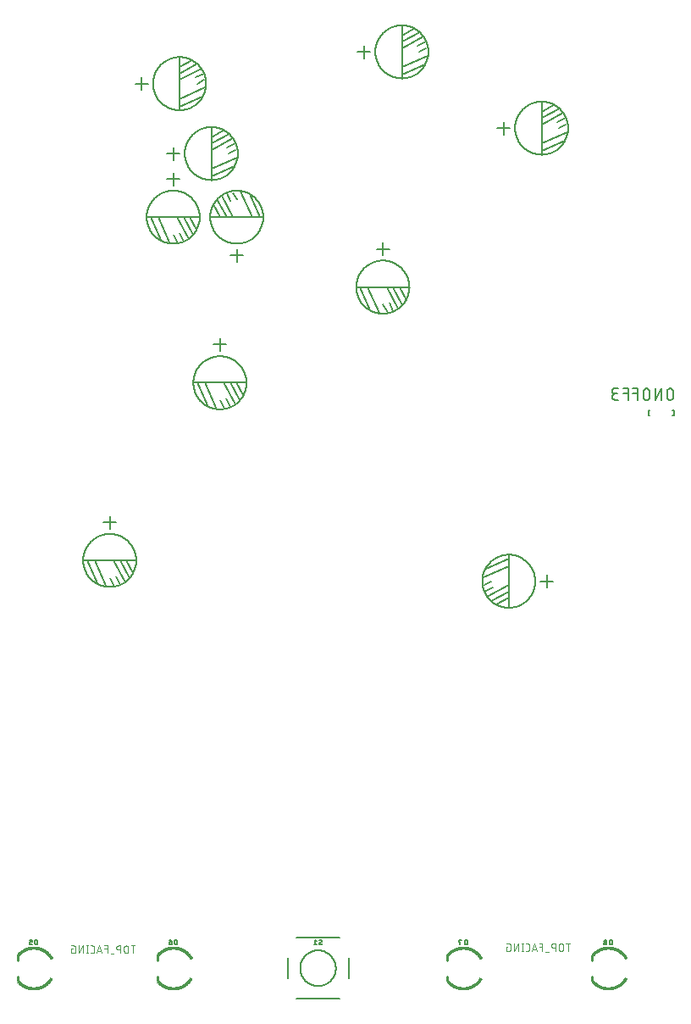
<source format=gbr>
G04 EAGLE Gerber X2 export*
%TF.Part,Single*%
%TF.FileFunction,Legend,Bot,1*%
%TF.FilePolarity,Positive*%
%TF.GenerationSoftware,Autodesk,EAGLE,9.2.2*%
%TF.CreationDate,2019-06-08T20:54:27Z*%
G75*
%MOMM*%
%FSLAX34Y34*%
%LPD*%
%INSilkscreen Bottom*%
%AMOC8*
5,1,8,0,0,1.08239X$1,22.5*%
G01*
%ADD10C,0.076200*%
%ADD11C,0.127000*%
%ADD12C,0.203200*%
%ADD13C,0.025400*%
%ADD14C,0.254000*%
%ADD15C,0.152400*%


D10*
X256894Y65103D02*
X256894Y72469D01*
X258940Y72469D02*
X254848Y72469D01*
X252112Y70423D02*
X252112Y67149D01*
X252112Y70423D02*
X252110Y70512D01*
X252104Y70601D01*
X252094Y70690D01*
X252081Y70778D01*
X252064Y70866D01*
X252042Y70953D01*
X252017Y71038D01*
X251989Y71123D01*
X251956Y71206D01*
X251920Y71288D01*
X251881Y71368D01*
X251838Y71446D01*
X251792Y71522D01*
X251742Y71597D01*
X251689Y71669D01*
X251633Y71738D01*
X251574Y71805D01*
X251513Y71870D01*
X251448Y71931D01*
X251381Y71990D01*
X251312Y72046D01*
X251240Y72099D01*
X251165Y72149D01*
X251089Y72195D01*
X251011Y72238D01*
X250931Y72277D01*
X250849Y72313D01*
X250766Y72346D01*
X250681Y72374D01*
X250596Y72399D01*
X250509Y72421D01*
X250421Y72438D01*
X250333Y72451D01*
X250244Y72461D01*
X250155Y72467D01*
X250066Y72469D01*
X249977Y72467D01*
X249888Y72461D01*
X249799Y72451D01*
X249711Y72438D01*
X249623Y72421D01*
X249536Y72399D01*
X249451Y72374D01*
X249366Y72346D01*
X249283Y72313D01*
X249201Y72277D01*
X249121Y72238D01*
X249043Y72195D01*
X248967Y72149D01*
X248892Y72099D01*
X248820Y72046D01*
X248751Y71990D01*
X248684Y71931D01*
X248619Y71870D01*
X248558Y71805D01*
X248499Y71738D01*
X248443Y71669D01*
X248390Y71597D01*
X248340Y71522D01*
X248294Y71446D01*
X248251Y71368D01*
X248212Y71288D01*
X248176Y71206D01*
X248143Y71123D01*
X248115Y71038D01*
X248090Y70953D01*
X248068Y70866D01*
X248051Y70778D01*
X248038Y70690D01*
X248028Y70601D01*
X248022Y70512D01*
X248020Y70423D01*
X248020Y67149D01*
X248022Y67060D01*
X248028Y66971D01*
X248038Y66882D01*
X248051Y66794D01*
X248068Y66706D01*
X248090Y66619D01*
X248115Y66534D01*
X248143Y66449D01*
X248176Y66366D01*
X248212Y66284D01*
X248251Y66204D01*
X248294Y66126D01*
X248340Y66050D01*
X248390Y65975D01*
X248443Y65903D01*
X248499Y65834D01*
X248558Y65767D01*
X248619Y65702D01*
X248684Y65641D01*
X248751Y65582D01*
X248820Y65526D01*
X248892Y65473D01*
X248967Y65423D01*
X249043Y65377D01*
X249121Y65334D01*
X249201Y65295D01*
X249283Y65259D01*
X249366Y65226D01*
X249451Y65198D01*
X249536Y65173D01*
X249623Y65151D01*
X249711Y65134D01*
X249799Y65121D01*
X249888Y65111D01*
X249977Y65105D01*
X250066Y65103D01*
X250155Y65105D01*
X250244Y65111D01*
X250333Y65121D01*
X250421Y65134D01*
X250509Y65151D01*
X250596Y65173D01*
X250681Y65198D01*
X250766Y65226D01*
X250849Y65259D01*
X250931Y65295D01*
X251011Y65334D01*
X251089Y65377D01*
X251165Y65423D01*
X251240Y65473D01*
X251312Y65526D01*
X251381Y65582D01*
X251448Y65641D01*
X251513Y65702D01*
X251574Y65767D01*
X251633Y65834D01*
X251689Y65903D01*
X251742Y65975D01*
X251792Y66050D01*
X251838Y66126D01*
X251881Y66204D01*
X251920Y66284D01*
X251956Y66366D01*
X251989Y66449D01*
X252017Y66534D01*
X252042Y66619D01*
X252064Y66706D01*
X252081Y66794D01*
X252094Y66882D01*
X252104Y66971D01*
X252110Y67060D01*
X252112Y67149D01*
X244436Y65103D02*
X244436Y72469D01*
X242390Y72469D01*
X242301Y72467D01*
X242212Y72461D01*
X242123Y72451D01*
X242035Y72438D01*
X241947Y72421D01*
X241860Y72399D01*
X241775Y72374D01*
X241690Y72346D01*
X241607Y72313D01*
X241525Y72277D01*
X241445Y72238D01*
X241367Y72195D01*
X241291Y72149D01*
X241216Y72099D01*
X241144Y72046D01*
X241075Y71990D01*
X241008Y71931D01*
X240943Y71870D01*
X240882Y71805D01*
X240823Y71738D01*
X240767Y71669D01*
X240714Y71597D01*
X240664Y71522D01*
X240618Y71446D01*
X240575Y71368D01*
X240536Y71288D01*
X240500Y71206D01*
X240467Y71123D01*
X240439Y71038D01*
X240414Y70953D01*
X240392Y70866D01*
X240375Y70778D01*
X240362Y70690D01*
X240352Y70601D01*
X240346Y70512D01*
X240344Y70423D01*
X240346Y70334D01*
X240352Y70245D01*
X240362Y70156D01*
X240375Y70068D01*
X240392Y69980D01*
X240414Y69893D01*
X240439Y69808D01*
X240467Y69723D01*
X240500Y69640D01*
X240536Y69558D01*
X240575Y69478D01*
X240618Y69400D01*
X240664Y69324D01*
X240714Y69249D01*
X240767Y69177D01*
X240823Y69108D01*
X240882Y69041D01*
X240943Y68976D01*
X241008Y68915D01*
X241075Y68856D01*
X241144Y68800D01*
X241216Y68747D01*
X241291Y68697D01*
X241367Y68651D01*
X241445Y68608D01*
X241525Y68569D01*
X241607Y68533D01*
X241690Y68500D01*
X241775Y68472D01*
X241860Y68447D01*
X241947Y68425D01*
X242035Y68408D01*
X242123Y68395D01*
X242212Y68385D01*
X242301Y68379D01*
X242390Y68377D01*
X244436Y68377D01*
X237804Y64285D02*
X234530Y64285D01*
X231370Y65103D02*
X231370Y72469D01*
X228097Y72469D01*
X228097Y69195D02*
X231370Y69195D01*
X225699Y65103D02*
X223244Y72469D01*
X220789Y65103D01*
X221402Y66944D02*
X225085Y66944D01*
X216361Y65103D02*
X214724Y65103D01*
X216361Y65103D02*
X216439Y65105D01*
X216517Y65110D01*
X216594Y65120D01*
X216671Y65133D01*
X216747Y65149D01*
X216822Y65169D01*
X216896Y65193D01*
X216969Y65220D01*
X217041Y65251D01*
X217111Y65285D01*
X217180Y65322D01*
X217246Y65363D01*
X217311Y65407D01*
X217373Y65453D01*
X217433Y65503D01*
X217491Y65555D01*
X217546Y65610D01*
X217598Y65668D01*
X217648Y65728D01*
X217694Y65790D01*
X217738Y65855D01*
X217779Y65922D01*
X217816Y65990D01*
X217850Y66060D01*
X217881Y66132D01*
X217908Y66205D01*
X217932Y66279D01*
X217952Y66354D01*
X217968Y66430D01*
X217981Y66507D01*
X217991Y66584D01*
X217996Y66662D01*
X217998Y66740D01*
X217998Y70832D01*
X217996Y70910D01*
X217991Y70988D01*
X217981Y71065D01*
X217968Y71142D01*
X217952Y71218D01*
X217932Y71293D01*
X217908Y71367D01*
X217881Y71440D01*
X217850Y71512D01*
X217816Y71582D01*
X217779Y71651D01*
X217738Y71717D01*
X217694Y71782D01*
X217648Y71844D01*
X217598Y71904D01*
X217546Y71962D01*
X217491Y72017D01*
X217433Y72069D01*
X217373Y72119D01*
X217311Y72165D01*
X217246Y72209D01*
X217180Y72250D01*
X217111Y72287D01*
X217041Y72321D01*
X216969Y72352D01*
X216896Y72379D01*
X216822Y72403D01*
X216747Y72423D01*
X216671Y72439D01*
X216594Y72452D01*
X216517Y72462D01*
X216439Y72467D01*
X216361Y72469D01*
X214724Y72469D01*
X211296Y72469D02*
X211296Y65103D01*
X212114Y65103D02*
X210477Y65103D01*
X210477Y72469D02*
X212114Y72469D01*
X207246Y72469D02*
X207246Y65103D01*
X203154Y65103D02*
X207246Y72469D01*
X203154Y72469D02*
X203154Y65103D01*
X196579Y69195D02*
X195351Y69195D01*
X195351Y65103D01*
X197806Y65103D01*
X197884Y65105D01*
X197962Y65110D01*
X198039Y65120D01*
X198116Y65133D01*
X198192Y65149D01*
X198267Y65169D01*
X198341Y65193D01*
X198414Y65220D01*
X198486Y65251D01*
X198556Y65285D01*
X198625Y65322D01*
X198691Y65363D01*
X198756Y65407D01*
X198818Y65453D01*
X198878Y65503D01*
X198936Y65555D01*
X198991Y65610D01*
X199043Y65668D01*
X199093Y65728D01*
X199139Y65790D01*
X199183Y65855D01*
X199224Y65922D01*
X199261Y65990D01*
X199295Y66060D01*
X199326Y66132D01*
X199353Y66205D01*
X199377Y66279D01*
X199397Y66354D01*
X199413Y66430D01*
X199426Y66507D01*
X199436Y66584D01*
X199441Y66662D01*
X199443Y66740D01*
X199443Y70832D01*
X199441Y70910D01*
X199436Y70988D01*
X199426Y71065D01*
X199413Y71142D01*
X199397Y71218D01*
X199377Y71293D01*
X199353Y71367D01*
X199326Y71440D01*
X199295Y71512D01*
X199261Y71582D01*
X199224Y71651D01*
X199183Y71717D01*
X199139Y71782D01*
X199093Y71844D01*
X199043Y71904D01*
X198991Y71962D01*
X198936Y72017D01*
X198878Y72069D01*
X198818Y72119D01*
X198756Y72165D01*
X198691Y72209D01*
X198625Y72250D01*
X198556Y72287D01*
X198486Y72321D01*
X198414Y72352D01*
X198341Y72379D01*
X198267Y72403D01*
X198192Y72423D01*
X198116Y72439D01*
X198039Y72452D01*
X197962Y72462D01*
X197884Y72467D01*
X197806Y72469D01*
X195351Y72469D01*
X691811Y74459D02*
X691811Y67093D01*
X693857Y74459D02*
X689765Y74459D01*
X687030Y72413D02*
X687030Y69139D01*
X687029Y72413D02*
X687027Y72502D01*
X687021Y72591D01*
X687011Y72680D01*
X686998Y72768D01*
X686981Y72856D01*
X686959Y72943D01*
X686934Y73028D01*
X686906Y73113D01*
X686873Y73196D01*
X686837Y73278D01*
X686798Y73358D01*
X686755Y73436D01*
X686709Y73512D01*
X686659Y73587D01*
X686606Y73659D01*
X686550Y73728D01*
X686491Y73795D01*
X686430Y73860D01*
X686365Y73921D01*
X686298Y73980D01*
X686229Y74036D01*
X686157Y74089D01*
X686082Y74139D01*
X686006Y74185D01*
X685928Y74228D01*
X685848Y74267D01*
X685766Y74303D01*
X685683Y74336D01*
X685598Y74364D01*
X685513Y74389D01*
X685426Y74411D01*
X685338Y74428D01*
X685250Y74441D01*
X685161Y74451D01*
X685072Y74457D01*
X684983Y74459D01*
X684894Y74457D01*
X684805Y74451D01*
X684716Y74441D01*
X684628Y74428D01*
X684540Y74411D01*
X684453Y74389D01*
X684368Y74364D01*
X684283Y74336D01*
X684200Y74303D01*
X684118Y74267D01*
X684038Y74228D01*
X683960Y74185D01*
X683884Y74139D01*
X683809Y74089D01*
X683737Y74036D01*
X683668Y73980D01*
X683601Y73921D01*
X683536Y73860D01*
X683475Y73795D01*
X683416Y73728D01*
X683360Y73659D01*
X683307Y73587D01*
X683257Y73512D01*
X683211Y73436D01*
X683168Y73358D01*
X683129Y73278D01*
X683093Y73196D01*
X683060Y73113D01*
X683032Y73028D01*
X683007Y72943D01*
X682985Y72856D01*
X682968Y72768D01*
X682955Y72680D01*
X682945Y72591D01*
X682939Y72502D01*
X682937Y72413D01*
X682937Y69139D01*
X682939Y69050D01*
X682945Y68961D01*
X682955Y68872D01*
X682968Y68784D01*
X682985Y68696D01*
X683007Y68609D01*
X683032Y68524D01*
X683060Y68439D01*
X683093Y68356D01*
X683129Y68274D01*
X683168Y68194D01*
X683211Y68116D01*
X683257Y68040D01*
X683307Y67965D01*
X683360Y67893D01*
X683416Y67824D01*
X683475Y67757D01*
X683536Y67692D01*
X683601Y67631D01*
X683668Y67572D01*
X683737Y67516D01*
X683809Y67463D01*
X683884Y67413D01*
X683960Y67367D01*
X684038Y67324D01*
X684118Y67285D01*
X684200Y67249D01*
X684283Y67216D01*
X684368Y67188D01*
X684453Y67163D01*
X684540Y67141D01*
X684628Y67124D01*
X684716Y67111D01*
X684805Y67101D01*
X684894Y67095D01*
X684983Y67093D01*
X685072Y67095D01*
X685161Y67101D01*
X685250Y67111D01*
X685338Y67124D01*
X685426Y67141D01*
X685513Y67163D01*
X685598Y67188D01*
X685683Y67216D01*
X685766Y67249D01*
X685848Y67285D01*
X685928Y67324D01*
X686006Y67367D01*
X686082Y67413D01*
X686157Y67463D01*
X686229Y67516D01*
X686298Y67572D01*
X686365Y67631D01*
X686430Y67692D01*
X686491Y67757D01*
X686550Y67824D01*
X686606Y67893D01*
X686659Y67965D01*
X686709Y68040D01*
X686755Y68116D01*
X686798Y68194D01*
X686837Y68274D01*
X686873Y68356D01*
X686906Y68439D01*
X686934Y68524D01*
X686959Y68609D01*
X686981Y68696D01*
X686998Y68784D01*
X687011Y68872D01*
X687021Y68961D01*
X687027Y69050D01*
X687029Y69139D01*
X679353Y67093D02*
X679353Y74459D01*
X677307Y74459D01*
X677218Y74457D01*
X677129Y74451D01*
X677040Y74441D01*
X676952Y74428D01*
X676864Y74411D01*
X676777Y74389D01*
X676692Y74364D01*
X676607Y74336D01*
X676524Y74303D01*
X676442Y74267D01*
X676362Y74228D01*
X676284Y74185D01*
X676208Y74139D01*
X676133Y74089D01*
X676061Y74036D01*
X675992Y73980D01*
X675925Y73921D01*
X675860Y73860D01*
X675799Y73795D01*
X675740Y73728D01*
X675684Y73659D01*
X675631Y73587D01*
X675581Y73512D01*
X675535Y73436D01*
X675492Y73358D01*
X675453Y73278D01*
X675417Y73196D01*
X675384Y73113D01*
X675356Y73028D01*
X675331Y72943D01*
X675309Y72856D01*
X675292Y72768D01*
X675279Y72680D01*
X675269Y72591D01*
X675263Y72502D01*
X675261Y72413D01*
X675263Y72324D01*
X675269Y72235D01*
X675279Y72146D01*
X675292Y72058D01*
X675309Y71970D01*
X675331Y71883D01*
X675356Y71798D01*
X675384Y71713D01*
X675417Y71630D01*
X675453Y71548D01*
X675492Y71468D01*
X675535Y71390D01*
X675581Y71314D01*
X675631Y71239D01*
X675684Y71167D01*
X675740Y71098D01*
X675799Y71031D01*
X675860Y70966D01*
X675925Y70905D01*
X675992Y70846D01*
X676061Y70790D01*
X676133Y70737D01*
X676208Y70687D01*
X676284Y70641D01*
X676362Y70598D01*
X676442Y70559D01*
X676524Y70523D01*
X676607Y70490D01*
X676692Y70462D01*
X676777Y70437D01*
X676864Y70415D01*
X676952Y70398D01*
X677040Y70385D01*
X677129Y70375D01*
X677218Y70369D01*
X677307Y70367D01*
X679353Y70367D01*
X672721Y66275D02*
X669448Y66275D01*
X666288Y67093D02*
X666288Y74459D01*
X663014Y74459D01*
X663014Y71185D02*
X666288Y71185D01*
X660616Y67093D02*
X658161Y74459D01*
X655706Y67093D01*
X656320Y68935D02*
X660003Y68935D01*
X651278Y67093D02*
X649641Y67093D01*
X651278Y67093D02*
X651356Y67095D01*
X651434Y67100D01*
X651511Y67110D01*
X651588Y67123D01*
X651664Y67139D01*
X651739Y67159D01*
X651813Y67183D01*
X651886Y67210D01*
X651958Y67241D01*
X652028Y67275D01*
X652097Y67312D01*
X652163Y67353D01*
X652228Y67397D01*
X652290Y67443D01*
X652350Y67493D01*
X652408Y67545D01*
X652463Y67600D01*
X652515Y67658D01*
X652565Y67718D01*
X652611Y67780D01*
X652655Y67845D01*
X652696Y67912D01*
X652733Y67980D01*
X652767Y68050D01*
X652798Y68122D01*
X652825Y68195D01*
X652849Y68269D01*
X652869Y68344D01*
X652885Y68420D01*
X652898Y68497D01*
X652908Y68574D01*
X652913Y68652D01*
X652915Y68730D01*
X652915Y72822D01*
X652913Y72900D01*
X652908Y72978D01*
X652898Y73055D01*
X652885Y73132D01*
X652869Y73208D01*
X652849Y73283D01*
X652825Y73357D01*
X652798Y73430D01*
X652767Y73502D01*
X652733Y73572D01*
X652696Y73641D01*
X652655Y73707D01*
X652611Y73772D01*
X652565Y73834D01*
X652515Y73894D01*
X652463Y73952D01*
X652408Y74007D01*
X652350Y74059D01*
X652290Y74109D01*
X652228Y74155D01*
X652163Y74199D01*
X652097Y74240D01*
X652028Y74277D01*
X651958Y74311D01*
X651886Y74342D01*
X651813Y74369D01*
X651739Y74393D01*
X651664Y74413D01*
X651588Y74429D01*
X651511Y74442D01*
X651434Y74452D01*
X651356Y74457D01*
X651278Y74459D01*
X649641Y74459D01*
X646213Y74459D02*
X646213Y67093D01*
X647031Y67093D02*
X645395Y67093D01*
X645395Y74459D02*
X647031Y74459D01*
X642163Y74459D02*
X642163Y67093D01*
X638071Y67093D02*
X642163Y74459D01*
X638071Y74459D02*
X638071Y67093D01*
X631496Y71185D02*
X630268Y71185D01*
X630268Y67093D01*
X632723Y67093D01*
X632801Y67095D01*
X632879Y67100D01*
X632956Y67110D01*
X633033Y67123D01*
X633109Y67139D01*
X633184Y67159D01*
X633258Y67183D01*
X633331Y67210D01*
X633403Y67241D01*
X633473Y67275D01*
X633542Y67312D01*
X633608Y67353D01*
X633673Y67397D01*
X633735Y67443D01*
X633795Y67493D01*
X633853Y67545D01*
X633908Y67600D01*
X633960Y67658D01*
X634010Y67718D01*
X634056Y67780D01*
X634100Y67845D01*
X634141Y67912D01*
X634178Y67980D01*
X634212Y68050D01*
X634243Y68122D01*
X634270Y68195D01*
X634294Y68269D01*
X634314Y68344D01*
X634330Y68420D01*
X634343Y68497D01*
X634353Y68574D01*
X634358Y68652D01*
X634360Y68730D01*
X634360Y72822D01*
X634358Y72900D01*
X634353Y72978D01*
X634343Y73055D01*
X634330Y73132D01*
X634314Y73208D01*
X634294Y73283D01*
X634270Y73357D01*
X634243Y73430D01*
X634212Y73502D01*
X634178Y73572D01*
X634141Y73641D01*
X634100Y73707D01*
X634056Y73772D01*
X634010Y73834D01*
X633960Y73894D01*
X633908Y73952D01*
X633853Y74007D01*
X633795Y74059D01*
X633735Y74109D01*
X633673Y74155D01*
X633608Y74199D01*
X633542Y74240D01*
X633473Y74277D01*
X633403Y74311D01*
X633331Y74342D01*
X633258Y74369D01*
X633184Y74393D01*
X633109Y74413D01*
X633033Y74429D01*
X632956Y74442D01*
X632879Y74452D01*
X632801Y74457D01*
X632723Y74459D01*
X630268Y74459D01*
D11*
X317374Y634664D02*
X317382Y635314D01*
X317406Y635964D01*
X317446Y636613D01*
X317502Y637261D01*
X317573Y637908D01*
X317661Y638552D01*
X317764Y639194D01*
X317883Y639834D01*
X318018Y640470D01*
X318168Y641103D01*
X318334Y641732D01*
X318515Y642357D01*
X318712Y642977D01*
X318923Y643592D01*
X319150Y644201D01*
X319391Y644805D01*
X319647Y645403D01*
X319918Y645994D01*
X320204Y646579D01*
X320503Y647156D01*
X320817Y647726D01*
X321144Y648288D01*
X321485Y648841D01*
X321840Y649387D01*
X322208Y649923D01*
X322589Y650450D01*
X322983Y650968D01*
X323389Y651475D01*
X323808Y651973D01*
X324239Y652460D01*
X324681Y652937D01*
X325136Y653402D01*
X325601Y653857D01*
X326078Y654299D01*
X326565Y654730D01*
X327063Y655149D01*
X327570Y655555D01*
X328088Y655949D01*
X328615Y656330D01*
X329151Y656698D01*
X329697Y657053D01*
X330250Y657394D01*
X330812Y657721D01*
X331382Y658035D01*
X331959Y658334D01*
X332544Y658620D01*
X333135Y658891D01*
X333733Y659147D01*
X334337Y659388D01*
X334946Y659615D01*
X335561Y659826D01*
X336181Y660023D01*
X336806Y660204D01*
X337435Y660370D01*
X338068Y660520D01*
X338704Y660655D01*
X339344Y660774D01*
X339986Y660877D01*
X340630Y660965D01*
X341277Y661036D01*
X341925Y661092D01*
X342574Y661132D01*
X343224Y661156D01*
X343874Y661164D01*
X344524Y661156D01*
X345174Y661132D01*
X345823Y661092D01*
X346471Y661036D01*
X347118Y660965D01*
X347762Y660877D01*
X348404Y660774D01*
X349044Y660655D01*
X349680Y660520D01*
X350313Y660370D01*
X350942Y660204D01*
X351567Y660023D01*
X352187Y659826D01*
X352802Y659615D01*
X353411Y659388D01*
X354015Y659147D01*
X354613Y658891D01*
X355204Y658620D01*
X355789Y658334D01*
X356366Y658035D01*
X356936Y657721D01*
X357498Y657394D01*
X358051Y657053D01*
X358597Y656698D01*
X359133Y656330D01*
X359660Y655949D01*
X360178Y655555D01*
X360685Y655149D01*
X361183Y654730D01*
X361670Y654299D01*
X362147Y653857D01*
X362612Y653402D01*
X363067Y652937D01*
X363509Y652460D01*
X363940Y651973D01*
X364359Y651475D01*
X364765Y650968D01*
X365159Y650450D01*
X365540Y649923D01*
X365908Y649387D01*
X366263Y648841D01*
X366604Y648288D01*
X366931Y647726D01*
X367245Y647156D01*
X367544Y646579D01*
X367830Y645994D01*
X368101Y645403D01*
X368357Y644805D01*
X368598Y644201D01*
X368825Y643592D01*
X369036Y642977D01*
X369233Y642357D01*
X369414Y641732D01*
X369580Y641103D01*
X369730Y640470D01*
X369865Y639834D01*
X369984Y639194D01*
X370087Y638552D01*
X370175Y637908D01*
X370246Y637261D01*
X370302Y636613D01*
X370342Y635964D01*
X370366Y635314D01*
X370374Y634664D01*
X370366Y634014D01*
X370342Y633364D01*
X370302Y632715D01*
X370246Y632067D01*
X370175Y631420D01*
X370087Y630776D01*
X369984Y630134D01*
X369865Y629494D01*
X369730Y628858D01*
X369580Y628225D01*
X369414Y627596D01*
X369233Y626971D01*
X369036Y626351D01*
X368825Y625736D01*
X368598Y625127D01*
X368357Y624523D01*
X368101Y623925D01*
X367830Y623334D01*
X367544Y622749D01*
X367245Y622172D01*
X366931Y621602D01*
X366604Y621040D01*
X366263Y620487D01*
X365908Y619941D01*
X365540Y619405D01*
X365159Y618878D01*
X364765Y618360D01*
X364359Y617853D01*
X363940Y617355D01*
X363509Y616868D01*
X363067Y616391D01*
X362612Y615926D01*
X362147Y615471D01*
X361670Y615029D01*
X361183Y614598D01*
X360685Y614179D01*
X360178Y613773D01*
X359660Y613379D01*
X359133Y612998D01*
X358597Y612630D01*
X358051Y612275D01*
X357498Y611934D01*
X356936Y611607D01*
X356366Y611293D01*
X355789Y610994D01*
X355204Y610708D01*
X354613Y610437D01*
X354015Y610181D01*
X353411Y609940D01*
X352802Y609713D01*
X352187Y609502D01*
X351567Y609305D01*
X350942Y609124D01*
X350313Y608958D01*
X349680Y608808D01*
X349044Y608673D01*
X348404Y608554D01*
X347762Y608451D01*
X347118Y608363D01*
X346471Y608292D01*
X345823Y608236D01*
X345174Y608196D01*
X344524Y608172D01*
X343874Y608164D01*
X343224Y608172D01*
X342574Y608196D01*
X341925Y608236D01*
X341277Y608292D01*
X340630Y608363D01*
X339986Y608451D01*
X339344Y608554D01*
X338704Y608673D01*
X338068Y608808D01*
X337435Y608958D01*
X336806Y609124D01*
X336181Y609305D01*
X335561Y609502D01*
X334946Y609713D01*
X334337Y609940D01*
X333733Y610181D01*
X333135Y610437D01*
X332544Y610708D01*
X331959Y610994D01*
X331382Y611293D01*
X330812Y611607D01*
X330250Y611934D01*
X329697Y612275D01*
X329151Y612630D01*
X328615Y612998D01*
X328088Y613379D01*
X327570Y613773D01*
X327063Y614179D01*
X326565Y614598D01*
X326078Y615029D01*
X325601Y615471D01*
X325136Y615926D01*
X324681Y616391D01*
X324239Y616868D01*
X323808Y617355D01*
X323389Y617853D01*
X322983Y618360D01*
X322589Y618878D01*
X322208Y619405D01*
X321840Y619941D01*
X321485Y620487D01*
X321144Y621040D01*
X320817Y621602D01*
X320503Y622172D01*
X320204Y622749D01*
X319918Y623334D01*
X319647Y623925D01*
X319391Y624523D01*
X319150Y625127D01*
X318923Y625736D01*
X318712Y626351D01*
X318515Y626971D01*
X318334Y627596D01*
X318168Y628225D01*
X318018Y628858D01*
X317883Y629494D01*
X317764Y630134D01*
X317661Y630776D01*
X317573Y631420D01*
X317502Y632067D01*
X317446Y632715D01*
X317406Y633364D01*
X317382Y634014D01*
X317374Y634664D01*
X343874Y672764D02*
X343874Y679114D01*
X343874Y672764D02*
X343874Y666414D01*
X343874Y672764D02*
X350224Y672764D01*
X343874Y672764D02*
X337524Y672764D01*
X360384Y634664D02*
X370544Y634664D01*
X360384Y634664D02*
X354034Y634664D01*
X347684Y634664D01*
X328634Y634664D01*
X321014Y634664D01*
X317204Y634664D01*
X321014Y634664D02*
X331174Y611804D01*
X340064Y609264D02*
X328634Y634664D01*
X350224Y618789D02*
X354034Y610534D01*
X359114Y613074D02*
X347684Y634664D01*
X354034Y634664D02*
X363559Y616884D01*
X367369Y621964D02*
X360384Y634664D01*
X343874Y617164D02*
X347684Y610534D01*
X334200Y800100D02*
X334208Y800750D01*
X334232Y801400D01*
X334272Y802049D01*
X334328Y802697D01*
X334399Y803344D01*
X334487Y803988D01*
X334590Y804630D01*
X334709Y805270D01*
X334844Y805906D01*
X334994Y806539D01*
X335160Y807168D01*
X335341Y807793D01*
X335538Y808413D01*
X335749Y809028D01*
X335976Y809637D01*
X336217Y810241D01*
X336473Y810839D01*
X336744Y811430D01*
X337030Y812015D01*
X337329Y812592D01*
X337643Y813162D01*
X337970Y813724D01*
X338311Y814277D01*
X338666Y814823D01*
X339034Y815359D01*
X339415Y815886D01*
X339809Y816404D01*
X340215Y816911D01*
X340634Y817409D01*
X341065Y817896D01*
X341507Y818373D01*
X341962Y818838D01*
X342427Y819293D01*
X342904Y819735D01*
X343391Y820166D01*
X343889Y820585D01*
X344396Y820991D01*
X344914Y821385D01*
X345441Y821766D01*
X345977Y822134D01*
X346523Y822489D01*
X347076Y822830D01*
X347638Y823157D01*
X348208Y823471D01*
X348785Y823770D01*
X349370Y824056D01*
X349961Y824327D01*
X350559Y824583D01*
X351163Y824824D01*
X351772Y825051D01*
X352387Y825262D01*
X353007Y825459D01*
X353632Y825640D01*
X354261Y825806D01*
X354894Y825956D01*
X355530Y826091D01*
X356170Y826210D01*
X356812Y826313D01*
X357456Y826401D01*
X358103Y826472D01*
X358751Y826528D01*
X359400Y826568D01*
X360050Y826592D01*
X360700Y826600D01*
X361350Y826592D01*
X362000Y826568D01*
X362649Y826528D01*
X363297Y826472D01*
X363944Y826401D01*
X364588Y826313D01*
X365230Y826210D01*
X365870Y826091D01*
X366506Y825956D01*
X367139Y825806D01*
X367768Y825640D01*
X368393Y825459D01*
X369013Y825262D01*
X369628Y825051D01*
X370237Y824824D01*
X370841Y824583D01*
X371439Y824327D01*
X372030Y824056D01*
X372615Y823770D01*
X373192Y823471D01*
X373762Y823157D01*
X374324Y822830D01*
X374877Y822489D01*
X375423Y822134D01*
X375959Y821766D01*
X376486Y821385D01*
X377004Y820991D01*
X377511Y820585D01*
X378009Y820166D01*
X378496Y819735D01*
X378973Y819293D01*
X379438Y818838D01*
X379893Y818373D01*
X380335Y817896D01*
X380766Y817409D01*
X381185Y816911D01*
X381591Y816404D01*
X381985Y815886D01*
X382366Y815359D01*
X382734Y814823D01*
X383089Y814277D01*
X383430Y813724D01*
X383757Y813162D01*
X384071Y812592D01*
X384370Y812015D01*
X384656Y811430D01*
X384927Y810839D01*
X385183Y810241D01*
X385424Y809637D01*
X385651Y809028D01*
X385862Y808413D01*
X386059Y807793D01*
X386240Y807168D01*
X386406Y806539D01*
X386556Y805906D01*
X386691Y805270D01*
X386810Y804630D01*
X386913Y803988D01*
X387001Y803344D01*
X387072Y802697D01*
X387128Y802049D01*
X387168Y801400D01*
X387192Y800750D01*
X387200Y800100D01*
X387192Y799450D01*
X387168Y798800D01*
X387128Y798151D01*
X387072Y797503D01*
X387001Y796856D01*
X386913Y796212D01*
X386810Y795570D01*
X386691Y794930D01*
X386556Y794294D01*
X386406Y793661D01*
X386240Y793032D01*
X386059Y792407D01*
X385862Y791787D01*
X385651Y791172D01*
X385424Y790563D01*
X385183Y789959D01*
X384927Y789361D01*
X384656Y788770D01*
X384370Y788185D01*
X384071Y787608D01*
X383757Y787038D01*
X383430Y786476D01*
X383089Y785923D01*
X382734Y785377D01*
X382366Y784841D01*
X381985Y784314D01*
X381591Y783796D01*
X381185Y783289D01*
X380766Y782791D01*
X380335Y782304D01*
X379893Y781827D01*
X379438Y781362D01*
X378973Y780907D01*
X378496Y780465D01*
X378009Y780034D01*
X377511Y779615D01*
X377004Y779209D01*
X376486Y778815D01*
X375959Y778434D01*
X375423Y778066D01*
X374877Y777711D01*
X374324Y777370D01*
X373762Y777043D01*
X373192Y776729D01*
X372615Y776430D01*
X372030Y776144D01*
X371439Y775873D01*
X370841Y775617D01*
X370237Y775376D01*
X369628Y775149D01*
X369013Y774938D01*
X368393Y774741D01*
X367768Y774560D01*
X367139Y774394D01*
X366506Y774244D01*
X365870Y774109D01*
X365230Y773990D01*
X364588Y773887D01*
X363944Y773799D01*
X363297Y773728D01*
X362649Y773672D01*
X362000Y773632D01*
X361350Y773608D01*
X360700Y773600D01*
X360050Y773608D01*
X359400Y773632D01*
X358751Y773672D01*
X358103Y773728D01*
X357456Y773799D01*
X356812Y773887D01*
X356170Y773990D01*
X355530Y774109D01*
X354894Y774244D01*
X354261Y774394D01*
X353632Y774560D01*
X353007Y774741D01*
X352387Y774938D01*
X351772Y775149D01*
X351163Y775376D01*
X350559Y775617D01*
X349961Y775873D01*
X349370Y776144D01*
X348785Y776430D01*
X348208Y776729D01*
X347638Y777043D01*
X347076Y777370D01*
X346523Y777711D01*
X345977Y778066D01*
X345441Y778434D01*
X344914Y778815D01*
X344396Y779209D01*
X343889Y779615D01*
X343391Y780034D01*
X342904Y780465D01*
X342427Y780907D01*
X341962Y781362D01*
X341507Y781827D01*
X341065Y782304D01*
X340634Y782791D01*
X340215Y783289D01*
X339809Y783796D01*
X339415Y784314D01*
X339034Y784841D01*
X338666Y785377D01*
X338311Y785923D01*
X337970Y786476D01*
X337643Y787038D01*
X337329Y787608D01*
X337030Y788185D01*
X336744Y788770D01*
X336473Y789361D01*
X336217Y789959D01*
X335976Y790563D01*
X335749Y791172D01*
X335538Y791787D01*
X335341Y792407D01*
X335160Y793032D01*
X334994Y793661D01*
X334844Y794294D01*
X334709Y794930D01*
X334590Y795570D01*
X334487Y796212D01*
X334399Y796856D01*
X334328Y797503D01*
X334272Y798151D01*
X334232Y798800D01*
X334208Y799450D01*
X334200Y800100D01*
X360700Y762000D02*
X360700Y755650D01*
X360700Y762000D02*
X360700Y768350D01*
X360700Y762000D02*
X354350Y762000D01*
X360700Y762000D02*
X367050Y762000D01*
X344190Y800100D02*
X334030Y800100D01*
X344190Y800100D02*
X350540Y800100D01*
X356890Y800100D01*
X375940Y800100D01*
X383560Y800100D01*
X387370Y800100D01*
X383560Y800100D02*
X373400Y822960D01*
X364510Y825500D02*
X375940Y800100D01*
X354350Y815975D02*
X350540Y824230D01*
X345460Y821690D02*
X356890Y800100D01*
X350540Y800100D02*
X341015Y817880D01*
X337205Y812800D02*
X344190Y800100D01*
X360700Y817600D02*
X356890Y824230D01*
X270700Y800100D02*
X270708Y800750D01*
X270732Y801400D01*
X270772Y802049D01*
X270828Y802697D01*
X270899Y803344D01*
X270987Y803988D01*
X271090Y804630D01*
X271209Y805270D01*
X271344Y805906D01*
X271494Y806539D01*
X271660Y807168D01*
X271841Y807793D01*
X272038Y808413D01*
X272249Y809028D01*
X272476Y809637D01*
X272717Y810241D01*
X272973Y810839D01*
X273244Y811430D01*
X273530Y812015D01*
X273829Y812592D01*
X274143Y813162D01*
X274470Y813724D01*
X274811Y814277D01*
X275166Y814823D01*
X275534Y815359D01*
X275915Y815886D01*
X276309Y816404D01*
X276715Y816911D01*
X277134Y817409D01*
X277565Y817896D01*
X278007Y818373D01*
X278462Y818838D01*
X278927Y819293D01*
X279404Y819735D01*
X279891Y820166D01*
X280389Y820585D01*
X280896Y820991D01*
X281414Y821385D01*
X281941Y821766D01*
X282477Y822134D01*
X283023Y822489D01*
X283576Y822830D01*
X284138Y823157D01*
X284708Y823471D01*
X285285Y823770D01*
X285870Y824056D01*
X286461Y824327D01*
X287059Y824583D01*
X287663Y824824D01*
X288272Y825051D01*
X288887Y825262D01*
X289507Y825459D01*
X290132Y825640D01*
X290761Y825806D01*
X291394Y825956D01*
X292030Y826091D01*
X292670Y826210D01*
X293312Y826313D01*
X293956Y826401D01*
X294603Y826472D01*
X295251Y826528D01*
X295900Y826568D01*
X296550Y826592D01*
X297200Y826600D01*
X297850Y826592D01*
X298500Y826568D01*
X299149Y826528D01*
X299797Y826472D01*
X300444Y826401D01*
X301088Y826313D01*
X301730Y826210D01*
X302370Y826091D01*
X303006Y825956D01*
X303639Y825806D01*
X304268Y825640D01*
X304893Y825459D01*
X305513Y825262D01*
X306128Y825051D01*
X306737Y824824D01*
X307341Y824583D01*
X307939Y824327D01*
X308530Y824056D01*
X309115Y823770D01*
X309692Y823471D01*
X310262Y823157D01*
X310824Y822830D01*
X311377Y822489D01*
X311923Y822134D01*
X312459Y821766D01*
X312986Y821385D01*
X313504Y820991D01*
X314011Y820585D01*
X314509Y820166D01*
X314996Y819735D01*
X315473Y819293D01*
X315938Y818838D01*
X316393Y818373D01*
X316835Y817896D01*
X317266Y817409D01*
X317685Y816911D01*
X318091Y816404D01*
X318485Y815886D01*
X318866Y815359D01*
X319234Y814823D01*
X319589Y814277D01*
X319930Y813724D01*
X320257Y813162D01*
X320571Y812592D01*
X320870Y812015D01*
X321156Y811430D01*
X321427Y810839D01*
X321683Y810241D01*
X321924Y809637D01*
X322151Y809028D01*
X322362Y808413D01*
X322559Y807793D01*
X322740Y807168D01*
X322906Y806539D01*
X323056Y805906D01*
X323191Y805270D01*
X323310Y804630D01*
X323413Y803988D01*
X323501Y803344D01*
X323572Y802697D01*
X323628Y802049D01*
X323668Y801400D01*
X323692Y800750D01*
X323700Y800100D01*
X323692Y799450D01*
X323668Y798800D01*
X323628Y798151D01*
X323572Y797503D01*
X323501Y796856D01*
X323413Y796212D01*
X323310Y795570D01*
X323191Y794930D01*
X323056Y794294D01*
X322906Y793661D01*
X322740Y793032D01*
X322559Y792407D01*
X322362Y791787D01*
X322151Y791172D01*
X321924Y790563D01*
X321683Y789959D01*
X321427Y789361D01*
X321156Y788770D01*
X320870Y788185D01*
X320571Y787608D01*
X320257Y787038D01*
X319930Y786476D01*
X319589Y785923D01*
X319234Y785377D01*
X318866Y784841D01*
X318485Y784314D01*
X318091Y783796D01*
X317685Y783289D01*
X317266Y782791D01*
X316835Y782304D01*
X316393Y781827D01*
X315938Y781362D01*
X315473Y780907D01*
X314996Y780465D01*
X314509Y780034D01*
X314011Y779615D01*
X313504Y779209D01*
X312986Y778815D01*
X312459Y778434D01*
X311923Y778066D01*
X311377Y777711D01*
X310824Y777370D01*
X310262Y777043D01*
X309692Y776729D01*
X309115Y776430D01*
X308530Y776144D01*
X307939Y775873D01*
X307341Y775617D01*
X306737Y775376D01*
X306128Y775149D01*
X305513Y774938D01*
X304893Y774741D01*
X304268Y774560D01*
X303639Y774394D01*
X303006Y774244D01*
X302370Y774109D01*
X301730Y773990D01*
X301088Y773887D01*
X300444Y773799D01*
X299797Y773728D01*
X299149Y773672D01*
X298500Y773632D01*
X297850Y773608D01*
X297200Y773600D01*
X296550Y773608D01*
X295900Y773632D01*
X295251Y773672D01*
X294603Y773728D01*
X293956Y773799D01*
X293312Y773887D01*
X292670Y773990D01*
X292030Y774109D01*
X291394Y774244D01*
X290761Y774394D01*
X290132Y774560D01*
X289507Y774741D01*
X288887Y774938D01*
X288272Y775149D01*
X287663Y775376D01*
X287059Y775617D01*
X286461Y775873D01*
X285870Y776144D01*
X285285Y776430D01*
X284708Y776729D01*
X284138Y777043D01*
X283576Y777370D01*
X283023Y777711D01*
X282477Y778066D01*
X281941Y778434D01*
X281414Y778815D01*
X280896Y779209D01*
X280389Y779615D01*
X279891Y780034D01*
X279404Y780465D01*
X278927Y780907D01*
X278462Y781362D01*
X278007Y781827D01*
X277565Y782304D01*
X277134Y782791D01*
X276715Y783289D01*
X276309Y783796D01*
X275915Y784314D01*
X275534Y784841D01*
X275166Y785377D01*
X274811Y785923D01*
X274470Y786476D01*
X274143Y787038D01*
X273829Y787608D01*
X273530Y788185D01*
X273244Y788770D01*
X272973Y789361D01*
X272717Y789959D01*
X272476Y790563D01*
X272249Y791172D01*
X272038Y791787D01*
X271841Y792407D01*
X271660Y793032D01*
X271494Y793661D01*
X271344Y794294D01*
X271209Y794930D01*
X271090Y795570D01*
X270987Y796212D01*
X270899Y796856D01*
X270828Y797503D01*
X270772Y798151D01*
X270732Y798800D01*
X270708Y799450D01*
X270700Y800100D01*
X297200Y838200D02*
X297200Y844550D01*
X297200Y838200D02*
X297200Y831850D01*
X297200Y838200D02*
X303550Y838200D01*
X297200Y838200D02*
X290850Y838200D01*
X313710Y800100D02*
X323870Y800100D01*
X313710Y800100D02*
X307360Y800100D01*
X301010Y800100D01*
X281960Y800100D01*
X274340Y800100D01*
X270530Y800100D01*
X274340Y800100D02*
X284500Y777240D01*
X293390Y774700D02*
X281960Y800100D01*
X303550Y784225D02*
X307360Y775970D01*
X312440Y778510D02*
X301010Y800100D01*
X307360Y800100D02*
X316885Y782320D01*
X320695Y787400D02*
X313710Y800100D01*
X297200Y782600D02*
X301010Y775970D01*
X308800Y863600D02*
X308808Y864250D01*
X308832Y864900D01*
X308872Y865549D01*
X308928Y866197D01*
X308999Y866844D01*
X309087Y867488D01*
X309190Y868130D01*
X309309Y868770D01*
X309444Y869406D01*
X309594Y870039D01*
X309760Y870668D01*
X309941Y871293D01*
X310138Y871913D01*
X310349Y872528D01*
X310576Y873137D01*
X310817Y873741D01*
X311073Y874339D01*
X311344Y874930D01*
X311630Y875515D01*
X311929Y876092D01*
X312243Y876662D01*
X312570Y877224D01*
X312911Y877777D01*
X313266Y878323D01*
X313634Y878859D01*
X314015Y879386D01*
X314409Y879904D01*
X314815Y880411D01*
X315234Y880909D01*
X315665Y881396D01*
X316107Y881873D01*
X316562Y882338D01*
X317027Y882793D01*
X317504Y883235D01*
X317991Y883666D01*
X318489Y884085D01*
X318996Y884491D01*
X319514Y884885D01*
X320041Y885266D01*
X320577Y885634D01*
X321123Y885989D01*
X321676Y886330D01*
X322238Y886657D01*
X322808Y886971D01*
X323385Y887270D01*
X323970Y887556D01*
X324561Y887827D01*
X325159Y888083D01*
X325763Y888324D01*
X326372Y888551D01*
X326987Y888762D01*
X327607Y888959D01*
X328232Y889140D01*
X328861Y889306D01*
X329494Y889456D01*
X330130Y889591D01*
X330770Y889710D01*
X331412Y889813D01*
X332056Y889901D01*
X332703Y889972D01*
X333351Y890028D01*
X334000Y890068D01*
X334650Y890092D01*
X335300Y890100D01*
X335950Y890092D01*
X336600Y890068D01*
X337249Y890028D01*
X337897Y889972D01*
X338544Y889901D01*
X339188Y889813D01*
X339830Y889710D01*
X340470Y889591D01*
X341106Y889456D01*
X341739Y889306D01*
X342368Y889140D01*
X342993Y888959D01*
X343613Y888762D01*
X344228Y888551D01*
X344837Y888324D01*
X345441Y888083D01*
X346039Y887827D01*
X346630Y887556D01*
X347215Y887270D01*
X347792Y886971D01*
X348362Y886657D01*
X348924Y886330D01*
X349477Y885989D01*
X350023Y885634D01*
X350559Y885266D01*
X351086Y884885D01*
X351604Y884491D01*
X352111Y884085D01*
X352609Y883666D01*
X353096Y883235D01*
X353573Y882793D01*
X354038Y882338D01*
X354493Y881873D01*
X354935Y881396D01*
X355366Y880909D01*
X355785Y880411D01*
X356191Y879904D01*
X356585Y879386D01*
X356966Y878859D01*
X357334Y878323D01*
X357689Y877777D01*
X358030Y877224D01*
X358357Y876662D01*
X358671Y876092D01*
X358970Y875515D01*
X359256Y874930D01*
X359527Y874339D01*
X359783Y873741D01*
X360024Y873137D01*
X360251Y872528D01*
X360462Y871913D01*
X360659Y871293D01*
X360840Y870668D01*
X361006Y870039D01*
X361156Y869406D01*
X361291Y868770D01*
X361410Y868130D01*
X361513Y867488D01*
X361601Y866844D01*
X361672Y866197D01*
X361728Y865549D01*
X361768Y864900D01*
X361792Y864250D01*
X361800Y863600D01*
X361792Y862950D01*
X361768Y862300D01*
X361728Y861651D01*
X361672Y861003D01*
X361601Y860356D01*
X361513Y859712D01*
X361410Y859070D01*
X361291Y858430D01*
X361156Y857794D01*
X361006Y857161D01*
X360840Y856532D01*
X360659Y855907D01*
X360462Y855287D01*
X360251Y854672D01*
X360024Y854063D01*
X359783Y853459D01*
X359527Y852861D01*
X359256Y852270D01*
X358970Y851685D01*
X358671Y851108D01*
X358357Y850538D01*
X358030Y849976D01*
X357689Y849423D01*
X357334Y848877D01*
X356966Y848341D01*
X356585Y847814D01*
X356191Y847296D01*
X355785Y846789D01*
X355366Y846291D01*
X354935Y845804D01*
X354493Y845327D01*
X354038Y844862D01*
X353573Y844407D01*
X353096Y843965D01*
X352609Y843534D01*
X352111Y843115D01*
X351604Y842709D01*
X351086Y842315D01*
X350559Y841934D01*
X350023Y841566D01*
X349477Y841211D01*
X348924Y840870D01*
X348362Y840543D01*
X347792Y840229D01*
X347215Y839930D01*
X346630Y839644D01*
X346039Y839373D01*
X345441Y839117D01*
X344837Y838876D01*
X344228Y838649D01*
X343613Y838438D01*
X342993Y838241D01*
X342368Y838060D01*
X341739Y837894D01*
X341106Y837744D01*
X340470Y837609D01*
X339830Y837490D01*
X339188Y837387D01*
X338544Y837299D01*
X337897Y837228D01*
X337249Y837172D01*
X336600Y837132D01*
X335950Y837108D01*
X335300Y837100D01*
X334650Y837108D01*
X334000Y837132D01*
X333351Y837172D01*
X332703Y837228D01*
X332056Y837299D01*
X331412Y837387D01*
X330770Y837490D01*
X330130Y837609D01*
X329494Y837744D01*
X328861Y837894D01*
X328232Y838060D01*
X327607Y838241D01*
X326987Y838438D01*
X326372Y838649D01*
X325763Y838876D01*
X325159Y839117D01*
X324561Y839373D01*
X323970Y839644D01*
X323385Y839930D01*
X322808Y840229D01*
X322238Y840543D01*
X321676Y840870D01*
X321123Y841211D01*
X320577Y841566D01*
X320041Y841934D01*
X319514Y842315D01*
X318996Y842709D01*
X318489Y843115D01*
X317991Y843534D01*
X317504Y843965D01*
X317027Y844407D01*
X316562Y844862D01*
X316107Y845327D01*
X315665Y845804D01*
X315234Y846291D01*
X314815Y846789D01*
X314409Y847296D01*
X314015Y847814D01*
X313634Y848341D01*
X313266Y848877D01*
X312911Y849423D01*
X312570Y849976D01*
X312243Y850538D01*
X311929Y851108D01*
X311630Y851685D01*
X311344Y852270D01*
X311073Y852861D01*
X310817Y853459D01*
X310576Y854063D01*
X310349Y854672D01*
X310138Y855287D01*
X309941Y855907D01*
X309760Y856532D01*
X309594Y857161D01*
X309444Y857794D01*
X309309Y858430D01*
X309190Y859070D01*
X309087Y859712D01*
X308999Y860356D01*
X308928Y861003D01*
X308872Y861651D01*
X308832Y862300D01*
X308808Y862950D01*
X308800Y863600D01*
X297200Y863600D02*
X290850Y863600D01*
X297200Y863600D02*
X303550Y863600D01*
X297200Y863600D02*
X297200Y869950D01*
X297200Y863600D02*
X297200Y857250D01*
X335300Y880110D02*
X335300Y890270D01*
X335300Y880110D02*
X335300Y873760D01*
X335300Y867410D01*
X335300Y848360D01*
X335300Y840740D01*
X335300Y836930D01*
X335300Y840740D02*
X358160Y850900D01*
X360700Y859790D02*
X335300Y848360D01*
X351175Y869950D02*
X359430Y873760D01*
X356890Y878840D02*
X335300Y867410D01*
X335300Y873760D02*
X353080Y883285D01*
X348000Y887095D02*
X335300Y880110D01*
X352800Y863600D02*
X359430Y867410D01*
X277050Y933450D02*
X277058Y934100D01*
X277082Y934750D01*
X277122Y935399D01*
X277178Y936047D01*
X277249Y936694D01*
X277337Y937338D01*
X277440Y937980D01*
X277559Y938620D01*
X277694Y939256D01*
X277844Y939889D01*
X278010Y940518D01*
X278191Y941143D01*
X278388Y941763D01*
X278599Y942378D01*
X278826Y942987D01*
X279067Y943591D01*
X279323Y944189D01*
X279594Y944780D01*
X279880Y945365D01*
X280179Y945942D01*
X280493Y946512D01*
X280820Y947074D01*
X281161Y947627D01*
X281516Y948173D01*
X281884Y948709D01*
X282265Y949236D01*
X282659Y949754D01*
X283065Y950261D01*
X283484Y950759D01*
X283915Y951246D01*
X284357Y951723D01*
X284812Y952188D01*
X285277Y952643D01*
X285754Y953085D01*
X286241Y953516D01*
X286739Y953935D01*
X287246Y954341D01*
X287764Y954735D01*
X288291Y955116D01*
X288827Y955484D01*
X289373Y955839D01*
X289926Y956180D01*
X290488Y956507D01*
X291058Y956821D01*
X291635Y957120D01*
X292220Y957406D01*
X292811Y957677D01*
X293409Y957933D01*
X294013Y958174D01*
X294622Y958401D01*
X295237Y958612D01*
X295857Y958809D01*
X296482Y958990D01*
X297111Y959156D01*
X297744Y959306D01*
X298380Y959441D01*
X299020Y959560D01*
X299662Y959663D01*
X300306Y959751D01*
X300953Y959822D01*
X301601Y959878D01*
X302250Y959918D01*
X302900Y959942D01*
X303550Y959950D01*
X304200Y959942D01*
X304850Y959918D01*
X305499Y959878D01*
X306147Y959822D01*
X306794Y959751D01*
X307438Y959663D01*
X308080Y959560D01*
X308720Y959441D01*
X309356Y959306D01*
X309989Y959156D01*
X310618Y958990D01*
X311243Y958809D01*
X311863Y958612D01*
X312478Y958401D01*
X313087Y958174D01*
X313691Y957933D01*
X314289Y957677D01*
X314880Y957406D01*
X315465Y957120D01*
X316042Y956821D01*
X316612Y956507D01*
X317174Y956180D01*
X317727Y955839D01*
X318273Y955484D01*
X318809Y955116D01*
X319336Y954735D01*
X319854Y954341D01*
X320361Y953935D01*
X320859Y953516D01*
X321346Y953085D01*
X321823Y952643D01*
X322288Y952188D01*
X322743Y951723D01*
X323185Y951246D01*
X323616Y950759D01*
X324035Y950261D01*
X324441Y949754D01*
X324835Y949236D01*
X325216Y948709D01*
X325584Y948173D01*
X325939Y947627D01*
X326280Y947074D01*
X326607Y946512D01*
X326921Y945942D01*
X327220Y945365D01*
X327506Y944780D01*
X327777Y944189D01*
X328033Y943591D01*
X328274Y942987D01*
X328501Y942378D01*
X328712Y941763D01*
X328909Y941143D01*
X329090Y940518D01*
X329256Y939889D01*
X329406Y939256D01*
X329541Y938620D01*
X329660Y937980D01*
X329763Y937338D01*
X329851Y936694D01*
X329922Y936047D01*
X329978Y935399D01*
X330018Y934750D01*
X330042Y934100D01*
X330050Y933450D01*
X330042Y932800D01*
X330018Y932150D01*
X329978Y931501D01*
X329922Y930853D01*
X329851Y930206D01*
X329763Y929562D01*
X329660Y928920D01*
X329541Y928280D01*
X329406Y927644D01*
X329256Y927011D01*
X329090Y926382D01*
X328909Y925757D01*
X328712Y925137D01*
X328501Y924522D01*
X328274Y923913D01*
X328033Y923309D01*
X327777Y922711D01*
X327506Y922120D01*
X327220Y921535D01*
X326921Y920958D01*
X326607Y920388D01*
X326280Y919826D01*
X325939Y919273D01*
X325584Y918727D01*
X325216Y918191D01*
X324835Y917664D01*
X324441Y917146D01*
X324035Y916639D01*
X323616Y916141D01*
X323185Y915654D01*
X322743Y915177D01*
X322288Y914712D01*
X321823Y914257D01*
X321346Y913815D01*
X320859Y913384D01*
X320361Y912965D01*
X319854Y912559D01*
X319336Y912165D01*
X318809Y911784D01*
X318273Y911416D01*
X317727Y911061D01*
X317174Y910720D01*
X316612Y910393D01*
X316042Y910079D01*
X315465Y909780D01*
X314880Y909494D01*
X314289Y909223D01*
X313691Y908967D01*
X313087Y908726D01*
X312478Y908499D01*
X311863Y908288D01*
X311243Y908091D01*
X310618Y907910D01*
X309989Y907744D01*
X309356Y907594D01*
X308720Y907459D01*
X308080Y907340D01*
X307438Y907237D01*
X306794Y907149D01*
X306147Y907078D01*
X305499Y907022D01*
X304850Y906982D01*
X304200Y906958D01*
X303550Y906950D01*
X302900Y906958D01*
X302250Y906982D01*
X301601Y907022D01*
X300953Y907078D01*
X300306Y907149D01*
X299662Y907237D01*
X299020Y907340D01*
X298380Y907459D01*
X297744Y907594D01*
X297111Y907744D01*
X296482Y907910D01*
X295857Y908091D01*
X295237Y908288D01*
X294622Y908499D01*
X294013Y908726D01*
X293409Y908967D01*
X292811Y909223D01*
X292220Y909494D01*
X291635Y909780D01*
X291058Y910079D01*
X290488Y910393D01*
X289926Y910720D01*
X289373Y911061D01*
X288827Y911416D01*
X288291Y911784D01*
X287764Y912165D01*
X287246Y912559D01*
X286739Y912965D01*
X286241Y913384D01*
X285754Y913815D01*
X285277Y914257D01*
X284812Y914712D01*
X284357Y915177D01*
X283915Y915654D01*
X283484Y916141D01*
X283065Y916639D01*
X282659Y917146D01*
X282265Y917664D01*
X281884Y918191D01*
X281516Y918727D01*
X281161Y919273D01*
X280820Y919826D01*
X280493Y920388D01*
X280179Y920958D01*
X279880Y921535D01*
X279594Y922120D01*
X279323Y922711D01*
X279067Y923309D01*
X278826Y923913D01*
X278599Y924522D01*
X278388Y925137D01*
X278191Y925757D01*
X278010Y926382D01*
X277844Y927011D01*
X277694Y927644D01*
X277559Y928280D01*
X277440Y928920D01*
X277337Y929562D01*
X277249Y930206D01*
X277178Y930853D01*
X277122Y931501D01*
X277082Y932150D01*
X277058Y932800D01*
X277050Y933450D01*
X265450Y933450D02*
X259100Y933450D01*
X265450Y933450D02*
X271800Y933450D01*
X265450Y933450D02*
X265450Y939800D01*
X265450Y933450D02*
X265450Y927100D01*
X303550Y949960D02*
X303550Y960120D01*
X303550Y949960D02*
X303550Y943610D01*
X303550Y937260D01*
X303550Y918210D01*
X303550Y910590D01*
X303550Y906780D01*
X303550Y910590D02*
X326410Y920750D01*
X328950Y929640D02*
X303550Y918210D01*
X319425Y939800D02*
X327680Y943610D01*
X325140Y948690D02*
X303550Y937260D01*
X303550Y943610D02*
X321330Y953135D01*
X316250Y956945D02*
X303550Y949960D01*
X321050Y933450D02*
X327680Y937260D01*
X639000Y889000D02*
X639008Y889650D01*
X639032Y890300D01*
X639072Y890949D01*
X639128Y891597D01*
X639199Y892244D01*
X639287Y892888D01*
X639390Y893530D01*
X639509Y894170D01*
X639644Y894806D01*
X639794Y895439D01*
X639960Y896068D01*
X640141Y896693D01*
X640338Y897313D01*
X640549Y897928D01*
X640776Y898537D01*
X641017Y899141D01*
X641273Y899739D01*
X641544Y900330D01*
X641830Y900915D01*
X642129Y901492D01*
X642443Y902062D01*
X642770Y902624D01*
X643111Y903177D01*
X643466Y903723D01*
X643834Y904259D01*
X644215Y904786D01*
X644609Y905304D01*
X645015Y905811D01*
X645434Y906309D01*
X645865Y906796D01*
X646307Y907273D01*
X646762Y907738D01*
X647227Y908193D01*
X647704Y908635D01*
X648191Y909066D01*
X648689Y909485D01*
X649196Y909891D01*
X649714Y910285D01*
X650241Y910666D01*
X650777Y911034D01*
X651323Y911389D01*
X651876Y911730D01*
X652438Y912057D01*
X653008Y912371D01*
X653585Y912670D01*
X654170Y912956D01*
X654761Y913227D01*
X655359Y913483D01*
X655963Y913724D01*
X656572Y913951D01*
X657187Y914162D01*
X657807Y914359D01*
X658432Y914540D01*
X659061Y914706D01*
X659694Y914856D01*
X660330Y914991D01*
X660970Y915110D01*
X661612Y915213D01*
X662256Y915301D01*
X662903Y915372D01*
X663551Y915428D01*
X664200Y915468D01*
X664850Y915492D01*
X665500Y915500D01*
X666150Y915492D01*
X666800Y915468D01*
X667449Y915428D01*
X668097Y915372D01*
X668744Y915301D01*
X669388Y915213D01*
X670030Y915110D01*
X670670Y914991D01*
X671306Y914856D01*
X671939Y914706D01*
X672568Y914540D01*
X673193Y914359D01*
X673813Y914162D01*
X674428Y913951D01*
X675037Y913724D01*
X675641Y913483D01*
X676239Y913227D01*
X676830Y912956D01*
X677415Y912670D01*
X677992Y912371D01*
X678562Y912057D01*
X679124Y911730D01*
X679677Y911389D01*
X680223Y911034D01*
X680759Y910666D01*
X681286Y910285D01*
X681804Y909891D01*
X682311Y909485D01*
X682809Y909066D01*
X683296Y908635D01*
X683773Y908193D01*
X684238Y907738D01*
X684693Y907273D01*
X685135Y906796D01*
X685566Y906309D01*
X685985Y905811D01*
X686391Y905304D01*
X686785Y904786D01*
X687166Y904259D01*
X687534Y903723D01*
X687889Y903177D01*
X688230Y902624D01*
X688557Y902062D01*
X688871Y901492D01*
X689170Y900915D01*
X689456Y900330D01*
X689727Y899739D01*
X689983Y899141D01*
X690224Y898537D01*
X690451Y897928D01*
X690662Y897313D01*
X690859Y896693D01*
X691040Y896068D01*
X691206Y895439D01*
X691356Y894806D01*
X691491Y894170D01*
X691610Y893530D01*
X691713Y892888D01*
X691801Y892244D01*
X691872Y891597D01*
X691928Y890949D01*
X691968Y890300D01*
X691992Y889650D01*
X692000Y889000D01*
X691992Y888350D01*
X691968Y887700D01*
X691928Y887051D01*
X691872Y886403D01*
X691801Y885756D01*
X691713Y885112D01*
X691610Y884470D01*
X691491Y883830D01*
X691356Y883194D01*
X691206Y882561D01*
X691040Y881932D01*
X690859Y881307D01*
X690662Y880687D01*
X690451Y880072D01*
X690224Y879463D01*
X689983Y878859D01*
X689727Y878261D01*
X689456Y877670D01*
X689170Y877085D01*
X688871Y876508D01*
X688557Y875938D01*
X688230Y875376D01*
X687889Y874823D01*
X687534Y874277D01*
X687166Y873741D01*
X686785Y873214D01*
X686391Y872696D01*
X685985Y872189D01*
X685566Y871691D01*
X685135Y871204D01*
X684693Y870727D01*
X684238Y870262D01*
X683773Y869807D01*
X683296Y869365D01*
X682809Y868934D01*
X682311Y868515D01*
X681804Y868109D01*
X681286Y867715D01*
X680759Y867334D01*
X680223Y866966D01*
X679677Y866611D01*
X679124Y866270D01*
X678562Y865943D01*
X677992Y865629D01*
X677415Y865330D01*
X676830Y865044D01*
X676239Y864773D01*
X675641Y864517D01*
X675037Y864276D01*
X674428Y864049D01*
X673813Y863838D01*
X673193Y863641D01*
X672568Y863460D01*
X671939Y863294D01*
X671306Y863144D01*
X670670Y863009D01*
X670030Y862890D01*
X669388Y862787D01*
X668744Y862699D01*
X668097Y862628D01*
X667449Y862572D01*
X666800Y862532D01*
X666150Y862508D01*
X665500Y862500D01*
X664850Y862508D01*
X664200Y862532D01*
X663551Y862572D01*
X662903Y862628D01*
X662256Y862699D01*
X661612Y862787D01*
X660970Y862890D01*
X660330Y863009D01*
X659694Y863144D01*
X659061Y863294D01*
X658432Y863460D01*
X657807Y863641D01*
X657187Y863838D01*
X656572Y864049D01*
X655963Y864276D01*
X655359Y864517D01*
X654761Y864773D01*
X654170Y865044D01*
X653585Y865330D01*
X653008Y865629D01*
X652438Y865943D01*
X651876Y866270D01*
X651323Y866611D01*
X650777Y866966D01*
X650241Y867334D01*
X649714Y867715D01*
X649196Y868109D01*
X648689Y868515D01*
X648191Y868934D01*
X647704Y869365D01*
X647227Y869807D01*
X646762Y870262D01*
X646307Y870727D01*
X645865Y871204D01*
X645434Y871691D01*
X645015Y872189D01*
X644609Y872696D01*
X644215Y873214D01*
X643834Y873741D01*
X643466Y874277D01*
X643111Y874823D01*
X642770Y875376D01*
X642443Y875938D01*
X642129Y876508D01*
X641830Y877085D01*
X641544Y877670D01*
X641273Y878261D01*
X641017Y878859D01*
X640776Y879463D01*
X640549Y880072D01*
X640338Y880687D01*
X640141Y881307D01*
X639960Y881932D01*
X639794Y882561D01*
X639644Y883194D01*
X639509Y883830D01*
X639390Y884470D01*
X639287Y885112D01*
X639199Y885756D01*
X639128Y886403D01*
X639072Y887051D01*
X639032Y887700D01*
X639008Y888350D01*
X639000Y889000D01*
X627400Y889000D02*
X621050Y889000D01*
X627400Y889000D02*
X633750Y889000D01*
X627400Y889000D02*
X627400Y895350D01*
X627400Y889000D02*
X627400Y882650D01*
X665500Y905510D02*
X665500Y915670D01*
X665500Y905510D02*
X665500Y899160D01*
X665500Y892810D01*
X665500Y873760D01*
X665500Y866140D01*
X665500Y862330D01*
X665500Y866140D02*
X688360Y876300D01*
X690900Y885190D02*
X665500Y873760D01*
X681375Y895350D02*
X689630Y899160D01*
X687090Y904240D02*
X665500Y892810D01*
X665500Y899160D02*
X683280Y908685D01*
X678200Y912495D02*
X665500Y905510D01*
X683000Y889000D02*
X689630Y892810D01*
X499300Y965200D02*
X499308Y965850D01*
X499332Y966500D01*
X499372Y967149D01*
X499428Y967797D01*
X499499Y968444D01*
X499587Y969088D01*
X499690Y969730D01*
X499809Y970370D01*
X499944Y971006D01*
X500094Y971639D01*
X500260Y972268D01*
X500441Y972893D01*
X500638Y973513D01*
X500849Y974128D01*
X501076Y974737D01*
X501317Y975341D01*
X501573Y975939D01*
X501844Y976530D01*
X502130Y977115D01*
X502429Y977692D01*
X502743Y978262D01*
X503070Y978824D01*
X503411Y979377D01*
X503766Y979923D01*
X504134Y980459D01*
X504515Y980986D01*
X504909Y981504D01*
X505315Y982011D01*
X505734Y982509D01*
X506165Y982996D01*
X506607Y983473D01*
X507062Y983938D01*
X507527Y984393D01*
X508004Y984835D01*
X508491Y985266D01*
X508989Y985685D01*
X509496Y986091D01*
X510014Y986485D01*
X510541Y986866D01*
X511077Y987234D01*
X511623Y987589D01*
X512176Y987930D01*
X512738Y988257D01*
X513308Y988571D01*
X513885Y988870D01*
X514470Y989156D01*
X515061Y989427D01*
X515659Y989683D01*
X516263Y989924D01*
X516872Y990151D01*
X517487Y990362D01*
X518107Y990559D01*
X518732Y990740D01*
X519361Y990906D01*
X519994Y991056D01*
X520630Y991191D01*
X521270Y991310D01*
X521912Y991413D01*
X522556Y991501D01*
X523203Y991572D01*
X523851Y991628D01*
X524500Y991668D01*
X525150Y991692D01*
X525800Y991700D01*
X526450Y991692D01*
X527100Y991668D01*
X527749Y991628D01*
X528397Y991572D01*
X529044Y991501D01*
X529688Y991413D01*
X530330Y991310D01*
X530970Y991191D01*
X531606Y991056D01*
X532239Y990906D01*
X532868Y990740D01*
X533493Y990559D01*
X534113Y990362D01*
X534728Y990151D01*
X535337Y989924D01*
X535941Y989683D01*
X536539Y989427D01*
X537130Y989156D01*
X537715Y988870D01*
X538292Y988571D01*
X538862Y988257D01*
X539424Y987930D01*
X539977Y987589D01*
X540523Y987234D01*
X541059Y986866D01*
X541586Y986485D01*
X542104Y986091D01*
X542611Y985685D01*
X543109Y985266D01*
X543596Y984835D01*
X544073Y984393D01*
X544538Y983938D01*
X544993Y983473D01*
X545435Y982996D01*
X545866Y982509D01*
X546285Y982011D01*
X546691Y981504D01*
X547085Y980986D01*
X547466Y980459D01*
X547834Y979923D01*
X548189Y979377D01*
X548530Y978824D01*
X548857Y978262D01*
X549171Y977692D01*
X549470Y977115D01*
X549756Y976530D01*
X550027Y975939D01*
X550283Y975341D01*
X550524Y974737D01*
X550751Y974128D01*
X550962Y973513D01*
X551159Y972893D01*
X551340Y972268D01*
X551506Y971639D01*
X551656Y971006D01*
X551791Y970370D01*
X551910Y969730D01*
X552013Y969088D01*
X552101Y968444D01*
X552172Y967797D01*
X552228Y967149D01*
X552268Y966500D01*
X552292Y965850D01*
X552300Y965200D01*
X552292Y964550D01*
X552268Y963900D01*
X552228Y963251D01*
X552172Y962603D01*
X552101Y961956D01*
X552013Y961312D01*
X551910Y960670D01*
X551791Y960030D01*
X551656Y959394D01*
X551506Y958761D01*
X551340Y958132D01*
X551159Y957507D01*
X550962Y956887D01*
X550751Y956272D01*
X550524Y955663D01*
X550283Y955059D01*
X550027Y954461D01*
X549756Y953870D01*
X549470Y953285D01*
X549171Y952708D01*
X548857Y952138D01*
X548530Y951576D01*
X548189Y951023D01*
X547834Y950477D01*
X547466Y949941D01*
X547085Y949414D01*
X546691Y948896D01*
X546285Y948389D01*
X545866Y947891D01*
X545435Y947404D01*
X544993Y946927D01*
X544538Y946462D01*
X544073Y946007D01*
X543596Y945565D01*
X543109Y945134D01*
X542611Y944715D01*
X542104Y944309D01*
X541586Y943915D01*
X541059Y943534D01*
X540523Y943166D01*
X539977Y942811D01*
X539424Y942470D01*
X538862Y942143D01*
X538292Y941829D01*
X537715Y941530D01*
X537130Y941244D01*
X536539Y940973D01*
X535941Y940717D01*
X535337Y940476D01*
X534728Y940249D01*
X534113Y940038D01*
X533493Y939841D01*
X532868Y939660D01*
X532239Y939494D01*
X531606Y939344D01*
X530970Y939209D01*
X530330Y939090D01*
X529688Y938987D01*
X529044Y938899D01*
X528397Y938828D01*
X527749Y938772D01*
X527100Y938732D01*
X526450Y938708D01*
X525800Y938700D01*
X525150Y938708D01*
X524500Y938732D01*
X523851Y938772D01*
X523203Y938828D01*
X522556Y938899D01*
X521912Y938987D01*
X521270Y939090D01*
X520630Y939209D01*
X519994Y939344D01*
X519361Y939494D01*
X518732Y939660D01*
X518107Y939841D01*
X517487Y940038D01*
X516872Y940249D01*
X516263Y940476D01*
X515659Y940717D01*
X515061Y940973D01*
X514470Y941244D01*
X513885Y941530D01*
X513308Y941829D01*
X512738Y942143D01*
X512176Y942470D01*
X511623Y942811D01*
X511077Y943166D01*
X510541Y943534D01*
X510014Y943915D01*
X509496Y944309D01*
X508989Y944715D01*
X508491Y945134D01*
X508004Y945565D01*
X507527Y946007D01*
X507062Y946462D01*
X506607Y946927D01*
X506165Y947404D01*
X505734Y947891D01*
X505315Y948389D01*
X504909Y948896D01*
X504515Y949414D01*
X504134Y949941D01*
X503766Y950477D01*
X503411Y951023D01*
X503070Y951576D01*
X502743Y952138D01*
X502429Y952708D01*
X502130Y953285D01*
X501844Y953870D01*
X501573Y954461D01*
X501317Y955059D01*
X501076Y955663D01*
X500849Y956272D01*
X500638Y956887D01*
X500441Y957507D01*
X500260Y958132D01*
X500094Y958761D01*
X499944Y959394D01*
X499809Y960030D01*
X499690Y960670D01*
X499587Y961312D01*
X499499Y961956D01*
X499428Y962603D01*
X499372Y963251D01*
X499332Y963900D01*
X499308Y964550D01*
X499300Y965200D01*
X487700Y965200D02*
X481350Y965200D01*
X487700Y965200D02*
X494050Y965200D01*
X487700Y965200D02*
X487700Y971550D01*
X487700Y965200D02*
X487700Y958850D01*
X525800Y981710D02*
X525800Y991870D01*
X525800Y981710D02*
X525800Y975360D01*
X525800Y969010D01*
X525800Y949960D01*
X525800Y942340D01*
X525800Y938530D01*
X525800Y942340D02*
X548660Y952500D01*
X551200Y961390D02*
X525800Y949960D01*
X541675Y971550D02*
X549930Y975360D01*
X547390Y980440D02*
X525800Y969010D01*
X525800Y975360D02*
X543580Y984885D01*
X538500Y988695D02*
X525800Y981710D01*
X543300Y965200D02*
X549930Y969010D01*
X207200Y457200D02*
X207208Y457850D01*
X207232Y458500D01*
X207272Y459149D01*
X207328Y459797D01*
X207399Y460444D01*
X207487Y461088D01*
X207590Y461730D01*
X207709Y462370D01*
X207844Y463006D01*
X207994Y463639D01*
X208160Y464268D01*
X208341Y464893D01*
X208538Y465513D01*
X208749Y466128D01*
X208976Y466737D01*
X209217Y467341D01*
X209473Y467939D01*
X209744Y468530D01*
X210030Y469115D01*
X210329Y469692D01*
X210643Y470262D01*
X210970Y470824D01*
X211311Y471377D01*
X211666Y471923D01*
X212034Y472459D01*
X212415Y472986D01*
X212809Y473504D01*
X213215Y474011D01*
X213634Y474509D01*
X214065Y474996D01*
X214507Y475473D01*
X214962Y475938D01*
X215427Y476393D01*
X215904Y476835D01*
X216391Y477266D01*
X216889Y477685D01*
X217396Y478091D01*
X217914Y478485D01*
X218441Y478866D01*
X218977Y479234D01*
X219523Y479589D01*
X220076Y479930D01*
X220638Y480257D01*
X221208Y480571D01*
X221785Y480870D01*
X222370Y481156D01*
X222961Y481427D01*
X223559Y481683D01*
X224163Y481924D01*
X224772Y482151D01*
X225387Y482362D01*
X226007Y482559D01*
X226632Y482740D01*
X227261Y482906D01*
X227894Y483056D01*
X228530Y483191D01*
X229170Y483310D01*
X229812Y483413D01*
X230456Y483501D01*
X231103Y483572D01*
X231751Y483628D01*
X232400Y483668D01*
X233050Y483692D01*
X233700Y483700D01*
X234350Y483692D01*
X235000Y483668D01*
X235649Y483628D01*
X236297Y483572D01*
X236944Y483501D01*
X237588Y483413D01*
X238230Y483310D01*
X238870Y483191D01*
X239506Y483056D01*
X240139Y482906D01*
X240768Y482740D01*
X241393Y482559D01*
X242013Y482362D01*
X242628Y482151D01*
X243237Y481924D01*
X243841Y481683D01*
X244439Y481427D01*
X245030Y481156D01*
X245615Y480870D01*
X246192Y480571D01*
X246762Y480257D01*
X247324Y479930D01*
X247877Y479589D01*
X248423Y479234D01*
X248959Y478866D01*
X249486Y478485D01*
X250004Y478091D01*
X250511Y477685D01*
X251009Y477266D01*
X251496Y476835D01*
X251973Y476393D01*
X252438Y475938D01*
X252893Y475473D01*
X253335Y474996D01*
X253766Y474509D01*
X254185Y474011D01*
X254591Y473504D01*
X254985Y472986D01*
X255366Y472459D01*
X255734Y471923D01*
X256089Y471377D01*
X256430Y470824D01*
X256757Y470262D01*
X257071Y469692D01*
X257370Y469115D01*
X257656Y468530D01*
X257927Y467939D01*
X258183Y467341D01*
X258424Y466737D01*
X258651Y466128D01*
X258862Y465513D01*
X259059Y464893D01*
X259240Y464268D01*
X259406Y463639D01*
X259556Y463006D01*
X259691Y462370D01*
X259810Y461730D01*
X259913Y461088D01*
X260001Y460444D01*
X260072Y459797D01*
X260128Y459149D01*
X260168Y458500D01*
X260192Y457850D01*
X260200Y457200D01*
X260192Y456550D01*
X260168Y455900D01*
X260128Y455251D01*
X260072Y454603D01*
X260001Y453956D01*
X259913Y453312D01*
X259810Y452670D01*
X259691Y452030D01*
X259556Y451394D01*
X259406Y450761D01*
X259240Y450132D01*
X259059Y449507D01*
X258862Y448887D01*
X258651Y448272D01*
X258424Y447663D01*
X258183Y447059D01*
X257927Y446461D01*
X257656Y445870D01*
X257370Y445285D01*
X257071Y444708D01*
X256757Y444138D01*
X256430Y443576D01*
X256089Y443023D01*
X255734Y442477D01*
X255366Y441941D01*
X254985Y441414D01*
X254591Y440896D01*
X254185Y440389D01*
X253766Y439891D01*
X253335Y439404D01*
X252893Y438927D01*
X252438Y438462D01*
X251973Y438007D01*
X251496Y437565D01*
X251009Y437134D01*
X250511Y436715D01*
X250004Y436309D01*
X249486Y435915D01*
X248959Y435534D01*
X248423Y435166D01*
X247877Y434811D01*
X247324Y434470D01*
X246762Y434143D01*
X246192Y433829D01*
X245615Y433530D01*
X245030Y433244D01*
X244439Y432973D01*
X243841Y432717D01*
X243237Y432476D01*
X242628Y432249D01*
X242013Y432038D01*
X241393Y431841D01*
X240768Y431660D01*
X240139Y431494D01*
X239506Y431344D01*
X238870Y431209D01*
X238230Y431090D01*
X237588Y430987D01*
X236944Y430899D01*
X236297Y430828D01*
X235649Y430772D01*
X235000Y430732D01*
X234350Y430708D01*
X233700Y430700D01*
X233050Y430708D01*
X232400Y430732D01*
X231751Y430772D01*
X231103Y430828D01*
X230456Y430899D01*
X229812Y430987D01*
X229170Y431090D01*
X228530Y431209D01*
X227894Y431344D01*
X227261Y431494D01*
X226632Y431660D01*
X226007Y431841D01*
X225387Y432038D01*
X224772Y432249D01*
X224163Y432476D01*
X223559Y432717D01*
X222961Y432973D01*
X222370Y433244D01*
X221785Y433530D01*
X221208Y433829D01*
X220638Y434143D01*
X220076Y434470D01*
X219523Y434811D01*
X218977Y435166D01*
X218441Y435534D01*
X217914Y435915D01*
X217396Y436309D01*
X216889Y436715D01*
X216391Y437134D01*
X215904Y437565D01*
X215427Y438007D01*
X214962Y438462D01*
X214507Y438927D01*
X214065Y439404D01*
X213634Y439891D01*
X213215Y440389D01*
X212809Y440896D01*
X212415Y441414D01*
X212034Y441941D01*
X211666Y442477D01*
X211311Y443023D01*
X210970Y443576D01*
X210643Y444138D01*
X210329Y444708D01*
X210030Y445285D01*
X209744Y445870D01*
X209473Y446461D01*
X209217Y447059D01*
X208976Y447663D01*
X208749Y448272D01*
X208538Y448887D01*
X208341Y449507D01*
X208160Y450132D01*
X207994Y450761D01*
X207844Y451394D01*
X207709Y452030D01*
X207590Y452670D01*
X207487Y453312D01*
X207399Y453956D01*
X207328Y454603D01*
X207272Y455251D01*
X207232Y455900D01*
X207208Y456550D01*
X207200Y457200D01*
X233700Y495300D02*
X233700Y501650D01*
X233700Y495300D02*
X233700Y488950D01*
X233700Y495300D02*
X240050Y495300D01*
X233700Y495300D02*
X227350Y495300D01*
X250210Y457200D02*
X260370Y457200D01*
X250210Y457200D02*
X243860Y457200D01*
X237510Y457200D01*
X218460Y457200D01*
X210840Y457200D01*
X207030Y457200D01*
X210840Y457200D02*
X221000Y434340D01*
X229890Y431800D02*
X218460Y457200D01*
X240050Y441325D02*
X243860Y433070D01*
X248940Y435610D02*
X237510Y457200D01*
X243860Y457200D02*
X253385Y439420D01*
X257195Y444500D02*
X250210Y457200D01*
X233700Y439700D02*
X237510Y433070D01*
D12*
X420410Y80480D02*
X463590Y80480D01*
X463590Y19520D02*
X420410Y19520D01*
X411520Y39840D02*
X411520Y59980D01*
X472480Y60280D02*
X472480Y39840D01*
X424220Y50000D02*
X424225Y50436D01*
X424241Y50872D01*
X424268Y51308D01*
X424306Y51743D01*
X424354Y52176D01*
X424412Y52609D01*
X424482Y53040D01*
X424562Y53469D01*
X424652Y53896D01*
X424753Y54320D01*
X424864Y54742D01*
X424986Y55161D01*
X425117Y55577D01*
X425259Y55990D01*
X425411Y56399D01*
X425573Y56804D01*
X425745Y57205D01*
X425927Y57602D01*
X426118Y57994D01*
X426319Y58381D01*
X426530Y58764D01*
X426750Y59141D01*
X426979Y59512D01*
X427216Y59878D01*
X427463Y60238D01*
X427719Y60592D01*
X427983Y60939D01*
X428256Y61280D01*
X428537Y61613D01*
X428826Y61940D01*
X429123Y62260D01*
X429428Y62572D01*
X429740Y62877D01*
X430060Y63174D01*
X430387Y63463D01*
X430720Y63744D01*
X431061Y64017D01*
X431408Y64281D01*
X431762Y64537D01*
X432122Y64784D01*
X432488Y65021D01*
X432859Y65250D01*
X433236Y65470D01*
X433619Y65681D01*
X434006Y65882D01*
X434398Y66073D01*
X434795Y66255D01*
X435196Y66427D01*
X435601Y66589D01*
X436010Y66741D01*
X436423Y66883D01*
X436839Y67014D01*
X437258Y67136D01*
X437680Y67247D01*
X438104Y67348D01*
X438531Y67438D01*
X438960Y67518D01*
X439391Y67588D01*
X439824Y67646D01*
X440257Y67694D01*
X440692Y67732D01*
X441128Y67759D01*
X441564Y67775D01*
X442000Y67780D01*
X442436Y67775D01*
X442872Y67759D01*
X443308Y67732D01*
X443743Y67694D01*
X444176Y67646D01*
X444609Y67588D01*
X445040Y67518D01*
X445469Y67438D01*
X445896Y67348D01*
X446320Y67247D01*
X446742Y67136D01*
X447161Y67014D01*
X447577Y66883D01*
X447990Y66741D01*
X448399Y66589D01*
X448804Y66427D01*
X449205Y66255D01*
X449602Y66073D01*
X449994Y65882D01*
X450381Y65681D01*
X450764Y65470D01*
X451141Y65250D01*
X451512Y65021D01*
X451878Y64784D01*
X452238Y64537D01*
X452592Y64281D01*
X452939Y64017D01*
X453280Y63744D01*
X453613Y63463D01*
X453940Y63174D01*
X454260Y62877D01*
X454572Y62572D01*
X454877Y62260D01*
X455174Y61940D01*
X455463Y61613D01*
X455744Y61280D01*
X456017Y60939D01*
X456281Y60592D01*
X456537Y60238D01*
X456784Y59878D01*
X457021Y59512D01*
X457250Y59141D01*
X457470Y58764D01*
X457681Y58381D01*
X457882Y57994D01*
X458073Y57602D01*
X458255Y57205D01*
X458427Y56804D01*
X458589Y56399D01*
X458741Y55990D01*
X458883Y55577D01*
X459014Y55161D01*
X459136Y54742D01*
X459247Y54320D01*
X459348Y53896D01*
X459438Y53469D01*
X459518Y53040D01*
X459588Y52609D01*
X459646Y52176D01*
X459694Y51743D01*
X459732Y51308D01*
X459759Y50872D01*
X459775Y50436D01*
X459780Y50000D01*
X459775Y49564D01*
X459759Y49128D01*
X459732Y48692D01*
X459694Y48257D01*
X459646Y47824D01*
X459588Y47391D01*
X459518Y46960D01*
X459438Y46531D01*
X459348Y46104D01*
X459247Y45680D01*
X459136Y45258D01*
X459014Y44839D01*
X458883Y44423D01*
X458741Y44010D01*
X458589Y43601D01*
X458427Y43196D01*
X458255Y42795D01*
X458073Y42398D01*
X457882Y42006D01*
X457681Y41619D01*
X457470Y41236D01*
X457250Y40859D01*
X457021Y40488D01*
X456784Y40122D01*
X456537Y39762D01*
X456281Y39408D01*
X456017Y39061D01*
X455744Y38720D01*
X455463Y38387D01*
X455174Y38060D01*
X454877Y37740D01*
X454572Y37428D01*
X454260Y37123D01*
X453940Y36826D01*
X453613Y36537D01*
X453280Y36256D01*
X452939Y35983D01*
X452592Y35719D01*
X452238Y35463D01*
X451878Y35216D01*
X451512Y34979D01*
X451141Y34750D01*
X450764Y34530D01*
X450381Y34319D01*
X449994Y34118D01*
X449602Y33927D01*
X449205Y33745D01*
X448804Y33573D01*
X448399Y33411D01*
X447990Y33259D01*
X447577Y33117D01*
X447161Y32986D01*
X446742Y32864D01*
X446320Y32753D01*
X445896Y32652D01*
X445469Y32562D01*
X445040Y32482D01*
X444609Y32412D01*
X444176Y32354D01*
X443743Y32306D01*
X443308Y32268D01*
X442872Y32241D01*
X442436Y32225D01*
X442000Y32220D01*
X441564Y32225D01*
X441128Y32241D01*
X440692Y32268D01*
X440257Y32306D01*
X439824Y32354D01*
X439391Y32412D01*
X438960Y32482D01*
X438531Y32562D01*
X438104Y32652D01*
X437680Y32753D01*
X437258Y32864D01*
X436839Y32986D01*
X436423Y33117D01*
X436010Y33259D01*
X435601Y33411D01*
X435196Y33573D01*
X434795Y33745D01*
X434398Y33927D01*
X434006Y34118D01*
X433619Y34319D01*
X433236Y34530D01*
X432859Y34750D01*
X432488Y34979D01*
X432122Y35216D01*
X431762Y35463D01*
X431408Y35719D01*
X431061Y35983D01*
X430720Y36256D01*
X430387Y36537D01*
X430060Y36826D01*
X429740Y37123D01*
X429428Y37428D01*
X429123Y37740D01*
X428826Y38060D01*
X428537Y38387D01*
X428256Y38720D01*
X427983Y39061D01*
X427719Y39408D01*
X427463Y39762D01*
X427216Y40122D01*
X426979Y40488D01*
X426750Y40859D01*
X426530Y41236D01*
X426319Y41619D01*
X426118Y42006D01*
X425927Y42398D01*
X425745Y42795D01*
X425573Y43196D01*
X425411Y43601D01*
X425259Y44010D01*
X425117Y44423D01*
X424986Y44839D01*
X424864Y45258D01*
X424753Y45680D01*
X424652Y46104D01*
X424562Y46531D01*
X424482Y46960D01*
X424412Y47391D01*
X424354Y47824D01*
X424306Y48257D01*
X424268Y48692D01*
X424241Y49128D01*
X424225Y49564D01*
X424220Y50000D01*
D11*
X444384Y73495D02*
X444319Y73497D01*
X444255Y73503D01*
X444191Y73513D01*
X444127Y73526D01*
X444065Y73544D01*
X444004Y73565D01*
X443944Y73589D01*
X443886Y73618D01*
X443829Y73650D01*
X443775Y73685D01*
X443723Y73723D01*
X443673Y73765D01*
X443626Y73809D01*
X443582Y73856D01*
X443540Y73906D01*
X443502Y73958D01*
X443467Y74012D01*
X443435Y74069D01*
X443406Y74127D01*
X443382Y74187D01*
X443361Y74248D01*
X443343Y74310D01*
X443330Y74374D01*
X443320Y74438D01*
X443314Y74502D01*
X443312Y74567D01*
X444384Y73495D02*
X444478Y73497D01*
X444572Y73503D01*
X444666Y73513D01*
X444759Y73526D01*
X444851Y73544D01*
X444943Y73565D01*
X445034Y73590D01*
X445124Y73619D01*
X445212Y73652D01*
X445299Y73688D01*
X445384Y73728D01*
X445468Y73771D01*
X445549Y73818D01*
X445629Y73868D01*
X445707Y73921D01*
X445782Y73978D01*
X445855Y74037D01*
X445925Y74100D01*
X445993Y74165D01*
X445858Y77249D02*
X445856Y77314D01*
X445850Y77378D01*
X445840Y77442D01*
X445827Y77506D01*
X445809Y77568D01*
X445788Y77629D01*
X445764Y77689D01*
X445735Y77747D01*
X445703Y77804D01*
X445668Y77858D01*
X445630Y77910D01*
X445588Y77960D01*
X445544Y78007D01*
X445497Y78051D01*
X445447Y78093D01*
X445395Y78131D01*
X445341Y78166D01*
X445284Y78198D01*
X445226Y78227D01*
X445166Y78251D01*
X445105Y78272D01*
X445043Y78290D01*
X444979Y78303D01*
X444915Y78313D01*
X444851Y78319D01*
X444786Y78321D01*
X444700Y78319D01*
X444614Y78314D01*
X444528Y78304D01*
X444443Y78291D01*
X444358Y78275D01*
X444274Y78255D01*
X444191Y78231D01*
X444109Y78204D01*
X444029Y78173D01*
X443949Y78139D01*
X443872Y78101D01*
X443796Y78060D01*
X443722Y78016D01*
X443649Y77969D01*
X443579Y77919D01*
X445322Y76311D02*
X445375Y76344D01*
X445426Y76381D01*
X445475Y76420D01*
X445522Y76462D01*
X445566Y76507D01*
X445607Y76554D01*
X445646Y76603D01*
X445682Y76655D01*
X445715Y76709D01*
X445744Y76764D01*
X445770Y76821D01*
X445793Y76880D01*
X445813Y76939D01*
X445829Y77000D01*
X445842Y77061D01*
X445851Y77124D01*
X445856Y77186D01*
X445858Y77249D01*
X443847Y75505D02*
X443794Y75472D01*
X443743Y75435D01*
X443694Y75396D01*
X443647Y75354D01*
X443603Y75309D01*
X443562Y75262D01*
X443523Y75213D01*
X443487Y75161D01*
X443454Y75107D01*
X443425Y75052D01*
X443399Y74995D01*
X443376Y74936D01*
X443356Y74877D01*
X443340Y74816D01*
X443327Y74755D01*
X443318Y74692D01*
X443313Y74630D01*
X443311Y74567D01*
X443847Y75506D02*
X445322Y76310D01*
X440689Y77249D02*
X439348Y78321D01*
X439348Y73495D01*
X438008Y73495D02*
X440689Y73495D01*
D13*
X157374Y71462D02*
X157374Y69176D01*
X157373Y69177D02*
X156914Y69168D01*
X156454Y69148D01*
X155996Y69118D01*
X155538Y69076D01*
X155082Y69024D01*
X154626Y68960D01*
X154173Y68886D01*
X153721Y68801D01*
X153272Y68705D01*
X152825Y68598D01*
X152380Y68481D01*
X151939Y68353D01*
X151501Y68214D01*
X151066Y68065D01*
X150635Y67906D01*
X150208Y67736D01*
X149785Y67557D01*
X149366Y67367D01*
X148952Y67167D01*
X148544Y66957D01*
X148140Y66737D01*
X147741Y66508D01*
X147349Y66270D01*
X146962Y66022D01*
X146581Y65765D01*
X146206Y65498D01*
X145838Y65223D01*
X145476Y64940D01*
X145122Y64647D01*
X144774Y64346D01*
X144434Y64037D01*
X144102Y63720D01*
X143777Y63395D01*
X143460Y63062D01*
X143151Y62722D01*
X142850Y62375D01*
X141094Y63838D01*
X141431Y64228D01*
X141777Y64610D01*
X142132Y64983D01*
X142496Y65347D01*
X142869Y65703D01*
X143250Y66050D01*
X143639Y66387D01*
X144036Y66715D01*
X144442Y67033D01*
X144854Y67342D01*
X145274Y67641D01*
X145701Y67929D01*
X146135Y68207D01*
X146575Y68475D01*
X147022Y68731D01*
X147474Y68978D01*
X147933Y69213D01*
X148397Y69437D01*
X148866Y69650D01*
X149340Y69851D01*
X149819Y70041D01*
X150302Y70220D01*
X150790Y70387D01*
X151281Y70542D01*
X151776Y70686D01*
X152274Y70817D01*
X152775Y70936D01*
X153279Y71044D01*
X153785Y71139D01*
X154294Y71222D01*
X154804Y71293D01*
X155316Y71352D01*
X155829Y71398D01*
X156343Y71432D01*
X156858Y71453D01*
X157373Y71463D01*
X157373Y71223D01*
X156864Y71213D01*
X156355Y71192D01*
X155847Y71158D01*
X155339Y71113D01*
X154833Y71055D01*
X154329Y70985D01*
X153826Y70903D01*
X153325Y70808D01*
X152827Y70702D01*
X152332Y70584D01*
X151839Y70454D01*
X151350Y70312D01*
X150864Y70159D01*
X150382Y69994D01*
X149905Y69817D01*
X149431Y69629D01*
X148962Y69430D01*
X148498Y69219D01*
X148040Y68998D01*
X147587Y68765D01*
X147139Y68522D01*
X146698Y68268D01*
X146262Y68004D01*
X145833Y67729D01*
X145411Y67444D01*
X144996Y67148D01*
X144588Y66843D01*
X144188Y66529D01*
X143795Y66204D01*
X143410Y65871D01*
X143033Y65528D01*
X142665Y65176D01*
X142305Y64816D01*
X141953Y64447D01*
X141611Y64070D01*
X141278Y63684D01*
X141462Y63531D01*
X141792Y63912D01*
X142130Y64285D01*
X142477Y64649D01*
X142833Y65006D01*
X143197Y65353D01*
X143570Y65692D01*
X143950Y66022D01*
X144339Y66342D01*
X144735Y66653D01*
X145138Y66955D01*
X145548Y67247D01*
X145966Y67528D01*
X146390Y67800D01*
X146820Y68062D01*
X147256Y68313D01*
X147699Y68553D01*
X148147Y68783D01*
X148600Y69002D01*
X149059Y69210D01*
X149522Y69407D01*
X149990Y69593D01*
X150463Y69768D01*
X150939Y69931D01*
X151419Y70083D01*
X151903Y70223D01*
X152390Y70351D01*
X152879Y70468D01*
X153372Y70573D01*
X153867Y70666D01*
X154364Y70747D01*
X154862Y70817D01*
X155363Y70874D01*
X155864Y70919D01*
X156367Y70952D01*
X156870Y70974D01*
X157373Y70983D01*
X157373Y70743D01*
X156876Y70734D01*
X156378Y70713D01*
X155882Y70680D01*
X155386Y70635D01*
X154891Y70578D01*
X154399Y70510D01*
X153907Y70430D01*
X153418Y70337D01*
X152931Y70234D01*
X152447Y70118D01*
X151966Y69991D01*
X151488Y69853D01*
X151014Y69703D01*
X150543Y69541D01*
X150076Y69369D01*
X149613Y69185D01*
X149155Y68990D01*
X148702Y68785D01*
X148254Y68568D01*
X147811Y68341D01*
X147374Y68103D01*
X146942Y67855D01*
X146517Y67597D01*
X146098Y67328D01*
X145686Y67050D01*
X145280Y66761D01*
X144881Y66463D01*
X144490Y66156D01*
X144106Y65839D01*
X143730Y65513D01*
X143362Y65178D01*
X143002Y64835D01*
X142650Y64483D01*
X142307Y64122D01*
X141972Y63754D01*
X141647Y63377D01*
X141831Y63223D01*
X142153Y63596D01*
X142483Y63960D01*
X142823Y64316D01*
X143170Y64664D01*
X143526Y65003D01*
X143890Y65334D01*
X144262Y65656D01*
X144641Y65969D01*
X145028Y66273D01*
X145422Y66568D01*
X145823Y66853D01*
X146230Y67128D01*
X146645Y67393D01*
X147065Y67649D01*
X147491Y67894D01*
X147923Y68129D01*
X148361Y68354D01*
X148804Y68567D01*
X149252Y68771D01*
X149704Y68963D01*
X150162Y69145D01*
X150623Y69315D01*
X151088Y69475D01*
X151557Y69623D01*
X152030Y69760D01*
X152505Y69885D01*
X152984Y69999D01*
X153465Y70102D01*
X153948Y70193D01*
X154433Y70272D01*
X154921Y70340D01*
X155409Y70396D01*
X155899Y70440D01*
X156390Y70473D01*
X156881Y70494D01*
X157373Y70503D01*
X157373Y70263D01*
X156887Y70254D01*
X156402Y70233D01*
X155917Y70201D01*
X155433Y70157D01*
X154950Y70102D01*
X154468Y70035D01*
X153989Y69956D01*
X153511Y69867D01*
X153036Y69765D01*
X152563Y69652D01*
X152093Y69528D01*
X151626Y69393D01*
X151163Y69247D01*
X150703Y69089D01*
X150247Y68921D01*
X149796Y68741D01*
X149348Y68551D01*
X148906Y68350D01*
X148468Y68139D01*
X148036Y67917D01*
X147609Y67685D01*
X147187Y67442D01*
X146772Y67190D01*
X146363Y66928D01*
X145960Y66656D01*
X145564Y66374D01*
X145175Y66083D01*
X144792Y65783D01*
X144417Y65474D01*
X144050Y65155D01*
X143690Y64829D01*
X143339Y64493D01*
X142995Y64149D01*
X142660Y63797D01*
X142333Y63437D01*
X142016Y63070D01*
X142200Y62916D01*
X142514Y63279D01*
X142837Y63635D01*
X143168Y63983D01*
X143507Y64322D01*
X143855Y64654D01*
X144210Y64977D01*
X144573Y65291D01*
X144943Y65597D01*
X145321Y65893D01*
X145706Y66181D01*
X146097Y66459D01*
X146495Y66728D01*
X146899Y66987D01*
X147310Y67236D01*
X147726Y67475D01*
X148148Y67705D01*
X148575Y67924D01*
X149007Y68133D01*
X149445Y68331D01*
X149887Y68519D01*
X150333Y68696D01*
X150783Y68863D01*
X151238Y69018D01*
X151695Y69163D01*
X152157Y69297D01*
X152621Y69419D01*
X153088Y69531D01*
X153558Y69631D01*
X154029Y69720D01*
X154503Y69797D01*
X154979Y69864D01*
X155456Y69918D01*
X155934Y69962D01*
X156413Y69993D01*
X156893Y70014D01*
X157373Y70023D01*
X157373Y69783D01*
X156899Y69774D01*
X156425Y69754D01*
X155952Y69722D01*
X155479Y69680D01*
X155008Y69625D01*
X154538Y69560D01*
X154070Y69483D01*
X153604Y69396D01*
X153140Y69297D01*
X152679Y69187D01*
X152220Y69065D01*
X151764Y68933D01*
X151312Y68790D01*
X150863Y68637D01*
X150419Y68472D01*
X149978Y68297D01*
X149541Y68111D01*
X149109Y67915D01*
X148682Y67709D01*
X148260Y67493D01*
X147843Y67266D01*
X147432Y67030D01*
X147027Y66783D01*
X146627Y66527D01*
X146234Y66262D01*
X145848Y65987D01*
X145468Y65703D01*
X145095Y65410D01*
X144729Y65108D01*
X144370Y64798D01*
X144019Y64479D01*
X143676Y64151D01*
X143341Y63816D01*
X143013Y63472D01*
X142695Y63121D01*
X142384Y62763D01*
X142569Y62609D01*
X142875Y62963D01*
X143190Y63310D01*
X143513Y63649D01*
X143844Y63981D01*
X144184Y64304D01*
X144530Y64619D01*
X144884Y64926D01*
X145246Y65224D01*
X145614Y65513D01*
X145990Y65794D01*
X146371Y66065D01*
X146760Y66327D01*
X147154Y66580D01*
X147555Y66823D01*
X147961Y67057D01*
X148372Y67280D01*
X148789Y67494D01*
X149211Y67698D01*
X149638Y67892D01*
X150069Y68075D01*
X150504Y68248D01*
X150944Y68410D01*
X151387Y68562D01*
X151834Y68703D01*
X152284Y68834D01*
X152736Y68954D01*
X153192Y69062D01*
X153650Y69160D01*
X154111Y69247D01*
X154573Y69323D01*
X155037Y69387D01*
X155503Y69441D01*
X155969Y69483D01*
X156437Y69514D01*
X156905Y69534D01*
X157373Y69543D01*
X157373Y69303D01*
X156911Y69294D01*
X156448Y69274D01*
X155987Y69244D01*
X155526Y69202D01*
X155066Y69149D01*
X154608Y69085D01*
X154151Y69010D01*
X153697Y68925D01*
X153244Y68828D01*
X152794Y68721D01*
X152347Y68602D01*
X151903Y68474D01*
X151462Y68334D01*
X151024Y68184D01*
X150590Y68024D01*
X150160Y67853D01*
X149734Y67672D01*
X149313Y67481D01*
X148896Y67279D01*
X148485Y67068D01*
X148078Y66847D01*
X147677Y66617D01*
X147282Y66377D01*
X146892Y66127D01*
X146509Y65868D01*
X146131Y65600D01*
X145761Y65323D01*
X145397Y65037D01*
X145040Y64743D01*
X144690Y64440D01*
X144348Y64129D01*
X144013Y63810D01*
X143686Y63483D01*
X143367Y63148D01*
X143056Y62805D01*
X142753Y62455D01*
X176377Y60211D02*
X174359Y59135D01*
X174360Y59136D02*
X174133Y59542D01*
X173897Y59943D01*
X173651Y60338D01*
X173395Y60727D01*
X173130Y61109D01*
X172856Y61485D01*
X172573Y61855D01*
X172281Y62217D01*
X171980Y62572D01*
X171671Y62919D01*
X171353Y63259D01*
X171028Y63592D01*
X170694Y63916D01*
X170352Y64232D01*
X170003Y64540D01*
X169647Y64839D01*
X169283Y65129D01*
X168913Y65410D01*
X168536Y65683D01*
X168152Y65946D01*
X167762Y66200D01*
X167366Y66444D01*
X166964Y66678D01*
X166557Y66903D01*
X166144Y67118D01*
X165726Y67323D01*
X165303Y67517D01*
X164876Y67701D01*
X164444Y67875D01*
X164009Y68038D01*
X163569Y68191D01*
X163126Y68333D01*
X162680Y68464D01*
X162230Y68584D01*
X161778Y68694D01*
X161323Y68792D01*
X160866Y68879D01*
X160407Y68955D01*
X159946Y69020D01*
X159484Y69074D01*
X159021Y69117D01*
X158557Y69148D01*
X158092Y69168D01*
X157627Y69177D01*
X157626Y71462D01*
X157627Y71463D01*
X158148Y71453D01*
X158669Y71431D01*
X159189Y71396D01*
X159709Y71349D01*
X160226Y71289D01*
X160743Y71216D01*
X161257Y71131D01*
X161770Y71034D01*
X162279Y70924D01*
X162786Y70802D01*
X163290Y70667D01*
X163790Y70520D01*
X164287Y70361D01*
X164780Y70190D01*
X165268Y70008D01*
X165752Y69813D01*
X166231Y69607D01*
X166704Y69389D01*
X167173Y69159D01*
X167635Y68919D01*
X168092Y68667D01*
X168542Y68404D01*
X168986Y68130D01*
X169423Y67846D01*
X169853Y67551D01*
X170276Y67246D01*
X170691Y66930D01*
X171098Y66605D01*
X171498Y66270D01*
X171889Y65925D01*
X172271Y65570D01*
X172645Y65207D01*
X173010Y64835D01*
X173366Y64453D01*
X173712Y64064D01*
X174049Y63666D01*
X174376Y63260D01*
X174694Y62846D01*
X175000Y62424D01*
X175297Y61995D01*
X175583Y61559D01*
X175859Y61117D01*
X176123Y60667D01*
X176377Y60212D01*
X176165Y60099D01*
X175914Y60549D01*
X175653Y60993D01*
X175380Y61431D01*
X175097Y61862D01*
X174804Y62286D01*
X174501Y62703D01*
X174187Y63112D01*
X173864Y63513D01*
X173531Y63907D01*
X173188Y64292D01*
X172836Y64669D01*
X172475Y65037D01*
X172106Y65397D01*
X171727Y65747D01*
X171341Y66088D01*
X170946Y66419D01*
X170543Y66741D01*
X170133Y67053D01*
X169715Y67355D01*
X169290Y67647D01*
X168857Y67928D01*
X168419Y68198D01*
X167973Y68458D01*
X167522Y68707D01*
X167065Y68945D01*
X166602Y69172D01*
X166133Y69387D01*
X165660Y69591D01*
X165181Y69784D01*
X164699Y69964D01*
X164212Y70133D01*
X163721Y70291D01*
X163226Y70436D01*
X162728Y70569D01*
X162227Y70690D01*
X161723Y70798D01*
X161216Y70895D01*
X160708Y70979D01*
X160197Y71051D01*
X159685Y71110D01*
X159172Y71157D01*
X158657Y71191D01*
X158142Y71213D01*
X157627Y71223D01*
X157627Y70983D01*
X158136Y70973D01*
X158645Y70952D01*
X159154Y70918D01*
X159661Y70871D01*
X160168Y70813D01*
X160672Y70742D01*
X161175Y70658D01*
X161676Y70563D01*
X162174Y70456D01*
X162669Y70336D01*
X163162Y70204D01*
X163651Y70061D01*
X164136Y69906D01*
X164618Y69739D01*
X165095Y69560D01*
X165568Y69370D01*
X166036Y69168D01*
X166499Y68955D01*
X166957Y68731D01*
X167409Y68496D01*
X167855Y68249D01*
X168295Y67993D01*
X168729Y67725D01*
X169156Y67447D01*
X169576Y67159D01*
X169990Y66860D01*
X170395Y66552D01*
X170794Y66234D01*
X171184Y65906D01*
X171566Y65569D01*
X171940Y65223D01*
X172306Y64868D01*
X172662Y64504D01*
X173010Y64131D01*
X173349Y63750D01*
X173678Y63361D01*
X173998Y62964D01*
X174308Y62560D01*
X174608Y62148D01*
X174898Y61729D01*
X175178Y61303D01*
X175447Y60870D01*
X175706Y60431D01*
X175954Y59986D01*
X175742Y59873D01*
X175497Y60313D01*
X175241Y60747D01*
X174975Y61175D01*
X174698Y61596D01*
X174411Y62010D01*
X174115Y62417D01*
X173808Y62817D01*
X173492Y63209D01*
X173167Y63594D01*
X172832Y63970D01*
X172488Y64338D01*
X172136Y64698D01*
X171775Y65049D01*
X171405Y65392D01*
X171027Y65725D01*
X170641Y66049D01*
X170248Y66363D01*
X169846Y66668D01*
X169438Y66963D01*
X169023Y67248D01*
X168600Y67522D01*
X168172Y67787D01*
X167737Y68041D01*
X167295Y68284D01*
X166849Y68516D01*
X166396Y68738D01*
X165938Y68949D01*
X165476Y69148D01*
X165009Y69336D01*
X164537Y69513D01*
X164061Y69678D01*
X163581Y69831D01*
X163098Y69973D01*
X162611Y70103D01*
X162121Y70221D01*
X161629Y70328D01*
X161134Y70422D01*
X160637Y70504D01*
X160138Y70574D01*
X159638Y70632D01*
X159136Y70678D01*
X158634Y70712D01*
X158130Y70733D01*
X157627Y70743D01*
X157627Y70503D01*
X158124Y70493D01*
X158622Y70472D01*
X159119Y70439D01*
X159614Y70394D01*
X160109Y70336D01*
X160602Y70267D01*
X161093Y70186D01*
X161582Y70092D01*
X162069Y69987D01*
X162553Y69870D01*
X163034Y69742D01*
X163511Y69602D01*
X163986Y69450D01*
X164456Y69287D01*
X164922Y69112D01*
X165384Y68926D01*
X165841Y68729D01*
X166293Y68521D01*
X166741Y68302D01*
X167182Y68072D01*
X167618Y67832D01*
X168048Y67581D01*
X168472Y67320D01*
X168889Y67048D01*
X169300Y66766D01*
X169703Y66475D01*
X170100Y66174D01*
X170489Y65863D01*
X170870Y65543D01*
X171244Y65214D01*
X171609Y64876D01*
X171966Y64529D01*
X172314Y64173D01*
X172654Y63809D01*
X172985Y63437D01*
X173307Y63057D01*
X173619Y62669D01*
X173922Y62274D01*
X174215Y61872D01*
X174498Y61463D01*
X174772Y61046D01*
X175035Y60624D01*
X175288Y60195D01*
X175530Y59760D01*
X175318Y59647D01*
X175079Y60077D01*
X174829Y60501D01*
X174569Y60918D01*
X174299Y61329D01*
X174019Y61734D01*
X173729Y62132D01*
X173430Y62522D01*
X173121Y62905D01*
X172803Y63280D01*
X172476Y63648D01*
X172141Y64008D01*
X171796Y64359D01*
X171443Y64702D01*
X171082Y65036D01*
X170713Y65361D01*
X170336Y65678D01*
X169952Y65985D01*
X169560Y66282D01*
X169161Y66570D01*
X168756Y66849D01*
X168343Y67117D01*
X167925Y67375D01*
X167500Y67623D01*
X167069Y67861D01*
X166633Y68088D01*
X166191Y68304D01*
X165744Y68510D01*
X165292Y68704D01*
X164836Y68888D01*
X164375Y69061D01*
X163910Y69222D01*
X163442Y69372D01*
X162970Y69511D01*
X162494Y69638D01*
X162016Y69753D01*
X161535Y69857D01*
X161052Y69949D01*
X160567Y70029D01*
X160079Y70098D01*
X159591Y70155D01*
X159101Y70200D01*
X158610Y70233D01*
X158118Y70254D01*
X157627Y70263D01*
X157627Y70023D01*
X158113Y70014D01*
X158598Y69993D01*
X159083Y69960D01*
X159567Y69916D01*
X160050Y69860D01*
X160531Y69792D01*
X161011Y69713D01*
X161488Y69622D01*
X161963Y69519D01*
X162436Y69405D01*
X162906Y69279D01*
X163372Y69142D01*
X163835Y68994D01*
X164294Y68835D01*
X164749Y68664D01*
X165200Y68483D01*
X165646Y68290D01*
X166088Y68087D01*
X166525Y67873D01*
X166956Y67649D01*
X167381Y67414D01*
X167801Y67169D01*
X168215Y66914D01*
X168622Y66649D01*
X169023Y66374D01*
X169417Y66090D01*
X169804Y65796D01*
X170184Y65492D01*
X170556Y65180D01*
X170921Y64858D01*
X171278Y64528D01*
X171626Y64189D01*
X171967Y63842D01*
X172298Y63487D01*
X172621Y63124D01*
X172935Y62753D01*
X173240Y62374D01*
X173536Y61989D01*
X173822Y61596D01*
X174099Y61196D01*
X174366Y60790D01*
X174623Y60377D01*
X174870Y59959D01*
X175106Y59534D01*
X174895Y59421D01*
X174661Y59841D01*
X174417Y60254D01*
X174163Y60662D01*
X173899Y61063D01*
X173626Y61458D01*
X173343Y61846D01*
X173051Y62227D01*
X172750Y62601D01*
X172439Y62967D01*
X172120Y63326D01*
X171793Y63677D01*
X171456Y64020D01*
X171112Y64354D01*
X170760Y64681D01*
X170400Y64998D01*
X170032Y65307D01*
X169657Y65606D01*
X169274Y65897D01*
X168885Y66178D01*
X168489Y66450D01*
X168086Y66711D01*
X167678Y66964D01*
X167263Y67206D01*
X166843Y67437D01*
X166417Y67659D01*
X165985Y67870D01*
X165549Y68071D01*
X165108Y68261D01*
X164663Y68440D01*
X164213Y68609D01*
X163759Y68766D01*
X163302Y68913D01*
X162841Y69048D01*
X162378Y69172D01*
X161911Y69285D01*
X161441Y69386D01*
X160970Y69476D01*
X160496Y69555D01*
X160021Y69622D01*
X159544Y69677D01*
X159065Y69721D01*
X158586Y69753D01*
X158107Y69774D01*
X157627Y69783D01*
X157627Y69543D01*
X158101Y69534D01*
X158575Y69513D01*
X159048Y69482D01*
X159520Y69438D01*
X159991Y69383D01*
X160461Y69317D01*
X160929Y69240D01*
X161395Y69151D01*
X161858Y69051D01*
X162319Y68939D01*
X162777Y68817D01*
X163232Y68683D01*
X163684Y68538D01*
X164132Y68383D01*
X164576Y68217D01*
X165016Y68039D01*
X165452Y67852D01*
X165883Y67653D01*
X166309Y67445D01*
X166729Y67226D01*
X167145Y66997D01*
X167554Y66758D01*
X167958Y66509D01*
X168355Y66250D01*
X168747Y65982D01*
X169131Y65704D01*
X169509Y65417D01*
X169879Y65121D01*
X170243Y64817D01*
X170598Y64503D01*
X170946Y64181D01*
X171287Y63850D01*
X171619Y63512D01*
X171942Y63165D01*
X172258Y62811D01*
X172564Y62449D01*
X172862Y62079D01*
X173150Y61703D01*
X173430Y61320D01*
X173700Y60930D01*
X173960Y60534D01*
X174211Y60131D01*
X174452Y59722D01*
X174683Y59308D01*
X174471Y59195D01*
X174243Y59604D01*
X174005Y60008D01*
X173757Y60405D01*
X173500Y60797D01*
X173233Y61182D01*
X172958Y61560D01*
X172672Y61932D01*
X172379Y62297D01*
X172076Y62654D01*
X171764Y63004D01*
X171445Y63346D01*
X171117Y63681D01*
X170781Y64007D01*
X170437Y64325D01*
X170086Y64635D01*
X169727Y64936D01*
X169361Y65228D01*
X168988Y65512D01*
X168608Y65786D01*
X168222Y66051D01*
X167829Y66306D01*
X167431Y66552D01*
X167026Y66788D01*
X166616Y67014D01*
X166201Y67230D01*
X165780Y67437D01*
X165354Y67632D01*
X164924Y67818D01*
X164490Y67993D01*
X164051Y68157D01*
X163609Y68311D01*
X163163Y68453D01*
X162713Y68585D01*
X162261Y68706D01*
X161806Y68816D01*
X161348Y68915D01*
X160888Y69003D01*
X160426Y69080D01*
X159962Y69145D01*
X159497Y69199D01*
X159030Y69242D01*
X158563Y69274D01*
X158095Y69294D01*
X157627Y69303D01*
X141199Y36039D02*
X142944Y37516D01*
X142943Y37516D02*
X143253Y37164D01*
X143571Y36819D01*
X143897Y36483D01*
X144231Y36155D01*
X144573Y35835D01*
X144923Y35523D01*
X145281Y35220D01*
X145646Y34926D01*
X146017Y34641D01*
X146396Y34365D01*
X146782Y34098D01*
X147173Y33841D01*
X147571Y33593D01*
X147975Y33356D01*
X148385Y33128D01*
X148800Y32910D01*
X149220Y32703D01*
X149645Y32506D01*
X150075Y32319D01*
X150509Y32143D01*
X150947Y31977D01*
X151390Y31823D01*
X151836Y31679D01*
X152285Y31546D01*
X152737Y31424D01*
X153193Y31313D01*
X153651Y31213D01*
X154111Y31125D01*
X154573Y31048D01*
X155037Y30982D01*
X155502Y30927D01*
X155969Y30884D01*
X156437Y30853D01*
X156905Y30832D01*
X157373Y30823D01*
X157374Y28538D01*
X157373Y28537D01*
X156848Y28547D01*
X156323Y28569D01*
X155799Y28605D01*
X155276Y28653D01*
X154754Y28713D01*
X154234Y28787D01*
X153716Y28873D01*
X153200Y28972D01*
X152687Y29084D01*
X152176Y29208D01*
X151669Y29344D01*
X151165Y29493D01*
X150665Y29654D01*
X150169Y29828D01*
X149678Y30013D01*
X149191Y30211D01*
X148709Y30420D01*
X148232Y30641D01*
X147761Y30874D01*
X147296Y31118D01*
X146837Y31373D01*
X146384Y31640D01*
X145938Y31917D01*
X145499Y32206D01*
X145067Y32505D01*
X144643Y32814D01*
X144226Y33134D01*
X143817Y33464D01*
X143417Y33804D01*
X143024Y34153D01*
X142641Y34512D01*
X142266Y34881D01*
X141901Y35258D01*
X141545Y35644D01*
X141198Y36039D01*
X141381Y36194D01*
X141724Y35804D01*
X142076Y35422D01*
X142438Y35049D01*
X142808Y34685D01*
X143187Y34330D01*
X143575Y33984D01*
X143971Y33648D01*
X144375Y33322D01*
X144787Y33006D01*
X145207Y32700D01*
X145634Y32404D01*
X146068Y32119D01*
X146509Y31845D01*
X146957Y31581D01*
X147410Y31329D01*
X147870Y31087D01*
X148336Y30857D01*
X148807Y30639D01*
X149284Y30432D01*
X149765Y30237D01*
X150251Y30053D01*
X150741Y29882D01*
X151235Y29723D01*
X151733Y29575D01*
X152235Y29440D01*
X152740Y29318D01*
X153247Y29207D01*
X153757Y29110D01*
X154270Y29024D01*
X154784Y28952D01*
X155300Y28891D01*
X155817Y28844D01*
X156335Y28809D01*
X156854Y28787D01*
X157373Y28777D01*
X157373Y29017D01*
X156860Y29027D01*
X156347Y29049D01*
X155835Y29083D01*
X155324Y29130D01*
X154814Y29190D01*
X154305Y29262D01*
X153799Y29346D01*
X153295Y29443D01*
X152793Y29552D01*
X152294Y29673D01*
X151798Y29807D01*
X151306Y29952D01*
X150817Y30110D01*
X150333Y30279D01*
X149852Y30460D01*
X149376Y30653D01*
X148905Y30858D01*
X148440Y31074D01*
X147979Y31301D01*
X147525Y31540D01*
X147076Y31789D01*
X146634Y32050D01*
X146198Y32321D01*
X145768Y32603D01*
X145346Y32895D01*
X144931Y33198D01*
X144524Y33510D01*
X144125Y33833D01*
X143733Y34165D01*
X143350Y34506D01*
X142975Y34857D01*
X142609Y35217D01*
X142251Y35586D01*
X141903Y35963D01*
X141565Y36349D01*
X141748Y36504D01*
X142083Y36123D01*
X142427Y35750D01*
X142780Y35385D01*
X143142Y35030D01*
X143512Y34683D01*
X143891Y34345D01*
X144278Y34017D01*
X144673Y33698D01*
X145076Y33389D01*
X145486Y33090D01*
X145903Y32802D01*
X146327Y32523D01*
X146758Y32255D01*
X147195Y31998D01*
X147639Y31751D01*
X148088Y31515D01*
X148543Y31290D01*
X149004Y31077D01*
X149469Y30875D01*
X149939Y30684D01*
X150414Y30505D01*
X150893Y30337D01*
X151376Y30182D01*
X151863Y30038D01*
X152353Y29906D01*
X152846Y29786D01*
X153342Y29678D01*
X153840Y29582D01*
X154341Y29499D01*
X154843Y29428D01*
X155347Y29369D01*
X155853Y29323D01*
X156359Y29288D01*
X156866Y29267D01*
X157373Y29257D01*
X157373Y29497D01*
X156872Y29507D01*
X156371Y29528D01*
X155871Y29562D01*
X155371Y29608D01*
X154873Y29666D01*
X154376Y29736D01*
X153882Y29819D01*
X153389Y29913D01*
X152899Y30020D01*
X152412Y30138D01*
X151928Y30269D01*
X151447Y30411D01*
X150969Y30565D01*
X150496Y30730D01*
X150027Y30908D01*
X149562Y31096D01*
X149102Y31296D01*
X148647Y31507D01*
X148197Y31729D01*
X147753Y31962D01*
X147315Y32206D01*
X146883Y32460D01*
X146457Y32725D01*
X146038Y33000D01*
X145625Y33286D01*
X145220Y33581D01*
X144822Y33886D01*
X144432Y34201D01*
X144049Y34526D01*
X143675Y34859D01*
X143309Y35202D01*
X142951Y35554D01*
X142602Y35914D01*
X142262Y36282D01*
X141931Y36659D01*
X142114Y36814D01*
X142441Y36442D01*
X142777Y36078D01*
X143122Y35722D01*
X143476Y35374D01*
X143838Y35036D01*
X144208Y34706D01*
X144586Y34386D01*
X144971Y34075D01*
X145364Y33773D01*
X145765Y33481D01*
X146172Y33199D01*
X146587Y32927D01*
X147007Y32665D01*
X147434Y32414D01*
X147868Y32173D01*
X148306Y31943D01*
X148751Y31723D01*
X149200Y31515D01*
X149655Y31317D01*
X150114Y31131D01*
X150578Y30956D01*
X151045Y30793D01*
X151517Y30640D01*
X151992Y30500D01*
X152471Y30371D01*
X152952Y30254D01*
X153437Y30149D01*
X153923Y30055D01*
X154412Y29974D01*
X154903Y29904D01*
X155395Y29847D01*
X155888Y29801D01*
X156383Y29768D01*
X156878Y29747D01*
X157373Y29737D01*
X157373Y29977D01*
X156884Y29986D01*
X156395Y30008D01*
X155906Y30041D01*
X155419Y30085D01*
X154932Y30142D01*
X154448Y30211D01*
X153965Y30292D01*
X153484Y30384D01*
X153005Y30488D01*
X152530Y30604D01*
X152057Y30731D01*
X151587Y30870D01*
X151121Y31020D01*
X150659Y31182D01*
X150201Y31355D01*
X149748Y31539D01*
X149299Y31734D01*
X148854Y31940D01*
X148415Y32157D01*
X147982Y32384D01*
X147554Y32622D01*
X147132Y32870D01*
X146716Y33129D01*
X146307Y33398D01*
X145904Y33676D01*
X145509Y33965D01*
X145120Y34263D01*
X144739Y34570D01*
X144366Y34887D01*
X144000Y35212D01*
X143643Y35547D01*
X143293Y35890D01*
X142953Y36242D01*
X142621Y36601D01*
X142297Y36969D01*
X142481Y37124D01*
X142800Y36761D01*
X143128Y36405D01*
X143465Y36058D01*
X143810Y35719D01*
X144163Y35389D01*
X144524Y35067D01*
X144893Y34754D01*
X145269Y34451D01*
X145653Y34156D01*
X146044Y33872D01*
X146442Y33596D01*
X146846Y33331D01*
X147257Y33075D01*
X147673Y32830D01*
X148096Y32595D01*
X148524Y32370D01*
X148958Y32156D01*
X149397Y31953D01*
X149840Y31760D01*
X150289Y31578D01*
X150741Y31407D01*
X151198Y31248D01*
X151658Y31099D01*
X152122Y30962D01*
X152589Y30836D01*
X153059Y30722D01*
X153531Y30619D01*
X154006Y30528D01*
X154483Y30448D01*
X154962Y30380D01*
X155442Y30324D01*
X155924Y30280D01*
X156407Y30247D01*
X156890Y30226D01*
X157373Y30217D01*
X157373Y30457D01*
X156896Y30466D01*
X156419Y30487D01*
X155942Y30519D01*
X155466Y30563D01*
X154992Y30619D01*
X154519Y30686D01*
X154048Y30764D01*
X153579Y30854D01*
X153112Y30956D01*
X152648Y31069D01*
X152186Y31193D01*
X151728Y31329D01*
X151274Y31475D01*
X150823Y31633D01*
X150376Y31802D01*
X149933Y31981D01*
X149495Y32172D01*
X149062Y32373D01*
X148633Y32584D01*
X148210Y32806D01*
X147793Y33038D01*
X147381Y33281D01*
X146976Y33533D01*
X146576Y33795D01*
X146183Y34067D01*
X145797Y34348D01*
X145418Y34639D01*
X145047Y34939D01*
X144682Y35248D01*
X144325Y35565D01*
X143977Y35892D01*
X143636Y36226D01*
X143303Y36569D01*
X142979Y36920D01*
X142664Y37279D01*
X142847Y37434D01*
X143159Y37080D01*
X143479Y36733D01*
X143807Y36395D01*
X144143Y36064D01*
X144488Y35742D01*
X144840Y35428D01*
X145200Y35123D01*
X145567Y34827D01*
X145942Y34540D01*
X146323Y34262D01*
X146711Y33994D01*
X147105Y33735D01*
X147506Y33486D01*
X147912Y33246D01*
X148325Y33017D01*
X148742Y32798D01*
X149165Y32589D01*
X149593Y32391D01*
X150026Y32203D01*
X150463Y32025D01*
X150904Y31859D01*
X151350Y31703D01*
X151799Y31558D01*
X152251Y31424D01*
X152707Y31302D01*
X153165Y31190D01*
X153626Y31090D01*
X154089Y31001D01*
X154554Y30923D01*
X155021Y30857D01*
X155490Y30802D01*
X155960Y30759D01*
X156430Y30727D01*
X156902Y30706D01*
X157373Y30697D01*
X157627Y28538D02*
X157627Y30824D01*
X157627Y30823D02*
X158090Y30832D01*
X158553Y30852D01*
X159015Y30883D01*
X159476Y30925D01*
X159936Y30978D01*
X160395Y31043D01*
X160852Y31118D01*
X161307Y31204D01*
X161760Y31302D01*
X162210Y31410D01*
X162657Y31529D01*
X163102Y31659D01*
X163543Y31800D01*
X163981Y31951D01*
X164415Y32113D01*
X164845Y32285D01*
X165270Y32467D01*
X165691Y32660D01*
X166108Y32863D01*
X166519Y33076D01*
X166925Y33298D01*
X167326Y33531D01*
X167720Y33773D01*
X168109Y34024D01*
X168492Y34285D01*
X168868Y34555D01*
X169238Y34834D01*
X169601Y35122D01*
X169956Y35418D01*
X170305Y35723D01*
X170646Y36037D01*
X170979Y36358D01*
X171305Y36688D01*
X171622Y37025D01*
X171931Y37370D01*
X172232Y37722D01*
X172524Y38081D01*
X172808Y38447D01*
X173082Y38820D01*
X173347Y39200D01*
X173604Y39585D01*
X173850Y39977D01*
X174088Y40375D01*
X176072Y39241D01*
X175807Y38795D01*
X175531Y38356D01*
X175244Y37923D01*
X174947Y37498D01*
X174639Y37079D01*
X174322Y36669D01*
X173995Y36266D01*
X173658Y35871D01*
X173311Y35485D01*
X172956Y35107D01*
X172591Y34737D01*
X172218Y34377D01*
X171836Y34026D01*
X171445Y33684D01*
X171046Y33351D01*
X170640Y33029D01*
X170226Y32716D01*
X169804Y32413D01*
X169375Y32121D01*
X168939Y31839D01*
X168497Y31568D01*
X168048Y31307D01*
X167593Y31058D01*
X167132Y30819D01*
X166665Y30592D01*
X166194Y30376D01*
X165717Y30172D01*
X165235Y29979D01*
X164748Y29798D01*
X164258Y29628D01*
X163763Y29471D01*
X163265Y29325D01*
X162763Y29192D01*
X162259Y29071D01*
X161751Y28962D01*
X161241Y28865D01*
X160729Y28781D01*
X160215Y28709D01*
X159700Y28650D01*
X159183Y28603D01*
X158665Y28569D01*
X158146Y28547D01*
X157627Y28537D01*
X157627Y28777D01*
X158140Y28787D01*
X158653Y28808D01*
X159165Y28842D01*
X159676Y28889D01*
X160186Y28948D01*
X160694Y29019D01*
X161200Y29102D01*
X161705Y29197D01*
X162206Y29305D01*
X162705Y29425D01*
X163201Y29557D01*
X163694Y29701D01*
X164183Y29856D01*
X164668Y30024D01*
X165149Y30203D01*
X165625Y30393D01*
X166097Y30596D01*
X166563Y30809D01*
X167025Y31034D01*
X167480Y31270D01*
X167930Y31516D01*
X168374Y31774D01*
X168811Y32042D01*
X169242Y32321D01*
X169666Y32610D01*
X170083Y32909D01*
X170493Y33218D01*
X170895Y33537D01*
X171289Y33866D01*
X171675Y34204D01*
X172053Y34551D01*
X172422Y34907D01*
X172782Y35273D01*
X173134Y35646D01*
X173476Y36028D01*
X173809Y36419D01*
X174133Y36817D01*
X174447Y37223D01*
X174751Y37636D01*
X175045Y38057D01*
X175328Y38485D01*
X175602Y38919D01*
X175864Y39360D01*
X175656Y39479D01*
X175396Y39043D01*
X175126Y38614D01*
X174846Y38191D01*
X174555Y37775D01*
X174255Y37367D01*
X173944Y36965D01*
X173624Y36572D01*
X173295Y36186D01*
X172957Y35808D01*
X172609Y35439D01*
X172253Y35078D01*
X171888Y34725D01*
X171514Y34382D01*
X171132Y34048D01*
X170743Y33723D01*
X170346Y33408D01*
X169941Y33102D01*
X169529Y32806D01*
X169109Y32521D01*
X168684Y32245D01*
X168251Y31980D01*
X167812Y31725D01*
X167368Y31481D01*
X166917Y31248D01*
X166461Y31026D01*
X166000Y30815D01*
X165533Y30615D01*
X165063Y30427D01*
X164587Y30250D01*
X164108Y30084D01*
X163624Y29930D01*
X163137Y29788D01*
X162647Y29658D01*
X162154Y29539D01*
X161658Y29433D01*
X161160Y29338D01*
X160659Y29256D01*
X160157Y29186D01*
X159653Y29128D01*
X159148Y29082D01*
X158641Y29048D01*
X158135Y29027D01*
X157627Y29017D01*
X157627Y29257D01*
X158129Y29267D01*
X158630Y29288D01*
X159130Y29321D01*
X159629Y29366D01*
X160127Y29424D01*
X160624Y29493D01*
X161119Y29575D01*
X161611Y29668D01*
X162101Y29774D01*
X162589Y29891D01*
X163074Y30020D01*
X163555Y30160D01*
X164033Y30312D01*
X164507Y30476D01*
X164976Y30651D01*
X165442Y30837D01*
X165903Y31035D01*
X166359Y31243D01*
X166809Y31463D01*
X167255Y31693D01*
X167694Y31934D01*
X168128Y32186D01*
X168556Y32448D01*
X168977Y32720D01*
X169391Y33003D01*
X169798Y33295D01*
X170198Y33597D01*
X170591Y33909D01*
X170976Y34230D01*
X171353Y34560D01*
X171723Y34900D01*
X172083Y35248D01*
X172436Y35605D01*
X172779Y35970D01*
X173114Y36343D01*
X173439Y36724D01*
X173756Y37114D01*
X174062Y37510D01*
X174359Y37914D01*
X174647Y38325D01*
X174924Y38743D01*
X175191Y39167D01*
X175447Y39598D01*
X175239Y39717D01*
X174985Y39291D01*
X174721Y38872D01*
X174447Y38459D01*
X174164Y38053D01*
X173870Y37654D01*
X173567Y37262D01*
X173254Y36877D01*
X172933Y36500D01*
X172602Y36131D01*
X172262Y35771D01*
X171914Y35418D01*
X171557Y35074D01*
X171193Y34739D01*
X170820Y34412D01*
X170439Y34095D01*
X170051Y33787D01*
X169656Y33488D01*
X169253Y33199D01*
X168844Y32920D01*
X168428Y32651D01*
X168005Y32392D01*
X167576Y32143D01*
X167142Y31905D01*
X166702Y31677D01*
X166256Y31460D01*
X165806Y31254D01*
X165350Y31059D01*
X164890Y30875D01*
X164426Y30702D01*
X163958Y30540D01*
X163485Y30390D01*
X163010Y30251D01*
X162531Y30124D01*
X162049Y30008D01*
X161565Y29904D01*
X161078Y29811D01*
X160589Y29731D01*
X160098Y29662D01*
X159606Y29605D01*
X159112Y29560D01*
X158618Y29527D01*
X158123Y29506D01*
X157627Y29497D01*
X157627Y29737D01*
X158117Y29746D01*
X158606Y29767D01*
X159095Y29800D01*
X159582Y29844D01*
X160069Y29900D01*
X160554Y29968D01*
X161037Y30048D01*
X161518Y30139D01*
X161997Y30242D01*
X162473Y30356D01*
X162946Y30482D01*
X163416Y30620D01*
X163883Y30768D01*
X164345Y30928D01*
X164804Y31099D01*
X165259Y31281D01*
X165709Y31474D01*
X166154Y31678D01*
X166594Y31892D01*
X167029Y32117D01*
X167459Y32352D01*
X167882Y32598D01*
X168300Y32854D01*
X168711Y33120D01*
X169115Y33396D01*
X169513Y33681D01*
X169904Y33976D01*
X170287Y34281D01*
X170664Y34594D01*
X171032Y34917D01*
X171392Y35248D01*
X171745Y35588D01*
X172089Y35937D01*
X172425Y36293D01*
X172751Y36658D01*
X173069Y37030D01*
X173378Y37410D01*
X173678Y37797D01*
X173968Y38192D01*
X174248Y38593D01*
X174519Y39001D01*
X174780Y39416D01*
X175031Y39836D01*
X174822Y39955D01*
X174574Y39540D01*
X174317Y39130D01*
X174049Y38727D01*
X173772Y38331D01*
X173485Y37941D01*
X173189Y37558D01*
X172884Y37183D01*
X172570Y36815D01*
X172247Y36455D01*
X171916Y36103D01*
X171576Y35758D01*
X171227Y35422D01*
X170871Y35095D01*
X170507Y34776D01*
X170136Y34467D01*
X169757Y34166D01*
X169371Y33874D01*
X168978Y33592D01*
X168578Y33320D01*
X168172Y33057D01*
X167759Y32804D01*
X167341Y32561D01*
X166916Y32329D01*
X166487Y32107D01*
X166052Y31895D01*
X165612Y31693D01*
X165167Y31503D01*
X164718Y31323D01*
X164265Y31154D01*
X163808Y30996D01*
X163347Y30849D01*
X162882Y30714D01*
X162415Y30589D01*
X161944Y30476D01*
X161471Y30375D01*
X160996Y30284D01*
X160519Y30206D01*
X160040Y30139D01*
X159559Y30083D01*
X159077Y30039D01*
X158594Y30007D01*
X158111Y29986D01*
X157627Y29977D01*
X157627Y30217D01*
X158105Y30226D01*
X158583Y30247D01*
X159060Y30278D01*
X159536Y30322D01*
X160010Y30377D01*
X160484Y30443D01*
X160955Y30521D01*
X161425Y30610D01*
X161892Y30710D01*
X162357Y30822D01*
X162818Y30945D01*
X163277Y31079D01*
X163733Y31224D01*
X164184Y31380D01*
X164632Y31547D01*
X165076Y31725D01*
X165515Y31913D01*
X165950Y32112D01*
X166379Y32321D01*
X166804Y32541D01*
X167223Y32771D01*
X167636Y33010D01*
X168044Y33260D01*
X168445Y33520D01*
X168840Y33789D01*
X169228Y34068D01*
X169609Y34355D01*
X169984Y34653D01*
X170351Y34959D01*
X170711Y35273D01*
X171062Y35597D01*
X171406Y35929D01*
X171742Y36269D01*
X172070Y36617D01*
X172389Y36972D01*
X172699Y37336D01*
X173001Y37707D01*
X173293Y38085D01*
X173576Y38470D01*
X173850Y38861D01*
X174114Y39259D01*
X174369Y39664D01*
X174614Y40074D01*
X174405Y40193D01*
X174164Y39788D01*
X173912Y39389D01*
X173651Y38995D01*
X173381Y38608D01*
X173101Y38228D01*
X172812Y37855D01*
X172514Y37489D01*
X172208Y37130D01*
X171892Y36778D01*
X171569Y36435D01*
X171237Y36099D01*
X170897Y35771D01*
X170550Y35452D01*
X170195Y35141D01*
X169832Y34838D01*
X169462Y34545D01*
X169086Y34261D01*
X168702Y33985D01*
X168312Y33720D01*
X167916Y33463D01*
X167513Y33216D01*
X167105Y32980D01*
X166691Y32753D01*
X166272Y32536D01*
X165847Y32329D01*
X165418Y32132D01*
X164984Y31946D01*
X164546Y31771D01*
X164104Y31606D01*
X163658Y31452D01*
X163208Y31309D01*
X162755Y31176D01*
X162298Y31055D01*
X161840Y30945D01*
X161378Y30845D01*
X160914Y30757D01*
X160449Y30681D01*
X159981Y30615D01*
X159512Y30561D01*
X159042Y30518D01*
X158571Y30486D01*
X158099Y30466D01*
X157627Y30457D01*
X157627Y30697D01*
X158094Y30706D01*
X158559Y30726D01*
X159024Y30757D01*
X159489Y30800D01*
X159952Y30853D01*
X160413Y30918D01*
X160873Y30994D01*
X161331Y31081D01*
X161787Y31179D01*
X162240Y31288D01*
X162691Y31408D01*
X163138Y31539D01*
X163583Y31680D01*
X164023Y31832D01*
X164460Y31995D01*
X164893Y32168D01*
X165321Y32352D01*
X165745Y32546D01*
X166164Y32750D01*
X166578Y32964D01*
X166987Y33189D01*
X167390Y33423D01*
X167788Y33666D01*
X168179Y33919D01*
X168564Y34182D01*
X168943Y34454D01*
X169315Y34735D01*
X169680Y35024D01*
X170038Y35323D01*
X170389Y35630D01*
X170732Y35945D01*
X171068Y36269D01*
X171396Y36601D01*
X171715Y36940D01*
X172026Y37287D01*
X172329Y37641D01*
X172623Y38003D01*
X172909Y38372D01*
X173185Y38747D01*
X173452Y39129D01*
X173710Y39518D01*
X173958Y39912D01*
X174197Y40313D01*
D14*
X141752Y57874D02*
X141752Y62954D01*
X141752Y41618D02*
X141752Y37046D01*
D11*
X161675Y73495D02*
X161675Y78321D01*
X160335Y78321D01*
X160265Y78319D01*
X160195Y78314D01*
X160125Y78304D01*
X160056Y78292D01*
X159988Y78275D01*
X159921Y78255D01*
X159854Y78232D01*
X159790Y78205D01*
X159726Y78175D01*
X159665Y78141D01*
X159605Y78105D01*
X159547Y78065D01*
X159491Y78022D01*
X159438Y77977D01*
X159387Y77928D01*
X159338Y77877D01*
X159293Y77824D01*
X159250Y77768D01*
X159210Y77710D01*
X159174Y77651D01*
X159140Y77589D01*
X159110Y77525D01*
X159083Y77461D01*
X159060Y77394D01*
X159040Y77327D01*
X159023Y77259D01*
X159011Y77190D01*
X159001Y77120D01*
X158996Y77050D01*
X158994Y76980D01*
X158994Y74836D01*
X158996Y74766D01*
X159001Y74696D01*
X159011Y74626D01*
X159023Y74557D01*
X159040Y74489D01*
X159060Y74422D01*
X159083Y74355D01*
X159110Y74291D01*
X159140Y74227D01*
X159174Y74166D01*
X159210Y74106D01*
X159250Y74048D01*
X159293Y73992D01*
X159338Y73939D01*
X159387Y73888D01*
X159438Y73839D01*
X159491Y73794D01*
X159547Y73751D01*
X159605Y73711D01*
X159665Y73675D01*
X159726Y73641D01*
X159790Y73611D01*
X159854Y73584D01*
X159921Y73561D01*
X159988Y73541D01*
X160056Y73524D01*
X160125Y73512D01*
X160195Y73502D01*
X160265Y73497D01*
X160335Y73495D01*
X161675Y73495D01*
X156006Y73495D02*
X154397Y73495D01*
X154332Y73497D01*
X154268Y73503D01*
X154204Y73513D01*
X154140Y73526D01*
X154078Y73544D01*
X154017Y73565D01*
X153957Y73589D01*
X153899Y73618D01*
X153842Y73650D01*
X153788Y73685D01*
X153736Y73723D01*
X153686Y73765D01*
X153639Y73809D01*
X153595Y73856D01*
X153553Y73906D01*
X153515Y73958D01*
X153480Y74012D01*
X153448Y74069D01*
X153419Y74127D01*
X153395Y74187D01*
X153374Y74248D01*
X153356Y74310D01*
X153343Y74374D01*
X153333Y74438D01*
X153327Y74502D01*
X153325Y74567D01*
X153325Y75104D01*
X153327Y75169D01*
X153333Y75233D01*
X153343Y75297D01*
X153356Y75361D01*
X153374Y75423D01*
X153395Y75484D01*
X153419Y75544D01*
X153448Y75602D01*
X153480Y75659D01*
X153515Y75713D01*
X153553Y75765D01*
X153595Y75815D01*
X153639Y75862D01*
X153686Y75906D01*
X153736Y75948D01*
X153788Y75986D01*
X153842Y76021D01*
X153899Y76053D01*
X153957Y76082D01*
X154017Y76106D01*
X154078Y76127D01*
X154140Y76145D01*
X154204Y76158D01*
X154268Y76168D01*
X154332Y76174D01*
X154397Y76176D01*
X156006Y76176D01*
X156006Y78321D01*
X153325Y78321D01*
D13*
X297074Y71462D02*
X297074Y69176D01*
X297073Y69177D02*
X296614Y69168D01*
X296154Y69148D01*
X295696Y69118D01*
X295238Y69076D01*
X294782Y69024D01*
X294326Y68960D01*
X293873Y68886D01*
X293421Y68801D01*
X292972Y68705D01*
X292525Y68598D01*
X292080Y68481D01*
X291639Y68353D01*
X291201Y68214D01*
X290766Y68065D01*
X290335Y67906D01*
X289908Y67736D01*
X289485Y67557D01*
X289066Y67367D01*
X288652Y67167D01*
X288244Y66957D01*
X287840Y66737D01*
X287441Y66508D01*
X287049Y66270D01*
X286662Y66022D01*
X286281Y65765D01*
X285906Y65498D01*
X285538Y65223D01*
X285176Y64940D01*
X284822Y64647D01*
X284474Y64346D01*
X284134Y64037D01*
X283802Y63720D01*
X283477Y63395D01*
X283160Y63062D01*
X282851Y62722D01*
X282550Y62375D01*
X280794Y63838D01*
X281131Y64228D01*
X281477Y64610D01*
X281832Y64983D01*
X282196Y65347D01*
X282569Y65703D01*
X282950Y66050D01*
X283339Y66387D01*
X283736Y66715D01*
X284142Y67033D01*
X284554Y67342D01*
X284974Y67641D01*
X285401Y67929D01*
X285835Y68207D01*
X286275Y68475D01*
X286722Y68731D01*
X287174Y68978D01*
X287633Y69213D01*
X288097Y69437D01*
X288566Y69650D01*
X289040Y69851D01*
X289519Y70041D01*
X290002Y70220D01*
X290490Y70387D01*
X290981Y70542D01*
X291476Y70686D01*
X291974Y70817D01*
X292475Y70936D01*
X292979Y71044D01*
X293485Y71139D01*
X293994Y71222D01*
X294504Y71293D01*
X295016Y71352D01*
X295529Y71398D01*
X296043Y71432D01*
X296558Y71453D01*
X297073Y71463D01*
X297073Y71223D01*
X296564Y71213D01*
X296055Y71192D01*
X295547Y71158D01*
X295039Y71113D01*
X294533Y71055D01*
X294029Y70985D01*
X293526Y70903D01*
X293025Y70808D01*
X292527Y70702D01*
X292032Y70584D01*
X291539Y70454D01*
X291050Y70312D01*
X290564Y70159D01*
X290082Y69994D01*
X289605Y69817D01*
X289131Y69629D01*
X288662Y69430D01*
X288198Y69219D01*
X287740Y68998D01*
X287287Y68765D01*
X286839Y68522D01*
X286398Y68268D01*
X285962Y68004D01*
X285533Y67729D01*
X285111Y67444D01*
X284696Y67148D01*
X284288Y66843D01*
X283888Y66529D01*
X283495Y66204D01*
X283110Y65871D01*
X282733Y65528D01*
X282365Y65176D01*
X282005Y64816D01*
X281653Y64447D01*
X281311Y64070D01*
X280978Y63684D01*
X281162Y63531D01*
X281492Y63912D01*
X281830Y64285D01*
X282177Y64649D01*
X282533Y65006D01*
X282897Y65353D01*
X283270Y65692D01*
X283650Y66022D01*
X284039Y66342D01*
X284435Y66653D01*
X284838Y66955D01*
X285248Y67247D01*
X285666Y67528D01*
X286090Y67800D01*
X286520Y68062D01*
X286956Y68313D01*
X287399Y68553D01*
X287847Y68783D01*
X288300Y69002D01*
X288759Y69210D01*
X289222Y69407D01*
X289690Y69593D01*
X290163Y69768D01*
X290639Y69931D01*
X291119Y70083D01*
X291603Y70223D01*
X292090Y70351D01*
X292579Y70468D01*
X293072Y70573D01*
X293567Y70666D01*
X294064Y70747D01*
X294562Y70817D01*
X295063Y70874D01*
X295564Y70919D01*
X296067Y70952D01*
X296570Y70974D01*
X297073Y70983D01*
X297073Y70743D01*
X296576Y70734D01*
X296078Y70713D01*
X295582Y70680D01*
X295086Y70635D01*
X294591Y70578D01*
X294099Y70510D01*
X293607Y70430D01*
X293118Y70337D01*
X292631Y70234D01*
X292147Y70118D01*
X291666Y69991D01*
X291188Y69853D01*
X290714Y69703D01*
X290243Y69541D01*
X289776Y69369D01*
X289313Y69185D01*
X288855Y68990D01*
X288402Y68785D01*
X287954Y68568D01*
X287511Y68341D01*
X287074Y68103D01*
X286642Y67855D01*
X286217Y67597D01*
X285798Y67328D01*
X285386Y67050D01*
X284980Y66761D01*
X284581Y66463D01*
X284190Y66156D01*
X283806Y65839D01*
X283430Y65513D01*
X283062Y65178D01*
X282702Y64835D01*
X282350Y64483D01*
X282007Y64122D01*
X281672Y63754D01*
X281347Y63377D01*
X281531Y63223D01*
X281853Y63596D01*
X282183Y63960D01*
X282523Y64316D01*
X282870Y64664D01*
X283226Y65003D01*
X283590Y65334D01*
X283962Y65656D01*
X284341Y65969D01*
X284728Y66273D01*
X285122Y66568D01*
X285523Y66853D01*
X285930Y67128D01*
X286345Y67393D01*
X286765Y67649D01*
X287191Y67894D01*
X287623Y68129D01*
X288061Y68354D01*
X288504Y68567D01*
X288952Y68771D01*
X289404Y68963D01*
X289862Y69145D01*
X290323Y69315D01*
X290788Y69475D01*
X291257Y69623D01*
X291730Y69760D01*
X292205Y69885D01*
X292684Y69999D01*
X293165Y70102D01*
X293648Y70193D01*
X294133Y70272D01*
X294621Y70340D01*
X295109Y70396D01*
X295599Y70440D01*
X296090Y70473D01*
X296581Y70494D01*
X297073Y70503D01*
X297073Y70263D01*
X296587Y70254D01*
X296102Y70233D01*
X295617Y70201D01*
X295133Y70157D01*
X294650Y70102D01*
X294168Y70035D01*
X293689Y69956D01*
X293211Y69867D01*
X292736Y69765D01*
X292263Y69652D01*
X291793Y69528D01*
X291326Y69393D01*
X290863Y69247D01*
X290403Y69089D01*
X289947Y68921D01*
X289496Y68741D01*
X289048Y68551D01*
X288606Y68350D01*
X288168Y68139D01*
X287736Y67917D01*
X287309Y67685D01*
X286887Y67442D01*
X286472Y67190D01*
X286063Y66928D01*
X285660Y66656D01*
X285264Y66374D01*
X284875Y66083D01*
X284492Y65783D01*
X284117Y65474D01*
X283750Y65155D01*
X283390Y64829D01*
X283039Y64493D01*
X282695Y64149D01*
X282360Y63797D01*
X282033Y63437D01*
X281716Y63070D01*
X281900Y62916D01*
X282214Y63279D01*
X282537Y63635D01*
X282868Y63983D01*
X283207Y64322D01*
X283555Y64654D01*
X283910Y64977D01*
X284273Y65291D01*
X284643Y65597D01*
X285021Y65893D01*
X285406Y66181D01*
X285797Y66459D01*
X286195Y66728D01*
X286599Y66987D01*
X287010Y67236D01*
X287426Y67475D01*
X287848Y67705D01*
X288275Y67924D01*
X288707Y68133D01*
X289145Y68331D01*
X289587Y68519D01*
X290033Y68696D01*
X290483Y68863D01*
X290938Y69018D01*
X291395Y69163D01*
X291857Y69297D01*
X292321Y69419D01*
X292788Y69531D01*
X293258Y69631D01*
X293729Y69720D01*
X294203Y69797D01*
X294679Y69864D01*
X295156Y69918D01*
X295634Y69962D01*
X296113Y69993D01*
X296593Y70014D01*
X297073Y70023D01*
X297073Y69783D01*
X296599Y69774D01*
X296125Y69754D01*
X295652Y69722D01*
X295179Y69680D01*
X294708Y69625D01*
X294238Y69560D01*
X293770Y69483D01*
X293304Y69396D01*
X292840Y69297D01*
X292379Y69187D01*
X291920Y69065D01*
X291464Y68933D01*
X291012Y68790D01*
X290563Y68637D01*
X290119Y68472D01*
X289678Y68297D01*
X289241Y68111D01*
X288809Y67915D01*
X288382Y67709D01*
X287960Y67493D01*
X287543Y67266D01*
X287132Y67030D01*
X286727Y66783D01*
X286327Y66527D01*
X285934Y66262D01*
X285548Y65987D01*
X285168Y65703D01*
X284795Y65410D01*
X284429Y65108D01*
X284070Y64798D01*
X283719Y64479D01*
X283376Y64151D01*
X283041Y63816D01*
X282713Y63472D01*
X282395Y63121D01*
X282084Y62763D01*
X282269Y62609D01*
X282575Y62963D01*
X282890Y63310D01*
X283213Y63649D01*
X283544Y63981D01*
X283884Y64304D01*
X284230Y64619D01*
X284584Y64926D01*
X284946Y65224D01*
X285314Y65513D01*
X285690Y65794D01*
X286071Y66065D01*
X286460Y66327D01*
X286854Y66580D01*
X287255Y66823D01*
X287661Y67057D01*
X288072Y67280D01*
X288489Y67494D01*
X288911Y67698D01*
X289338Y67892D01*
X289769Y68075D01*
X290204Y68248D01*
X290644Y68410D01*
X291087Y68562D01*
X291534Y68703D01*
X291984Y68834D01*
X292436Y68954D01*
X292892Y69062D01*
X293350Y69160D01*
X293811Y69247D01*
X294273Y69323D01*
X294737Y69387D01*
X295203Y69441D01*
X295669Y69483D01*
X296137Y69514D01*
X296605Y69534D01*
X297073Y69543D01*
X297073Y69303D01*
X296611Y69294D01*
X296148Y69274D01*
X295687Y69244D01*
X295226Y69202D01*
X294766Y69149D01*
X294308Y69085D01*
X293851Y69010D01*
X293397Y68925D01*
X292944Y68828D01*
X292494Y68721D01*
X292047Y68602D01*
X291603Y68474D01*
X291162Y68334D01*
X290724Y68184D01*
X290290Y68024D01*
X289860Y67853D01*
X289434Y67672D01*
X289013Y67481D01*
X288596Y67279D01*
X288185Y67068D01*
X287778Y66847D01*
X287377Y66617D01*
X286982Y66377D01*
X286592Y66127D01*
X286209Y65868D01*
X285831Y65600D01*
X285461Y65323D01*
X285097Y65037D01*
X284740Y64743D01*
X284390Y64440D01*
X284048Y64129D01*
X283713Y63810D01*
X283386Y63483D01*
X283067Y63148D01*
X282756Y62805D01*
X282453Y62455D01*
X316077Y60211D02*
X314059Y59135D01*
X314060Y59136D02*
X313833Y59542D01*
X313597Y59943D01*
X313351Y60338D01*
X313095Y60727D01*
X312830Y61109D01*
X312556Y61485D01*
X312273Y61855D01*
X311981Y62217D01*
X311680Y62572D01*
X311371Y62919D01*
X311053Y63259D01*
X310728Y63592D01*
X310394Y63916D01*
X310052Y64232D01*
X309703Y64540D01*
X309347Y64839D01*
X308983Y65129D01*
X308613Y65410D01*
X308236Y65683D01*
X307852Y65946D01*
X307462Y66200D01*
X307066Y66444D01*
X306664Y66678D01*
X306257Y66903D01*
X305844Y67118D01*
X305426Y67323D01*
X305003Y67517D01*
X304576Y67701D01*
X304144Y67875D01*
X303709Y68038D01*
X303269Y68191D01*
X302826Y68333D01*
X302380Y68464D01*
X301930Y68584D01*
X301478Y68694D01*
X301023Y68792D01*
X300566Y68879D01*
X300107Y68955D01*
X299646Y69020D01*
X299184Y69074D01*
X298721Y69117D01*
X298257Y69148D01*
X297792Y69168D01*
X297327Y69177D01*
X297326Y71462D01*
X297327Y71463D01*
X297848Y71453D01*
X298369Y71431D01*
X298889Y71396D01*
X299409Y71349D01*
X299926Y71289D01*
X300443Y71216D01*
X300957Y71131D01*
X301470Y71034D01*
X301979Y70924D01*
X302486Y70802D01*
X302990Y70667D01*
X303490Y70520D01*
X303987Y70361D01*
X304480Y70190D01*
X304968Y70008D01*
X305452Y69813D01*
X305931Y69607D01*
X306404Y69389D01*
X306873Y69159D01*
X307335Y68919D01*
X307792Y68667D01*
X308242Y68404D01*
X308686Y68130D01*
X309123Y67846D01*
X309553Y67551D01*
X309976Y67246D01*
X310391Y66930D01*
X310798Y66605D01*
X311198Y66270D01*
X311589Y65925D01*
X311971Y65570D01*
X312345Y65207D01*
X312710Y64835D01*
X313066Y64453D01*
X313412Y64064D01*
X313749Y63666D01*
X314076Y63260D01*
X314394Y62846D01*
X314700Y62424D01*
X314997Y61995D01*
X315283Y61559D01*
X315559Y61117D01*
X315823Y60667D01*
X316077Y60212D01*
X315865Y60099D01*
X315614Y60549D01*
X315353Y60993D01*
X315080Y61431D01*
X314797Y61862D01*
X314504Y62286D01*
X314201Y62703D01*
X313887Y63112D01*
X313564Y63513D01*
X313231Y63907D01*
X312888Y64292D01*
X312536Y64669D01*
X312175Y65037D01*
X311806Y65397D01*
X311427Y65747D01*
X311041Y66088D01*
X310646Y66419D01*
X310243Y66741D01*
X309833Y67053D01*
X309415Y67355D01*
X308990Y67647D01*
X308557Y67928D01*
X308119Y68198D01*
X307673Y68458D01*
X307222Y68707D01*
X306765Y68945D01*
X306302Y69172D01*
X305833Y69387D01*
X305360Y69591D01*
X304881Y69784D01*
X304399Y69964D01*
X303912Y70133D01*
X303421Y70291D01*
X302926Y70436D01*
X302428Y70569D01*
X301927Y70690D01*
X301423Y70798D01*
X300916Y70895D01*
X300408Y70979D01*
X299897Y71051D01*
X299385Y71110D01*
X298872Y71157D01*
X298357Y71191D01*
X297842Y71213D01*
X297327Y71223D01*
X297327Y70983D01*
X297836Y70973D01*
X298345Y70952D01*
X298854Y70918D01*
X299361Y70871D01*
X299868Y70813D01*
X300372Y70742D01*
X300875Y70658D01*
X301376Y70563D01*
X301874Y70456D01*
X302369Y70336D01*
X302862Y70204D01*
X303351Y70061D01*
X303836Y69906D01*
X304318Y69739D01*
X304795Y69560D01*
X305268Y69370D01*
X305736Y69168D01*
X306199Y68955D01*
X306657Y68731D01*
X307109Y68496D01*
X307555Y68249D01*
X307995Y67993D01*
X308429Y67725D01*
X308856Y67447D01*
X309276Y67159D01*
X309690Y66860D01*
X310095Y66552D01*
X310494Y66234D01*
X310884Y65906D01*
X311266Y65569D01*
X311640Y65223D01*
X312006Y64868D01*
X312362Y64504D01*
X312710Y64131D01*
X313049Y63750D01*
X313378Y63361D01*
X313698Y62964D01*
X314008Y62560D01*
X314308Y62148D01*
X314598Y61729D01*
X314878Y61303D01*
X315147Y60870D01*
X315406Y60431D01*
X315654Y59986D01*
X315442Y59873D01*
X315197Y60313D01*
X314941Y60747D01*
X314675Y61175D01*
X314398Y61596D01*
X314111Y62010D01*
X313815Y62417D01*
X313508Y62817D01*
X313192Y63209D01*
X312867Y63594D01*
X312532Y63970D01*
X312188Y64338D01*
X311836Y64698D01*
X311475Y65049D01*
X311105Y65392D01*
X310727Y65725D01*
X310341Y66049D01*
X309948Y66363D01*
X309546Y66668D01*
X309138Y66963D01*
X308723Y67248D01*
X308300Y67522D01*
X307872Y67787D01*
X307437Y68041D01*
X306995Y68284D01*
X306549Y68516D01*
X306096Y68738D01*
X305638Y68949D01*
X305176Y69148D01*
X304709Y69336D01*
X304237Y69513D01*
X303761Y69678D01*
X303281Y69831D01*
X302798Y69973D01*
X302311Y70103D01*
X301821Y70221D01*
X301329Y70328D01*
X300834Y70422D01*
X300337Y70504D01*
X299838Y70574D01*
X299338Y70632D01*
X298836Y70678D01*
X298334Y70712D01*
X297830Y70733D01*
X297327Y70743D01*
X297327Y70503D01*
X297824Y70493D01*
X298322Y70472D01*
X298819Y70439D01*
X299314Y70394D01*
X299809Y70336D01*
X300302Y70267D01*
X300793Y70186D01*
X301282Y70092D01*
X301769Y69987D01*
X302253Y69870D01*
X302734Y69742D01*
X303211Y69602D01*
X303686Y69450D01*
X304156Y69287D01*
X304622Y69112D01*
X305084Y68926D01*
X305541Y68729D01*
X305993Y68521D01*
X306441Y68302D01*
X306882Y68072D01*
X307318Y67832D01*
X307748Y67581D01*
X308172Y67320D01*
X308589Y67048D01*
X309000Y66766D01*
X309403Y66475D01*
X309800Y66174D01*
X310189Y65863D01*
X310570Y65543D01*
X310944Y65214D01*
X311309Y64876D01*
X311666Y64529D01*
X312014Y64173D01*
X312354Y63809D01*
X312685Y63437D01*
X313007Y63057D01*
X313319Y62669D01*
X313622Y62274D01*
X313915Y61872D01*
X314198Y61463D01*
X314472Y61046D01*
X314735Y60624D01*
X314988Y60195D01*
X315230Y59760D01*
X315018Y59647D01*
X314779Y60077D01*
X314529Y60501D01*
X314269Y60918D01*
X313999Y61329D01*
X313719Y61734D01*
X313429Y62132D01*
X313130Y62522D01*
X312821Y62905D01*
X312503Y63280D01*
X312176Y63648D01*
X311841Y64008D01*
X311496Y64359D01*
X311143Y64702D01*
X310782Y65036D01*
X310413Y65361D01*
X310036Y65678D01*
X309652Y65985D01*
X309260Y66282D01*
X308861Y66570D01*
X308456Y66849D01*
X308043Y67117D01*
X307625Y67375D01*
X307200Y67623D01*
X306769Y67861D01*
X306333Y68088D01*
X305891Y68304D01*
X305444Y68510D01*
X304992Y68704D01*
X304536Y68888D01*
X304075Y69061D01*
X303610Y69222D01*
X303142Y69372D01*
X302670Y69511D01*
X302194Y69638D01*
X301716Y69753D01*
X301235Y69857D01*
X300752Y69949D01*
X300267Y70029D01*
X299779Y70098D01*
X299291Y70155D01*
X298801Y70200D01*
X298310Y70233D01*
X297818Y70254D01*
X297327Y70263D01*
X297327Y70023D01*
X297813Y70014D01*
X298298Y69993D01*
X298783Y69960D01*
X299267Y69916D01*
X299750Y69860D01*
X300231Y69792D01*
X300711Y69713D01*
X301188Y69622D01*
X301663Y69519D01*
X302136Y69405D01*
X302606Y69279D01*
X303072Y69142D01*
X303535Y68994D01*
X303994Y68835D01*
X304449Y68664D01*
X304900Y68483D01*
X305346Y68290D01*
X305788Y68087D01*
X306225Y67873D01*
X306656Y67649D01*
X307081Y67414D01*
X307501Y67169D01*
X307915Y66914D01*
X308322Y66649D01*
X308723Y66374D01*
X309117Y66090D01*
X309504Y65796D01*
X309884Y65492D01*
X310256Y65180D01*
X310621Y64858D01*
X310978Y64528D01*
X311326Y64189D01*
X311667Y63842D01*
X311998Y63487D01*
X312321Y63124D01*
X312635Y62753D01*
X312940Y62374D01*
X313236Y61989D01*
X313522Y61596D01*
X313799Y61196D01*
X314066Y60790D01*
X314323Y60377D01*
X314570Y59959D01*
X314806Y59534D01*
X314595Y59421D01*
X314361Y59841D01*
X314117Y60254D01*
X313863Y60662D01*
X313599Y61063D01*
X313326Y61458D01*
X313043Y61846D01*
X312751Y62227D01*
X312450Y62601D01*
X312139Y62967D01*
X311820Y63326D01*
X311493Y63677D01*
X311156Y64020D01*
X310812Y64354D01*
X310460Y64681D01*
X310100Y64998D01*
X309732Y65307D01*
X309357Y65606D01*
X308974Y65897D01*
X308585Y66178D01*
X308189Y66450D01*
X307786Y66711D01*
X307378Y66964D01*
X306963Y67206D01*
X306543Y67437D01*
X306117Y67659D01*
X305685Y67870D01*
X305249Y68071D01*
X304808Y68261D01*
X304363Y68440D01*
X303913Y68609D01*
X303459Y68766D01*
X303002Y68913D01*
X302541Y69048D01*
X302078Y69172D01*
X301611Y69285D01*
X301141Y69386D01*
X300670Y69476D01*
X300196Y69555D01*
X299721Y69622D01*
X299244Y69677D01*
X298765Y69721D01*
X298286Y69753D01*
X297807Y69774D01*
X297327Y69783D01*
X297327Y69543D01*
X297801Y69534D01*
X298275Y69513D01*
X298748Y69482D01*
X299220Y69438D01*
X299691Y69383D01*
X300161Y69317D01*
X300629Y69240D01*
X301095Y69151D01*
X301558Y69051D01*
X302019Y68939D01*
X302477Y68817D01*
X302932Y68683D01*
X303384Y68538D01*
X303832Y68383D01*
X304276Y68217D01*
X304716Y68039D01*
X305152Y67852D01*
X305583Y67653D01*
X306009Y67445D01*
X306429Y67226D01*
X306845Y66997D01*
X307254Y66758D01*
X307658Y66509D01*
X308055Y66250D01*
X308447Y65982D01*
X308831Y65704D01*
X309209Y65417D01*
X309579Y65121D01*
X309943Y64817D01*
X310298Y64503D01*
X310646Y64181D01*
X310987Y63850D01*
X311319Y63512D01*
X311642Y63165D01*
X311958Y62811D01*
X312264Y62449D01*
X312562Y62079D01*
X312850Y61703D01*
X313130Y61320D01*
X313400Y60930D01*
X313660Y60534D01*
X313911Y60131D01*
X314152Y59722D01*
X314383Y59308D01*
X314171Y59195D01*
X313943Y59604D01*
X313705Y60008D01*
X313457Y60405D01*
X313200Y60797D01*
X312933Y61182D01*
X312658Y61560D01*
X312372Y61932D01*
X312079Y62297D01*
X311776Y62654D01*
X311464Y63004D01*
X311145Y63346D01*
X310817Y63681D01*
X310481Y64007D01*
X310137Y64325D01*
X309786Y64635D01*
X309427Y64936D01*
X309061Y65228D01*
X308688Y65512D01*
X308308Y65786D01*
X307922Y66051D01*
X307529Y66306D01*
X307131Y66552D01*
X306726Y66788D01*
X306316Y67014D01*
X305901Y67230D01*
X305480Y67437D01*
X305054Y67632D01*
X304624Y67818D01*
X304190Y67993D01*
X303751Y68157D01*
X303309Y68311D01*
X302863Y68453D01*
X302413Y68585D01*
X301961Y68706D01*
X301506Y68816D01*
X301048Y68915D01*
X300588Y69003D01*
X300126Y69080D01*
X299662Y69145D01*
X299197Y69199D01*
X298730Y69242D01*
X298263Y69274D01*
X297795Y69294D01*
X297327Y69303D01*
X280899Y36039D02*
X282644Y37516D01*
X282643Y37516D02*
X282953Y37164D01*
X283271Y36819D01*
X283597Y36483D01*
X283931Y36155D01*
X284273Y35835D01*
X284623Y35523D01*
X284981Y35220D01*
X285346Y34926D01*
X285717Y34641D01*
X286096Y34365D01*
X286482Y34098D01*
X286873Y33841D01*
X287271Y33593D01*
X287675Y33356D01*
X288085Y33128D01*
X288500Y32910D01*
X288920Y32703D01*
X289345Y32506D01*
X289775Y32319D01*
X290209Y32143D01*
X290647Y31977D01*
X291090Y31823D01*
X291536Y31679D01*
X291985Y31546D01*
X292437Y31424D01*
X292893Y31313D01*
X293351Y31213D01*
X293811Y31125D01*
X294273Y31048D01*
X294737Y30982D01*
X295202Y30927D01*
X295669Y30884D01*
X296137Y30853D01*
X296605Y30832D01*
X297073Y30823D01*
X297074Y28538D01*
X297073Y28537D01*
X296548Y28547D01*
X296023Y28569D01*
X295499Y28605D01*
X294976Y28653D01*
X294454Y28713D01*
X293934Y28787D01*
X293416Y28873D01*
X292900Y28972D01*
X292387Y29084D01*
X291876Y29208D01*
X291369Y29344D01*
X290865Y29493D01*
X290365Y29654D01*
X289869Y29828D01*
X289378Y30013D01*
X288891Y30211D01*
X288409Y30420D01*
X287932Y30641D01*
X287461Y30874D01*
X286996Y31118D01*
X286537Y31373D01*
X286084Y31640D01*
X285638Y31917D01*
X285199Y32206D01*
X284767Y32505D01*
X284343Y32814D01*
X283926Y33134D01*
X283517Y33464D01*
X283117Y33804D01*
X282724Y34153D01*
X282341Y34512D01*
X281966Y34881D01*
X281601Y35258D01*
X281245Y35644D01*
X280898Y36039D01*
X281081Y36194D01*
X281424Y35804D01*
X281776Y35422D01*
X282138Y35049D01*
X282508Y34685D01*
X282887Y34330D01*
X283275Y33984D01*
X283671Y33648D01*
X284075Y33322D01*
X284487Y33006D01*
X284907Y32700D01*
X285334Y32404D01*
X285768Y32119D01*
X286209Y31845D01*
X286657Y31581D01*
X287110Y31329D01*
X287570Y31087D01*
X288036Y30857D01*
X288507Y30639D01*
X288984Y30432D01*
X289465Y30237D01*
X289951Y30053D01*
X290441Y29882D01*
X290935Y29723D01*
X291433Y29575D01*
X291935Y29440D01*
X292440Y29318D01*
X292947Y29207D01*
X293457Y29110D01*
X293970Y29024D01*
X294484Y28952D01*
X295000Y28891D01*
X295517Y28844D01*
X296035Y28809D01*
X296554Y28787D01*
X297073Y28777D01*
X297073Y29017D01*
X296560Y29027D01*
X296047Y29049D01*
X295535Y29083D01*
X295024Y29130D01*
X294514Y29190D01*
X294005Y29262D01*
X293499Y29346D01*
X292995Y29443D01*
X292493Y29552D01*
X291994Y29673D01*
X291498Y29807D01*
X291006Y29952D01*
X290517Y30110D01*
X290033Y30279D01*
X289552Y30460D01*
X289076Y30653D01*
X288605Y30858D01*
X288140Y31074D01*
X287679Y31301D01*
X287225Y31540D01*
X286776Y31789D01*
X286334Y32050D01*
X285898Y32321D01*
X285468Y32603D01*
X285046Y32895D01*
X284631Y33198D01*
X284224Y33510D01*
X283825Y33833D01*
X283433Y34165D01*
X283050Y34506D01*
X282675Y34857D01*
X282309Y35217D01*
X281951Y35586D01*
X281603Y35963D01*
X281265Y36349D01*
X281448Y36504D01*
X281783Y36123D01*
X282127Y35750D01*
X282480Y35385D01*
X282842Y35030D01*
X283212Y34683D01*
X283591Y34345D01*
X283978Y34017D01*
X284373Y33698D01*
X284776Y33389D01*
X285186Y33090D01*
X285603Y32802D01*
X286027Y32523D01*
X286458Y32255D01*
X286895Y31998D01*
X287339Y31751D01*
X287788Y31515D01*
X288243Y31290D01*
X288704Y31077D01*
X289169Y30875D01*
X289639Y30684D01*
X290114Y30505D01*
X290593Y30337D01*
X291076Y30182D01*
X291563Y30038D01*
X292053Y29906D01*
X292546Y29786D01*
X293042Y29678D01*
X293540Y29582D01*
X294041Y29499D01*
X294543Y29428D01*
X295047Y29369D01*
X295553Y29323D01*
X296059Y29288D01*
X296566Y29267D01*
X297073Y29257D01*
X297073Y29497D01*
X296572Y29507D01*
X296071Y29528D01*
X295571Y29562D01*
X295071Y29608D01*
X294573Y29666D01*
X294076Y29736D01*
X293582Y29819D01*
X293089Y29913D01*
X292599Y30020D01*
X292112Y30138D01*
X291628Y30269D01*
X291147Y30411D01*
X290669Y30565D01*
X290196Y30730D01*
X289727Y30908D01*
X289262Y31096D01*
X288802Y31296D01*
X288347Y31507D01*
X287897Y31729D01*
X287453Y31962D01*
X287015Y32206D01*
X286583Y32460D01*
X286157Y32725D01*
X285738Y33000D01*
X285325Y33286D01*
X284920Y33581D01*
X284522Y33886D01*
X284132Y34201D01*
X283749Y34526D01*
X283375Y34859D01*
X283009Y35202D01*
X282651Y35554D01*
X282302Y35914D01*
X281962Y36282D01*
X281631Y36659D01*
X281814Y36814D01*
X282141Y36442D01*
X282477Y36078D01*
X282822Y35722D01*
X283176Y35374D01*
X283538Y35036D01*
X283908Y34706D01*
X284286Y34386D01*
X284671Y34075D01*
X285064Y33773D01*
X285465Y33481D01*
X285872Y33199D01*
X286287Y32927D01*
X286707Y32665D01*
X287134Y32414D01*
X287568Y32173D01*
X288006Y31943D01*
X288451Y31723D01*
X288900Y31515D01*
X289355Y31317D01*
X289814Y31131D01*
X290278Y30956D01*
X290745Y30793D01*
X291217Y30640D01*
X291692Y30500D01*
X292171Y30371D01*
X292652Y30254D01*
X293137Y30149D01*
X293623Y30055D01*
X294112Y29974D01*
X294603Y29904D01*
X295095Y29847D01*
X295588Y29801D01*
X296083Y29768D01*
X296578Y29747D01*
X297073Y29737D01*
X297073Y29977D01*
X296584Y29986D01*
X296095Y30008D01*
X295606Y30041D01*
X295119Y30085D01*
X294632Y30142D01*
X294148Y30211D01*
X293665Y30292D01*
X293184Y30384D01*
X292705Y30488D01*
X292230Y30604D01*
X291757Y30731D01*
X291287Y30870D01*
X290821Y31020D01*
X290359Y31182D01*
X289901Y31355D01*
X289448Y31539D01*
X288999Y31734D01*
X288554Y31940D01*
X288115Y32157D01*
X287682Y32384D01*
X287254Y32622D01*
X286832Y32870D01*
X286416Y33129D01*
X286007Y33398D01*
X285604Y33676D01*
X285209Y33965D01*
X284820Y34263D01*
X284439Y34570D01*
X284066Y34887D01*
X283700Y35212D01*
X283343Y35547D01*
X282993Y35890D01*
X282653Y36242D01*
X282321Y36601D01*
X281997Y36969D01*
X282181Y37124D01*
X282500Y36761D01*
X282828Y36405D01*
X283165Y36058D01*
X283510Y35719D01*
X283863Y35389D01*
X284224Y35067D01*
X284593Y34754D01*
X284969Y34451D01*
X285353Y34156D01*
X285744Y33872D01*
X286142Y33596D01*
X286546Y33331D01*
X286957Y33075D01*
X287373Y32830D01*
X287796Y32595D01*
X288224Y32370D01*
X288658Y32156D01*
X289097Y31953D01*
X289540Y31760D01*
X289989Y31578D01*
X290441Y31407D01*
X290898Y31248D01*
X291358Y31099D01*
X291822Y30962D01*
X292289Y30836D01*
X292759Y30722D01*
X293231Y30619D01*
X293706Y30528D01*
X294183Y30448D01*
X294662Y30380D01*
X295142Y30324D01*
X295624Y30280D01*
X296107Y30247D01*
X296590Y30226D01*
X297073Y30217D01*
X297073Y30457D01*
X296596Y30466D01*
X296119Y30487D01*
X295642Y30519D01*
X295166Y30563D01*
X294692Y30619D01*
X294219Y30686D01*
X293748Y30764D01*
X293279Y30854D01*
X292812Y30956D01*
X292348Y31069D01*
X291886Y31193D01*
X291428Y31329D01*
X290974Y31475D01*
X290523Y31633D01*
X290076Y31802D01*
X289633Y31981D01*
X289195Y32172D01*
X288762Y32373D01*
X288333Y32584D01*
X287910Y32806D01*
X287493Y33038D01*
X287081Y33281D01*
X286676Y33533D01*
X286276Y33795D01*
X285883Y34067D01*
X285497Y34348D01*
X285118Y34639D01*
X284747Y34939D01*
X284382Y35248D01*
X284025Y35565D01*
X283677Y35892D01*
X283336Y36226D01*
X283003Y36569D01*
X282679Y36920D01*
X282364Y37279D01*
X282547Y37434D01*
X282859Y37080D01*
X283179Y36733D01*
X283507Y36395D01*
X283843Y36064D01*
X284188Y35742D01*
X284540Y35428D01*
X284900Y35123D01*
X285267Y34827D01*
X285642Y34540D01*
X286023Y34262D01*
X286411Y33994D01*
X286805Y33735D01*
X287206Y33486D01*
X287612Y33246D01*
X288025Y33017D01*
X288442Y32798D01*
X288865Y32589D01*
X289293Y32391D01*
X289726Y32203D01*
X290163Y32025D01*
X290604Y31859D01*
X291050Y31703D01*
X291499Y31558D01*
X291951Y31424D01*
X292407Y31302D01*
X292865Y31190D01*
X293326Y31090D01*
X293789Y31001D01*
X294254Y30923D01*
X294721Y30857D01*
X295190Y30802D01*
X295660Y30759D01*
X296130Y30727D01*
X296602Y30706D01*
X297073Y30697D01*
X297327Y28538D02*
X297327Y30824D01*
X297327Y30823D02*
X297790Y30832D01*
X298253Y30852D01*
X298715Y30883D01*
X299176Y30925D01*
X299636Y30978D01*
X300095Y31043D01*
X300552Y31118D01*
X301007Y31204D01*
X301460Y31302D01*
X301910Y31410D01*
X302357Y31529D01*
X302802Y31659D01*
X303243Y31800D01*
X303681Y31951D01*
X304115Y32113D01*
X304545Y32285D01*
X304970Y32467D01*
X305391Y32660D01*
X305808Y32863D01*
X306219Y33076D01*
X306625Y33298D01*
X307026Y33531D01*
X307420Y33773D01*
X307809Y34024D01*
X308192Y34285D01*
X308568Y34555D01*
X308938Y34834D01*
X309301Y35122D01*
X309656Y35418D01*
X310005Y35723D01*
X310346Y36037D01*
X310679Y36358D01*
X311005Y36688D01*
X311322Y37025D01*
X311631Y37370D01*
X311932Y37722D01*
X312224Y38081D01*
X312508Y38447D01*
X312782Y38820D01*
X313047Y39200D01*
X313304Y39585D01*
X313550Y39977D01*
X313788Y40375D01*
X315772Y39241D01*
X315507Y38795D01*
X315231Y38356D01*
X314944Y37923D01*
X314647Y37498D01*
X314339Y37079D01*
X314022Y36669D01*
X313695Y36266D01*
X313358Y35871D01*
X313011Y35485D01*
X312656Y35107D01*
X312291Y34737D01*
X311918Y34377D01*
X311536Y34026D01*
X311145Y33684D01*
X310746Y33351D01*
X310340Y33029D01*
X309926Y32716D01*
X309504Y32413D01*
X309075Y32121D01*
X308639Y31839D01*
X308197Y31568D01*
X307748Y31307D01*
X307293Y31058D01*
X306832Y30819D01*
X306365Y30592D01*
X305894Y30376D01*
X305417Y30172D01*
X304935Y29979D01*
X304448Y29798D01*
X303958Y29628D01*
X303463Y29471D01*
X302965Y29325D01*
X302463Y29192D01*
X301959Y29071D01*
X301451Y28962D01*
X300941Y28865D01*
X300429Y28781D01*
X299915Y28709D01*
X299400Y28650D01*
X298883Y28603D01*
X298365Y28569D01*
X297846Y28547D01*
X297327Y28537D01*
X297327Y28777D01*
X297840Y28787D01*
X298353Y28808D01*
X298865Y28842D01*
X299376Y28889D01*
X299886Y28948D01*
X300394Y29019D01*
X300900Y29102D01*
X301405Y29197D01*
X301906Y29305D01*
X302405Y29425D01*
X302901Y29557D01*
X303394Y29701D01*
X303883Y29856D01*
X304368Y30024D01*
X304849Y30203D01*
X305325Y30393D01*
X305797Y30596D01*
X306263Y30809D01*
X306725Y31034D01*
X307180Y31270D01*
X307630Y31516D01*
X308074Y31774D01*
X308511Y32042D01*
X308942Y32321D01*
X309366Y32610D01*
X309783Y32909D01*
X310193Y33218D01*
X310595Y33537D01*
X310989Y33866D01*
X311375Y34204D01*
X311753Y34551D01*
X312122Y34907D01*
X312482Y35273D01*
X312834Y35646D01*
X313176Y36028D01*
X313509Y36419D01*
X313833Y36817D01*
X314147Y37223D01*
X314451Y37636D01*
X314745Y38057D01*
X315028Y38485D01*
X315302Y38919D01*
X315564Y39360D01*
X315356Y39479D01*
X315096Y39043D01*
X314826Y38614D01*
X314546Y38191D01*
X314255Y37775D01*
X313955Y37367D01*
X313644Y36965D01*
X313324Y36572D01*
X312995Y36186D01*
X312657Y35808D01*
X312309Y35439D01*
X311953Y35078D01*
X311588Y34725D01*
X311214Y34382D01*
X310832Y34048D01*
X310443Y33723D01*
X310046Y33408D01*
X309641Y33102D01*
X309229Y32806D01*
X308809Y32521D01*
X308384Y32245D01*
X307951Y31980D01*
X307512Y31725D01*
X307068Y31481D01*
X306617Y31248D01*
X306161Y31026D01*
X305700Y30815D01*
X305233Y30615D01*
X304763Y30427D01*
X304287Y30250D01*
X303808Y30084D01*
X303324Y29930D01*
X302837Y29788D01*
X302347Y29658D01*
X301854Y29539D01*
X301358Y29433D01*
X300860Y29338D01*
X300359Y29256D01*
X299857Y29186D01*
X299353Y29128D01*
X298848Y29082D01*
X298341Y29048D01*
X297835Y29027D01*
X297327Y29017D01*
X297327Y29257D01*
X297829Y29267D01*
X298330Y29288D01*
X298830Y29321D01*
X299329Y29366D01*
X299827Y29424D01*
X300324Y29493D01*
X300819Y29575D01*
X301311Y29668D01*
X301801Y29774D01*
X302289Y29891D01*
X302774Y30020D01*
X303255Y30160D01*
X303733Y30312D01*
X304207Y30476D01*
X304676Y30651D01*
X305142Y30837D01*
X305603Y31035D01*
X306059Y31243D01*
X306509Y31463D01*
X306955Y31693D01*
X307394Y31934D01*
X307828Y32186D01*
X308256Y32448D01*
X308677Y32720D01*
X309091Y33003D01*
X309498Y33295D01*
X309898Y33597D01*
X310291Y33909D01*
X310676Y34230D01*
X311053Y34560D01*
X311423Y34900D01*
X311783Y35248D01*
X312136Y35605D01*
X312479Y35970D01*
X312814Y36343D01*
X313139Y36724D01*
X313456Y37114D01*
X313762Y37510D01*
X314059Y37914D01*
X314347Y38325D01*
X314624Y38743D01*
X314891Y39167D01*
X315147Y39598D01*
X314939Y39717D01*
X314685Y39291D01*
X314421Y38872D01*
X314147Y38459D01*
X313864Y38053D01*
X313570Y37654D01*
X313267Y37262D01*
X312954Y36877D01*
X312633Y36500D01*
X312302Y36131D01*
X311962Y35771D01*
X311614Y35418D01*
X311257Y35074D01*
X310893Y34739D01*
X310520Y34412D01*
X310139Y34095D01*
X309751Y33787D01*
X309356Y33488D01*
X308953Y33199D01*
X308544Y32920D01*
X308128Y32651D01*
X307705Y32392D01*
X307276Y32143D01*
X306842Y31905D01*
X306402Y31677D01*
X305956Y31460D01*
X305506Y31254D01*
X305050Y31059D01*
X304590Y30875D01*
X304126Y30702D01*
X303658Y30540D01*
X303185Y30390D01*
X302710Y30251D01*
X302231Y30124D01*
X301749Y30008D01*
X301265Y29904D01*
X300778Y29811D01*
X300289Y29731D01*
X299798Y29662D01*
X299306Y29605D01*
X298812Y29560D01*
X298318Y29527D01*
X297823Y29506D01*
X297327Y29497D01*
X297327Y29737D01*
X297817Y29746D01*
X298306Y29767D01*
X298795Y29800D01*
X299282Y29844D01*
X299769Y29900D01*
X300254Y29968D01*
X300737Y30048D01*
X301218Y30139D01*
X301697Y30242D01*
X302173Y30356D01*
X302646Y30482D01*
X303116Y30620D01*
X303583Y30768D01*
X304045Y30928D01*
X304504Y31099D01*
X304959Y31281D01*
X305409Y31474D01*
X305854Y31678D01*
X306294Y31892D01*
X306729Y32117D01*
X307159Y32352D01*
X307582Y32598D01*
X308000Y32854D01*
X308411Y33120D01*
X308815Y33396D01*
X309213Y33681D01*
X309604Y33976D01*
X309987Y34281D01*
X310364Y34594D01*
X310732Y34917D01*
X311092Y35248D01*
X311445Y35588D01*
X311789Y35937D01*
X312125Y36293D01*
X312451Y36658D01*
X312769Y37030D01*
X313078Y37410D01*
X313378Y37797D01*
X313668Y38192D01*
X313948Y38593D01*
X314219Y39001D01*
X314480Y39416D01*
X314731Y39836D01*
X314522Y39955D01*
X314274Y39540D01*
X314017Y39130D01*
X313749Y38727D01*
X313472Y38331D01*
X313185Y37941D01*
X312889Y37558D01*
X312584Y37183D01*
X312270Y36815D01*
X311947Y36455D01*
X311616Y36103D01*
X311276Y35758D01*
X310927Y35422D01*
X310571Y35095D01*
X310207Y34776D01*
X309836Y34467D01*
X309457Y34166D01*
X309071Y33874D01*
X308678Y33592D01*
X308278Y33320D01*
X307872Y33057D01*
X307459Y32804D01*
X307041Y32561D01*
X306616Y32329D01*
X306187Y32107D01*
X305752Y31895D01*
X305312Y31693D01*
X304867Y31503D01*
X304418Y31323D01*
X303965Y31154D01*
X303508Y30996D01*
X303047Y30849D01*
X302582Y30714D01*
X302115Y30589D01*
X301644Y30476D01*
X301171Y30375D01*
X300696Y30284D01*
X300219Y30206D01*
X299740Y30139D01*
X299259Y30083D01*
X298777Y30039D01*
X298294Y30007D01*
X297811Y29986D01*
X297327Y29977D01*
X297327Y30217D01*
X297805Y30226D01*
X298283Y30247D01*
X298760Y30278D01*
X299236Y30322D01*
X299710Y30377D01*
X300184Y30443D01*
X300655Y30521D01*
X301125Y30610D01*
X301592Y30710D01*
X302057Y30822D01*
X302518Y30945D01*
X302977Y31079D01*
X303433Y31224D01*
X303884Y31380D01*
X304332Y31547D01*
X304776Y31725D01*
X305215Y31913D01*
X305650Y32112D01*
X306079Y32321D01*
X306504Y32541D01*
X306923Y32771D01*
X307336Y33010D01*
X307744Y33260D01*
X308145Y33520D01*
X308540Y33789D01*
X308928Y34068D01*
X309309Y34355D01*
X309684Y34653D01*
X310051Y34959D01*
X310411Y35273D01*
X310762Y35597D01*
X311106Y35929D01*
X311442Y36269D01*
X311770Y36617D01*
X312089Y36972D01*
X312399Y37336D01*
X312701Y37707D01*
X312993Y38085D01*
X313276Y38470D01*
X313550Y38861D01*
X313814Y39259D01*
X314069Y39664D01*
X314314Y40074D01*
X314105Y40193D01*
X313864Y39788D01*
X313612Y39389D01*
X313351Y38995D01*
X313081Y38608D01*
X312801Y38228D01*
X312512Y37855D01*
X312214Y37489D01*
X311908Y37130D01*
X311592Y36778D01*
X311269Y36435D01*
X310937Y36099D01*
X310597Y35771D01*
X310250Y35452D01*
X309895Y35141D01*
X309532Y34838D01*
X309162Y34545D01*
X308786Y34261D01*
X308402Y33985D01*
X308012Y33720D01*
X307616Y33463D01*
X307213Y33216D01*
X306805Y32980D01*
X306391Y32753D01*
X305972Y32536D01*
X305547Y32329D01*
X305118Y32132D01*
X304684Y31946D01*
X304246Y31771D01*
X303804Y31606D01*
X303358Y31452D01*
X302908Y31309D01*
X302455Y31176D01*
X301998Y31055D01*
X301540Y30945D01*
X301078Y30845D01*
X300614Y30757D01*
X300149Y30681D01*
X299681Y30615D01*
X299212Y30561D01*
X298742Y30518D01*
X298271Y30486D01*
X297799Y30466D01*
X297327Y30457D01*
X297327Y30697D01*
X297794Y30706D01*
X298259Y30726D01*
X298724Y30757D01*
X299189Y30800D01*
X299652Y30853D01*
X300113Y30918D01*
X300573Y30994D01*
X301031Y31081D01*
X301487Y31179D01*
X301940Y31288D01*
X302391Y31408D01*
X302838Y31539D01*
X303283Y31680D01*
X303723Y31832D01*
X304160Y31995D01*
X304593Y32168D01*
X305021Y32352D01*
X305445Y32546D01*
X305864Y32750D01*
X306278Y32964D01*
X306687Y33189D01*
X307090Y33423D01*
X307488Y33666D01*
X307879Y33919D01*
X308264Y34182D01*
X308643Y34454D01*
X309015Y34735D01*
X309380Y35024D01*
X309738Y35323D01*
X310089Y35630D01*
X310432Y35945D01*
X310768Y36269D01*
X311096Y36601D01*
X311415Y36940D01*
X311726Y37287D01*
X312029Y37641D01*
X312323Y38003D01*
X312609Y38372D01*
X312885Y38747D01*
X313152Y39129D01*
X313410Y39518D01*
X313658Y39912D01*
X313897Y40313D01*
D14*
X281452Y57874D02*
X281452Y62954D01*
X281452Y41618D02*
X281452Y37046D01*
D11*
X301375Y73495D02*
X301375Y78321D01*
X300035Y78321D01*
X299965Y78319D01*
X299895Y78314D01*
X299825Y78304D01*
X299756Y78292D01*
X299688Y78275D01*
X299621Y78255D01*
X299554Y78232D01*
X299490Y78205D01*
X299426Y78175D01*
X299365Y78141D01*
X299305Y78105D01*
X299247Y78065D01*
X299191Y78022D01*
X299138Y77977D01*
X299087Y77928D01*
X299038Y77877D01*
X298993Y77824D01*
X298950Y77768D01*
X298910Y77710D01*
X298874Y77651D01*
X298840Y77589D01*
X298810Y77525D01*
X298783Y77461D01*
X298760Y77394D01*
X298740Y77327D01*
X298723Y77259D01*
X298711Y77190D01*
X298701Y77120D01*
X298696Y77050D01*
X298694Y76980D01*
X298694Y74836D01*
X298696Y74766D01*
X298701Y74696D01*
X298711Y74626D01*
X298723Y74557D01*
X298740Y74489D01*
X298760Y74422D01*
X298783Y74355D01*
X298810Y74291D01*
X298840Y74227D01*
X298874Y74166D01*
X298910Y74106D01*
X298950Y74048D01*
X298993Y73992D01*
X299038Y73939D01*
X299087Y73888D01*
X299138Y73839D01*
X299191Y73794D01*
X299247Y73751D01*
X299305Y73711D01*
X299365Y73675D01*
X299426Y73641D01*
X299490Y73611D01*
X299554Y73584D01*
X299621Y73561D01*
X299688Y73541D01*
X299756Y73524D01*
X299825Y73512D01*
X299895Y73502D01*
X299965Y73497D01*
X300035Y73495D01*
X301375Y73495D01*
X295706Y76176D02*
X294097Y76176D01*
X294032Y76174D01*
X293968Y76168D01*
X293904Y76158D01*
X293840Y76145D01*
X293778Y76127D01*
X293717Y76106D01*
X293657Y76082D01*
X293599Y76053D01*
X293542Y76021D01*
X293488Y75986D01*
X293436Y75948D01*
X293386Y75906D01*
X293339Y75862D01*
X293295Y75815D01*
X293253Y75765D01*
X293215Y75713D01*
X293180Y75659D01*
X293148Y75602D01*
X293119Y75544D01*
X293095Y75484D01*
X293074Y75423D01*
X293056Y75361D01*
X293043Y75297D01*
X293033Y75233D01*
X293027Y75169D01*
X293025Y75104D01*
X293025Y74836D01*
X293024Y74836D02*
X293026Y74765D01*
X293032Y74693D01*
X293041Y74623D01*
X293054Y74553D01*
X293071Y74483D01*
X293092Y74415D01*
X293116Y74348D01*
X293144Y74282D01*
X293175Y74218D01*
X293210Y74155D01*
X293248Y74095D01*
X293289Y74036D01*
X293333Y73980D01*
X293380Y73926D01*
X293429Y73875D01*
X293482Y73827D01*
X293537Y73781D01*
X293594Y73739D01*
X293654Y73699D01*
X293715Y73663D01*
X293779Y73630D01*
X293844Y73601D01*
X293910Y73575D01*
X293978Y73552D01*
X294047Y73533D01*
X294117Y73518D01*
X294187Y73507D01*
X294258Y73499D01*
X294329Y73495D01*
X294401Y73495D01*
X294472Y73499D01*
X294543Y73507D01*
X294613Y73518D01*
X294683Y73533D01*
X294752Y73552D01*
X294820Y73575D01*
X294886Y73601D01*
X294951Y73630D01*
X295015Y73663D01*
X295076Y73699D01*
X295136Y73739D01*
X295193Y73781D01*
X295248Y73827D01*
X295301Y73875D01*
X295350Y73926D01*
X295397Y73980D01*
X295441Y74036D01*
X295482Y74095D01*
X295520Y74155D01*
X295555Y74218D01*
X295586Y74282D01*
X295614Y74348D01*
X295638Y74415D01*
X295659Y74483D01*
X295676Y74553D01*
X295689Y74623D01*
X295698Y74693D01*
X295704Y74765D01*
X295706Y74836D01*
X295706Y76176D01*
X295704Y76267D01*
X295698Y76358D01*
X295689Y76448D01*
X295675Y76539D01*
X295658Y76628D01*
X295637Y76716D01*
X295612Y76804D01*
X295583Y76891D01*
X295551Y76976D01*
X295516Y77060D01*
X295476Y77142D01*
X295434Y77222D01*
X295388Y77301D01*
X295338Y77377D01*
X295286Y77451D01*
X295230Y77524D01*
X295171Y77593D01*
X295110Y77660D01*
X295045Y77725D01*
X294978Y77786D01*
X294909Y77845D01*
X294836Y77901D01*
X294762Y77953D01*
X294686Y78003D01*
X294607Y78049D01*
X294527Y78091D01*
X294445Y78131D01*
X294361Y78166D01*
X294276Y78198D01*
X294189Y78227D01*
X294101Y78252D01*
X294013Y78273D01*
X293924Y78290D01*
X293833Y78304D01*
X293743Y78313D01*
X293652Y78319D01*
X293561Y78321D01*
D13*
X586874Y71462D02*
X586874Y69176D01*
X586873Y69177D02*
X586414Y69168D01*
X585954Y69148D01*
X585496Y69118D01*
X585038Y69076D01*
X584582Y69024D01*
X584126Y68960D01*
X583673Y68886D01*
X583221Y68801D01*
X582772Y68705D01*
X582325Y68598D01*
X581880Y68481D01*
X581439Y68353D01*
X581001Y68214D01*
X580566Y68065D01*
X580135Y67906D01*
X579708Y67736D01*
X579285Y67557D01*
X578866Y67367D01*
X578452Y67167D01*
X578044Y66957D01*
X577640Y66737D01*
X577241Y66508D01*
X576849Y66270D01*
X576462Y66022D01*
X576081Y65765D01*
X575706Y65498D01*
X575338Y65223D01*
X574976Y64940D01*
X574622Y64647D01*
X574274Y64346D01*
X573934Y64037D01*
X573602Y63720D01*
X573277Y63395D01*
X572960Y63062D01*
X572651Y62722D01*
X572350Y62375D01*
X570594Y63838D01*
X570931Y64228D01*
X571277Y64610D01*
X571632Y64983D01*
X571996Y65347D01*
X572369Y65703D01*
X572750Y66050D01*
X573139Y66387D01*
X573536Y66715D01*
X573942Y67033D01*
X574354Y67342D01*
X574774Y67641D01*
X575201Y67929D01*
X575635Y68207D01*
X576075Y68475D01*
X576522Y68731D01*
X576974Y68978D01*
X577433Y69213D01*
X577897Y69437D01*
X578366Y69650D01*
X578840Y69851D01*
X579319Y70041D01*
X579802Y70220D01*
X580290Y70387D01*
X580781Y70542D01*
X581276Y70686D01*
X581774Y70817D01*
X582275Y70936D01*
X582779Y71044D01*
X583285Y71139D01*
X583794Y71222D01*
X584304Y71293D01*
X584816Y71352D01*
X585329Y71398D01*
X585843Y71432D01*
X586358Y71453D01*
X586873Y71463D01*
X586873Y71223D01*
X586364Y71213D01*
X585855Y71192D01*
X585347Y71158D01*
X584839Y71113D01*
X584333Y71055D01*
X583829Y70985D01*
X583326Y70903D01*
X582825Y70808D01*
X582327Y70702D01*
X581832Y70584D01*
X581339Y70454D01*
X580850Y70312D01*
X580364Y70159D01*
X579882Y69994D01*
X579405Y69817D01*
X578931Y69629D01*
X578462Y69430D01*
X577998Y69219D01*
X577540Y68998D01*
X577087Y68765D01*
X576639Y68522D01*
X576198Y68268D01*
X575762Y68004D01*
X575333Y67729D01*
X574911Y67444D01*
X574496Y67148D01*
X574088Y66843D01*
X573688Y66529D01*
X573295Y66204D01*
X572910Y65871D01*
X572533Y65528D01*
X572165Y65176D01*
X571805Y64816D01*
X571453Y64447D01*
X571111Y64070D01*
X570778Y63684D01*
X570962Y63531D01*
X571292Y63912D01*
X571630Y64285D01*
X571977Y64649D01*
X572333Y65006D01*
X572697Y65353D01*
X573070Y65692D01*
X573450Y66022D01*
X573839Y66342D01*
X574235Y66653D01*
X574638Y66955D01*
X575048Y67247D01*
X575466Y67528D01*
X575890Y67800D01*
X576320Y68062D01*
X576756Y68313D01*
X577199Y68553D01*
X577647Y68783D01*
X578100Y69002D01*
X578559Y69210D01*
X579022Y69407D01*
X579490Y69593D01*
X579963Y69768D01*
X580439Y69931D01*
X580919Y70083D01*
X581403Y70223D01*
X581890Y70351D01*
X582379Y70468D01*
X582872Y70573D01*
X583367Y70666D01*
X583864Y70747D01*
X584362Y70817D01*
X584863Y70874D01*
X585364Y70919D01*
X585867Y70952D01*
X586370Y70974D01*
X586873Y70983D01*
X586873Y70743D01*
X586376Y70734D01*
X585878Y70713D01*
X585382Y70680D01*
X584886Y70635D01*
X584391Y70578D01*
X583899Y70510D01*
X583407Y70430D01*
X582918Y70337D01*
X582431Y70234D01*
X581947Y70118D01*
X581466Y69991D01*
X580988Y69853D01*
X580514Y69703D01*
X580043Y69541D01*
X579576Y69369D01*
X579113Y69185D01*
X578655Y68990D01*
X578202Y68785D01*
X577754Y68568D01*
X577311Y68341D01*
X576874Y68103D01*
X576442Y67855D01*
X576017Y67597D01*
X575598Y67328D01*
X575186Y67050D01*
X574780Y66761D01*
X574381Y66463D01*
X573990Y66156D01*
X573606Y65839D01*
X573230Y65513D01*
X572862Y65178D01*
X572502Y64835D01*
X572150Y64483D01*
X571807Y64122D01*
X571472Y63754D01*
X571147Y63377D01*
X571331Y63223D01*
X571653Y63596D01*
X571983Y63960D01*
X572323Y64316D01*
X572670Y64664D01*
X573026Y65003D01*
X573390Y65334D01*
X573762Y65656D01*
X574141Y65969D01*
X574528Y66273D01*
X574922Y66568D01*
X575323Y66853D01*
X575730Y67128D01*
X576145Y67393D01*
X576565Y67649D01*
X576991Y67894D01*
X577423Y68129D01*
X577861Y68354D01*
X578304Y68567D01*
X578752Y68771D01*
X579204Y68963D01*
X579662Y69145D01*
X580123Y69315D01*
X580588Y69475D01*
X581057Y69623D01*
X581530Y69760D01*
X582005Y69885D01*
X582484Y69999D01*
X582965Y70102D01*
X583448Y70193D01*
X583933Y70272D01*
X584421Y70340D01*
X584909Y70396D01*
X585399Y70440D01*
X585890Y70473D01*
X586381Y70494D01*
X586873Y70503D01*
X586873Y70263D01*
X586387Y70254D01*
X585902Y70233D01*
X585417Y70201D01*
X584933Y70157D01*
X584450Y70102D01*
X583968Y70035D01*
X583489Y69956D01*
X583011Y69867D01*
X582536Y69765D01*
X582063Y69652D01*
X581593Y69528D01*
X581126Y69393D01*
X580663Y69247D01*
X580203Y69089D01*
X579747Y68921D01*
X579296Y68741D01*
X578848Y68551D01*
X578406Y68350D01*
X577968Y68139D01*
X577536Y67917D01*
X577109Y67685D01*
X576687Y67442D01*
X576272Y67190D01*
X575863Y66928D01*
X575460Y66656D01*
X575064Y66374D01*
X574675Y66083D01*
X574292Y65783D01*
X573917Y65474D01*
X573550Y65155D01*
X573190Y64829D01*
X572839Y64493D01*
X572495Y64149D01*
X572160Y63797D01*
X571833Y63437D01*
X571516Y63070D01*
X571700Y62916D01*
X572014Y63279D01*
X572337Y63635D01*
X572668Y63983D01*
X573007Y64322D01*
X573355Y64654D01*
X573710Y64977D01*
X574073Y65291D01*
X574443Y65597D01*
X574821Y65893D01*
X575206Y66181D01*
X575597Y66459D01*
X575995Y66728D01*
X576399Y66987D01*
X576810Y67236D01*
X577226Y67475D01*
X577648Y67705D01*
X578075Y67924D01*
X578507Y68133D01*
X578945Y68331D01*
X579387Y68519D01*
X579833Y68696D01*
X580283Y68863D01*
X580738Y69018D01*
X581195Y69163D01*
X581657Y69297D01*
X582121Y69419D01*
X582588Y69531D01*
X583058Y69631D01*
X583529Y69720D01*
X584003Y69797D01*
X584479Y69864D01*
X584956Y69918D01*
X585434Y69962D01*
X585913Y69993D01*
X586393Y70014D01*
X586873Y70023D01*
X586873Y69783D01*
X586399Y69774D01*
X585925Y69754D01*
X585452Y69722D01*
X584979Y69680D01*
X584508Y69625D01*
X584038Y69560D01*
X583570Y69483D01*
X583104Y69396D01*
X582640Y69297D01*
X582179Y69187D01*
X581720Y69065D01*
X581264Y68933D01*
X580812Y68790D01*
X580363Y68637D01*
X579919Y68472D01*
X579478Y68297D01*
X579041Y68111D01*
X578609Y67915D01*
X578182Y67709D01*
X577760Y67493D01*
X577343Y67266D01*
X576932Y67030D01*
X576527Y66783D01*
X576127Y66527D01*
X575734Y66262D01*
X575348Y65987D01*
X574968Y65703D01*
X574595Y65410D01*
X574229Y65108D01*
X573870Y64798D01*
X573519Y64479D01*
X573176Y64151D01*
X572841Y63816D01*
X572513Y63472D01*
X572195Y63121D01*
X571884Y62763D01*
X572069Y62609D01*
X572375Y62963D01*
X572690Y63310D01*
X573013Y63649D01*
X573344Y63981D01*
X573684Y64304D01*
X574030Y64619D01*
X574384Y64926D01*
X574746Y65224D01*
X575114Y65513D01*
X575490Y65794D01*
X575871Y66065D01*
X576260Y66327D01*
X576654Y66580D01*
X577055Y66823D01*
X577461Y67057D01*
X577872Y67280D01*
X578289Y67494D01*
X578711Y67698D01*
X579138Y67892D01*
X579569Y68075D01*
X580004Y68248D01*
X580444Y68410D01*
X580887Y68562D01*
X581334Y68703D01*
X581784Y68834D01*
X582236Y68954D01*
X582692Y69062D01*
X583150Y69160D01*
X583611Y69247D01*
X584073Y69323D01*
X584537Y69387D01*
X585003Y69441D01*
X585469Y69483D01*
X585937Y69514D01*
X586405Y69534D01*
X586873Y69543D01*
X586873Y69303D01*
X586411Y69294D01*
X585948Y69274D01*
X585487Y69244D01*
X585026Y69202D01*
X584566Y69149D01*
X584108Y69085D01*
X583651Y69010D01*
X583197Y68925D01*
X582744Y68828D01*
X582294Y68721D01*
X581847Y68602D01*
X581403Y68474D01*
X580962Y68334D01*
X580524Y68184D01*
X580090Y68024D01*
X579660Y67853D01*
X579234Y67672D01*
X578813Y67481D01*
X578396Y67279D01*
X577985Y67068D01*
X577578Y66847D01*
X577177Y66617D01*
X576782Y66377D01*
X576392Y66127D01*
X576009Y65868D01*
X575631Y65600D01*
X575261Y65323D01*
X574897Y65037D01*
X574540Y64743D01*
X574190Y64440D01*
X573848Y64129D01*
X573513Y63810D01*
X573186Y63483D01*
X572867Y63148D01*
X572556Y62805D01*
X572253Y62455D01*
X605877Y60211D02*
X603859Y59135D01*
X603860Y59136D02*
X603633Y59542D01*
X603397Y59943D01*
X603151Y60338D01*
X602895Y60727D01*
X602630Y61109D01*
X602356Y61485D01*
X602073Y61855D01*
X601781Y62217D01*
X601480Y62572D01*
X601171Y62919D01*
X600853Y63259D01*
X600528Y63592D01*
X600194Y63916D01*
X599852Y64232D01*
X599503Y64540D01*
X599147Y64839D01*
X598783Y65129D01*
X598413Y65410D01*
X598036Y65683D01*
X597652Y65946D01*
X597262Y66200D01*
X596866Y66444D01*
X596464Y66678D01*
X596057Y66903D01*
X595644Y67118D01*
X595226Y67323D01*
X594803Y67517D01*
X594376Y67701D01*
X593944Y67875D01*
X593509Y68038D01*
X593069Y68191D01*
X592626Y68333D01*
X592180Y68464D01*
X591730Y68584D01*
X591278Y68694D01*
X590823Y68792D01*
X590366Y68879D01*
X589907Y68955D01*
X589446Y69020D01*
X588984Y69074D01*
X588521Y69117D01*
X588057Y69148D01*
X587592Y69168D01*
X587127Y69177D01*
X587126Y71462D01*
X587127Y71463D01*
X587648Y71453D01*
X588169Y71431D01*
X588689Y71396D01*
X589209Y71349D01*
X589726Y71289D01*
X590243Y71216D01*
X590757Y71131D01*
X591270Y71034D01*
X591779Y70924D01*
X592286Y70802D01*
X592790Y70667D01*
X593290Y70520D01*
X593787Y70361D01*
X594280Y70190D01*
X594768Y70008D01*
X595252Y69813D01*
X595731Y69607D01*
X596204Y69389D01*
X596673Y69159D01*
X597135Y68919D01*
X597592Y68667D01*
X598042Y68404D01*
X598486Y68130D01*
X598923Y67846D01*
X599353Y67551D01*
X599776Y67246D01*
X600191Y66930D01*
X600598Y66605D01*
X600998Y66270D01*
X601389Y65925D01*
X601771Y65570D01*
X602145Y65207D01*
X602510Y64835D01*
X602866Y64453D01*
X603212Y64064D01*
X603549Y63666D01*
X603876Y63260D01*
X604194Y62846D01*
X604500Y62424D01*
X604797Y61995D01*
X605083Y61559D01*
X605359Y61117D01*
X605623Y60667D01*
X605877Y60212D01*
X605665Y60099D01*
X605414Y60549D01*
X605153Y60993D01*
X604880Y61431D01*
X604597Y61862D01*
X604304Y62286D01*
X604001Y62703D01*
X603687Y63112D01*
X603364Y63513D01*
X603031Y63907D01*
X602688Y64292D01*
X602336Y64669D01*
X601975Y65037D01*
X601606Y65397D01*
X601227Y65747D01*
X600841Y66088D01*
X600446Y66419D01*
X600043Y66741D01*
X599633Y67053D01*
X599215Y67355D01*
X598790Y67647D01*
X598357Y67928D01*
X597919Y68198D01*
X597473Y68458D01*
X597022Y68707D01*
X596565Y68945D01*
X596102Y69172D01*
X595633Y69387D01*
X595160Y69591D01*
X594681Y69784D01*
X594199Y69964D01*
X593712Y70133D01*
X593221Y70291D01*
X592726Y70436D01*
X592228Y70569D01*
X591727Y70690D01*
X591223Y70798D01*
X590716Y70895D01*
X590208Y70979D01*
X589697Y71051D01*
X589185Y71110D01*
X588672Y71157D01*
X588157Y71191D01*
X587642Y71213D01*
X587127Y71223D01*
X587127Y70983D01*
X587636Y70973D01*
X588145Y70952D01*
X588654Y70918D01*
X589161Y70871D01*
X589668Y70813D01*
X590172Y70742D01*
X590675Y70658D01*
X591176Y70563D01*
X591674Y70456D01*
X592169Y70336D01*
X592662Y70204D01*
X593151Y70061D01*
X593636Y69906D01*
X594118Y69739D01*
X594595Y69560D01*
X595068Y69370D01*
X595536Y69168D01*
X595999Y68955D01*
X596457Y68731D01*
X596909Y68496D01*
X597355Y68249D01*
X597795Y67993D01*
X598229Y67725D01*
X598656Y67447D01*
X599076Y67159D01*
X599490Y66860D01*
X599895Y66552D01*
X600294Y66234D01*
X600684Y65906D01*
X601066Y65569D01*
X601440Y65223D01*
X601806Y64868D01*
X602162Y64504D01*
X602510Y64131D01*
X602849Y63750D01*
X603178Y63361D01*
X603498Y62964D01*
X603808Y62560D01*
X604108Y62148D01*
X604398Y61729D01*
X604678Y61303D01*
X604947Y60870D01*
X605206Y60431D01*
X605454Y59986D01*
X605242Y59873D01*
X604997Y60313D01*
X604741Y60747D01*
X604475Y61175D01*
X604198Y61596D01*
X603911Y62010D01*
X603615Y62417D01*
X603308Y62817D01*
X602992Y63209D01*
X602667Y63594D01*
X602332Y63970D01*
X601988Y64338D01*
X601636Y64698D01*
X601275Y65049D01*
X600905Y65392D01*
X600527Y65725D01*
X600141Y66049D01*
X599748Y66363D01*
X599346Y66668D01*
X598938Y66963D01*
X598523Y67248D01*
X598100Y67522D01*
X597672Y67787D01*
X597237Y68041D01*
X596795Y68284D01*
X596349Y68516D01*
X595896Y68738D01*
X595438Y68949D01*
X594976Y69148D01*
X594509Y69336D01*
X594037Y69513D01*
X593561Y69678D01*
X593081Y69831D01*
X592598Y69973D01*
X592111Y70103D01*
X591621Y70221D01*
X591129Y70328D01*
X590634Y70422D01*
X590137Y70504D01*
X589638Y70574D01*
X589138Y70632D01*
X588636Y70678D01*
X588134Y70712D01*
X587630Y70733D01*
X587127Y70743D01*
X587127Y70503D01*
X587624Y70493D01*
X588122Y70472D01*
X588619Y70439D01*
X589114Y70394D01*
X589609Y70336D01*
X590102Y70267D01*
X590593Y70186D01*
X591082Y70092D01*
X591569Y69987D01*
X592053Y69870D01*
X592534Y69742D01*
X593011Y69602D01*
X593486Y69450D01*
X593956Y69287D01*
X594422Y69112D01*
X594884Y68926D01*
X595341Y68729D01*
X595793Y68521D01*
X596241Y68302D01*
X596682Y68072D01*
X597118Y67832D01*
X597548Y67581D01*
X597972Y67320D01*
X598389Y67048D01*
X598800Y66766D01*
X599203Y66475D01*
X599600Y66174D01*
X599989Y65863D01*
X600370Y65543D01*
X600744Y65214D01*
X601109Y64876D01*
X601466Y64529D01*
X601814Y64173D01*
X602154Y63809D01*
X602485Y63437D01*
X602807Y63057D01*
X603119Y62669D01*
X603422Y62274D01*
X603715Y61872D01*
X603998Y61463D01*
X604272Y61046D01*
X604535Y60624D01*
X604788Y60195D01*
X605030Y59760D01*
X604818Y59647D01*
X604579Y60077D01*
X604329Y60501D01*
X604069Y60918D01*
X603799Y61329D01*
X603519Y61734D01*
X603229Y62132D01*
X602930Y62522D01*
X602621Y62905D01*
X602303Y63280D01*
X601976Y63648D01*
X601641Y64008D01*
X601296Y64359D01*
X600943Y64702D01*
X600582Y65036D01*
X600213Y65361D01*
X599836Y65678D01*
X599452Y65985D01*
X599060Y66282D01*
X598661Y66570D01*
X598256Y66849D01*
X597843Y67117D01*
X597425Y67375D01*
X597000Y67623D01*
X596569Y67861D01*
X596133Y68088D01*
X595691Y68304D01*
X595244Y68510D01*
X594792Y68704D01*
X594336Y68888D01*
X593875Y69061D01*
X593410Y69222D01*
X592942Y69372D01*
X592470Y69511D01*
X591994Y69638D01*
X591516Y69753D01*
X591035Y69857D01*
X590552Y69949D01*
X590067Y70029D01*
X589579Y70098D01*
X589091Y70155D01*
X588601Y70200D01*
X588110Y70233D01*
X587618Y70254D01*
X587127Y70263D01*
X587127Y70023D01*
X587613Y70014D01*
X588098Y69993D01*
X588583Y69960D01*
X589067Y69916D01*
X589550Y69860D01*
X590031Y69792D01*
X590511Y69713D01*
X590988Y69622D01*
X591463Y69519D01*
X591936Y69405D01*
X592406Y69279D01*
X592872Y69142D01*
X593335Y68994D01*
X593794Y68835D01*
X594249Y68664D01*
X594700Y68483D01*
X595146Y68290D01*
X595588Y68087D01*
X596025Y67873D01*
X596456Y67649D01*
X596881Y67414D01*
X597301Y67169D01*
X597715Y66914D01*
X598122Y66649D01*
X598523Y66374D01*
X598917Y66090D01*
X599304Y65796D01*
X599684Y65492D01*
X600056Y65180D01*
X600421Y64858D01*
X600778Y64528D01*
X601126Y64189D01*
X601467Y63842D01*
X601798Y63487D01*
X602121Y63124D01*
X602435Y62753D01*
X602740Y62374D01*
X603036Y61989D01*
X603322Y61596D01*
X603599Y61196D01*
X603866Y60790D01*
X604123Y60377D01*
X604370Y59959D01*
X604606Y59534D01*
X604395Y59421D01*
X604161Y59841D01*
X603917Y60254D01*
X603663Y60662D01*
X603399Y61063D01*
X603126Y61458D01*
X602843Y61846D01*
X602551Y62227D01*
X602250Y62601D01*
X601939Y62967D01*
X601620Y63326D01*
X601293Y63677D01*
X600956Y64020D01*
X600612Y64354D01*
X600260Y64681D01*
X599900Y64998D01*
X599532Y65307D01*
X599157Y65606D01*
X598774Y65897D01*
X598385Y66178D01*
X597989Y66450D01*
X597586Y66711D01*
X597178Y66964D01*
X596763Y67206D01*
X596343Y67437D01*
X595917Y67659D01*
X595485Y67870D01*
X595049Y68071D01*
X594608Y68261D01*
X594163Y68440D01*
X593713Y68609D01*
X593259Y68766D01*
X592802Y68913D01*
X592341Y69048D01*
X591878Y69172D01*
X591411Y69285D01*
X590941Y69386D01*
X590470Y69476D01*
X589996Y69555D01*
X589521Y69622D01*
X589044Y69677D01*
X588565Y69721D01*
X588086Y69753D01*
X587607Y69774D01*
X587127Y69783D01*
X587127Y69543D01*
X587601Y69534D01*
X588075Y69513D01*
X588548Y69482D01*
X589020Y69438D01*
X589491Y69383D01*
X589961Y69317D01*
X590429Y69240D01*
X590895Y69151D01*
X591358Y69051D01*
X591819Y68939D01*
X592277Y68817D01*
X592732Y68683D01*
X593184Y68538D01*
X593632Y68383D01*
X594076Y68217D01*
X594516Y68039D01*
X594952Y67852D01*
X595383Y67653D01*
X595809Y67445D01*
X596229Y67226D01*
X596645Y66997D01*
X597054Y66758D01*
X597458Y66509D01*
X597855Y66250D01*
X598247Y65982D01*
X598631Y65704D01*
X599009Y65417D01*
X599379Y65121D01*
X599743Y64817D01*
X600098Y64503D01*
X600446Y64181D01*
X600787Y63850D01*
X601119Y63512D01*
X601442Y63165D01*
X601758Y62811D01*
X602064Y62449D01*
X602362Y62079D01*
X602650Y61703D01*
X602930Y61320D01*
X603200Y60930D01*
X603460Y60534D01*
X603711Y60131D01*
X603952Y59722D01*
X604183Y59308D01*
X603971Y59195D01*
X603743Y59604D01*
X603505Y60008D01*
X603257Y60405D01*
X603000Y60797D01*
X602733Y61182D01*
X602458Y61560D01*
X602172Y61932D01*
X601879Y62297D01*
X601576Y62654D01*
X601264Y63004D01*
X600945Y63346D01*
X600617Y63681D01*
X600281Y64007D01*
X599937Y64325D01*
X599586Y64635D01*
X599227Y64936D01*
X598861Y65228D01*
X598488Y65512D01*
X598108Y65786D01*
X597722Y66051D01*
X597329Y66306D01*
X596931Y66552D01*
X596526Y66788D01*
X596116Y67014D01*
X595701Y67230D01*
X595280Y67437D01*
X594854Y67632D01*
X594424Y67818D01*
X593990Y67993D01*
X593551Y68157D01*
X593109Y68311D01*
X592663Y68453D01*
X592213Y68585D01*
X591761Y68706D01*
X591306Y68816D01*
X590848Y68915D01*
X590388Y69003D01*
X589926Y69080D01*
X589462Y69145D01*
X588997Y69199D01*
X588530Y69242D01*
X588063Y69274D01*
X587595Y69294D01*
X587127Y69303D01*
X570699Y36039D02*
X572444Y37516D01*
X572443Y37516D02*
X572753Y37164D01*
X573071Y36819D01*
X573397Y36483D01*
X573731Y36155D01*
X574073Y35835D01*
X574423Y35523D01*
X574781Y35220D01*
X575146Y34926D01*
X575517Y34641D01*
X575896Y34365D01*
X576282Y34098D01*
X576673Y33841D01*
X577071Y33593D01*
X577475Y33356D01*
X577885Y33128D01*
X578300Y32910D01*
X578720Y32703D01*
X579145Y32506D01*
X579575Y32319D01*
X580009Y32143D01*
X580447Y31977D01*
X580890Y31823D01*
X581336Y31679D01*
X581785Y31546D01*
X582237Y31424D01*
X582693Y31313D01*
X583151Y31213D01*
X583611Y31125D01*
X584073Y31048D01*
X584537Y30982D01*
X585002Y30927D01*
X585469Y30884D01*
X585937Y30853D01*
X586405Y30832D01*
X586873Y30823D01*
X586874Y28538D01*
X586873Y28537D01*
X586348Y28547D01*
X585823Y28569D01*
X585299Y28605D01*
X584776Y28653D01*
X584254Y28713D01*
X583734Y28787D01*
X583216Y28873D01*
X582700Y28972D01*
X582187Y29084D01*
X581676Y29208D01*
X581169Y29344D01*
X580665Y29493D01*
X580165Y29654D01*
X579669Y29828D01*
X579178Y30013D01*
X578691Y30211D01*
X578209Y30420D01*
X577732Y30641D01*
X577261Y30874D01*
X576796Y31118D01*
X576337Y31373D01*
X575884Y31640D01*
X575438Y31917D01*
X574999Y32206D01*
X574567Y32505D01*
X574143Y32814D01*
X573726Y33134D01*
X573317Y33464D01*
X572917Y33804D01*
X572524Y34153D01*
X572141Y34512D01*
X571766Y34881D01*
X571401Y35258D01*
X571045Y35644D01*
X570698Y36039D01*
X570881Y36194D01*
X571224Y35804D01*
X571576Y35422D01*
X571938Y35049D01*
X572308Y34685D01*
X572687Y34330D01*
X573075Y33984D01*
X573471Y33648D01*
X573875Y33322D01*
X574287Y33006D01*
X574707Y32700D01*
X575134Y32404D01*
X575568Y32119D01*
X576009Y31845D01*
X576457Y31581D01*
X576910Y31329D01*
X577370Y31087D01*
X577836Y30857D01*
X578307Y30639D01*
X578784Y30432D01*
X579265Y30237D01*
X579751Y30053D01*
X580241Y29882D01*
X580735Y29723D01*
X581233Y29575D01*
X581735Y29440D01*
X582240Y29318D01*
X582747Y29207D01*
X583257Y29110D01*
X583770Y29024D01*
X584284Y28952D01*
X584800Y28891D01*
X585317Y28844D01*
X585835Y28809D01*
X586354Y28787D01*
X586873Y28777D01*
X586873Y29017D01*
X586360Y29027D01*
X585847Y29049D01*
X585335Y29083D01*
X584824Y29130D01*
X584314Y29190D01*
X583805Y29262D01*
X583299Y29346D01*
X582795Y29443D01*
X582293Y29552D01*
X581794Y29673D01*
X581298Y29807D01*
X580806Y29952D01*
X580317Y30110D01*
X579833Y30279D01*
X579352Y30460D01*
X578876Y30653D01*
X578405Y30858D01*
X577940Y31074D01*
X577479Y31301D01*
X577025Y31540D01*
X576576Y31789D01*
X576134Y32050D01*
X575698Y32321D01*
X575268Y32603D01*
X574846Y32895D01*
X574431Y33198D01*
X574024Y33510D01*
X573625Y33833D01*
X573233Y34165D01*
X572850Y34506D01*
X572475Y34857D01*
X572109Y35217D01*
X571751Y35586D01*
X571403Y35963D01*
X571065Y36349D01*
X571248Y36504D01*
X571583Y36123D01*
X571927Y35750D01*
X572280Y35385D01*
X572642Y35030D01*
X573012Y34683D01*
X573391Y34345D01*
X573778Y34017D01*
X574173Y33698D01*
X574576Y33389D01*
X574986Y33090D01*
X575403Y32802D01*
X575827Y32523D01*
X576258Y32255D01*
X576695Y31998D01*
X577139Y31751D01*
X577588Y31515D01*
X578043Y31290D01*
X578504Y31077D01*
X578969Y30875D01*
X579439Y30684D01*
X579914Y30505D01*
X580393Y30337D01*
X580876Y30182D01*
X581363Y30038D01*
X581853Y29906D01*
X582346Y29786D01*
X582842Y29678D01*
X583340Y29582D01*
X583841Y29499D01*
X584343Y29428D01*
X584847Y29369D01*
X585353Y29323D01*
X585859Y29288D01*
X586366Y29267D01*
X586873Y29257D01*
X586873Y29497D01*
X586372Y29507D01*
X585871Y29528D01*
X585371Y29562D01*
X584871Y29608D01*
X584373Y29666D01*
X583876Y29736D01*
X583382Y29819D01*
X582889Y29913D01*
X582399Y30020D01*
X581912Y30138D01*
X581428Y30269D01*
X580947Y30411D01*
X580469Y30565D01*
X579996Y30730D01*
X579527Y30908D01*
X579062Y31096D01*
X578602Y31296D01*
X578147Y31507D01*
X577697Y31729D01*
X577253Y31962D01*
X576815Y32206D01*
X576383Y32460D01*
X575957Y32725D01*
X575538Y33000D01*
X575125Y33286D01*
X574720Y33581D01*
X574322Y33886D01*
X573932Y34201D01*
X573549Y34526D01*
X573175Y34859D01*
X572809Y35202D01*
X572451Y35554D01*
X572102Y35914D01*
X571762Y36282D01*
X571431Y36659D01*
X571614Y36814D01*
X571941Y36442D01*
X572277Y36078D01*
X572622Y35722D01*
X572976Y35374D01*
X573338Y35036D01*
X573708Y34706D01*
X574086Y34386D01*
X574471Y34075D01*
X574864Y33773D01*
X575265Y33481D01*
X575672Y33199D01*
X576087Y32927D01*
X576507Y32665D01*
X576934Y32414D01*
X577368Y32173D01*
X577806Y31943D01*
X578251Y31723D01*
X578700Y31515D01*
X579155Y31317D01*
X579614Y31131D01*
X580078Y30956D01*
X580545Y30793D01*
X581017Y30640D01*
X581492Y30500D01*
X581971Y30371D01*
X582452Y30254D01*
X582937Y30149D01*
X583423Y30055D01*
X583912Y29974D01*
X584403Y29904D01*
X584895Y29847D01*
X585388Y29801D01*
X585883Y29768D01*
X586378Y29747D01*
X586873Y29737D01*
X586873Y29977D01*
X586384Y29986D01*
X585895Y30008D01*
X585406Y30041D01*
X584919Y30085D01*
X584432Y30142D01*
X583948Y30211D01*
X583465Y30292D01*
X582984Y30384D01*
X582505Y30488D01*
X582030Y30604D01*
X581557Y30731D01*
X581087Y30870D01*
X580621Y31020D01*
X580159Y31182D01*
X579701Y31355D01*
X579248Y31539D01*
X578799Y31734D01*
X578354Y31940D01*
X577915Y32157D01*
X577482Y32384D01*
X577054Y32622D01*
X576632Y32870D01*
X576216Y33129D01*
X575807Y33398D01*
X575404Y33676D01*
X575009Y33965D01*
X574620Y34263D01*
X574239Y34570D01*
X573866Y34887D01*
X573500Y35212D01*
X573143Y35547D01*
X572793Y35890D01*
X572453Y36242D01*
X572121Y36601D01*
X571797Y36969D01*
X571981Y37124D01*
X572300Y36761D01*
X572628Y36405D01*
X572965Y36058D01*
X573310Y35719D01*
X573663Y35389D01*
X574024Y35067D01*
X574393Y34754D01*
X574769Y34451D01*
X575153Y34156D01*
X575544Y33872D01*
X575942Y33596D01*
X576346Y33331D01*
X576757Y33075D01*
X577173Y32830D01*
X577596Y32595D01*
X578024Y32370D01*
X578458Y32156D01*
X578897Y31953D01*
X579340Y31760D01*
X579789Y31578D01*
X580241Y31407D01*
X580698Y31248D01*
X581158Y31099D01*
X581622Y30962D01*
X582089Y30836D01*
X582559Y30722D01*
X583031Y30619D01*
X583506Y30528D01*
X583983Y30448D01*
X584462Y30380D01*
X584942Y30324D01*
X585424Y30280D01*
X585907Y30247D01*
X586390Y30226D01*
X586873Y30217D01*
X586873Y30457D01*
X586396Y30466D01*
X585919Y30487D01*
X585442Y30519D01*
X584966Y30563D01*
X584492Y30619D01*
X584019Y30686D01*
X583548Y30764D01*
X583079Y30854D01*
X582612Y30956D01*
X582148Y31069D01*
X581686Y31193D01*
X581228Y31329D01*
X580774Y31475D01*
X580323Y31633D01*
X579876Y31802D01*
X579433Y31981D01*
X578995Y32172D01*
X578562Y32373D01*
X578133Y32584D01*
X577710Y32806D01*
X577293Y33038D01*
X576881Y33281D01*
X576476Y33533D01*
X576076Y33795D01*
X575683Y34067D01*
X575297Y34348D01*
X574918Y34639D01*
X574547Y34939D01*
X574182Y35248D01*
X573825Y35565D01*
X573477Y35892D01*
X573136Y36226D01*
X572803Y36569D01*
X572479Y36920D01*
X572164Y37279D01*
X572347Y37434D01*
X572659Y37080D01*
X572979Y36733D01*
X573307Y36395D01*
X573643Y36064D01*
X573988Y35742D01*
X574340Y35428D01*
X574700Y35123D01*
X575067Y34827D01*
X575442Y34540D01*
X575823Y34262D01*
X576211Y33994D01*
X576605Y33735D01*
X577006Y33486D01*
X577412Y33246D01*
X577825Y33017D01*
X578242Y32798D01*
X578665Y32589D01*
X579093Y32391D01*
X579526Y32203D01*
X579963Y32025D01*
X580404Y31859D01*
X580850Y31703D01*
X581299Y31558D01*
X581751Y31424D01*
X582207Y31302D01*
X582665Y31190D01*
X583126Y31090D01*
X583589Y31001D01*
X584054Y30923D01*
X584521Y30857D01*
X584990Y30802D01*
X585460Y30759D01*
X585930Y30727D01*
X586402Y30706D01*
X586873Y30697D01*
X587127Y28538D02*
X587127Y30824D01*
X587127Y30823D02*
X587590Y30832D01*
X588053Y30852D01*
X588515Y30883D01*
X588976Y30925D01*
X589436Y30978D01*
X589895Y31043D01*
X590352Y31118D01*
X590807Y31204D01*
X591260Y31302D01*
X591710Y31410D01*
X592157Y31529D01*
X592602Y31659D01*
X593043Y31800D01*
X593481Y31951D01*
X593915Y32113D01*
X594345Y32285D01*
X594770Y32467D01*
X595191Y32660D01*
X595608Y32863D01*
X596019Y33076D01*
X596425Y33298D01*
X596826Y33531D01*
X597220Y33773D01*
X597609Y34024D01*
X597992Y34285D01*
X598368Y34555D01*
X598738Y34834D01*
X599101Y35122D01*
X599456Y35418D01*
X599805Y35723D01*
X600146Y36037D01*
X600479Y36358D01*
X600805Y36688D01*
X601122Y37025D01*
X601431Y37370D01*
X601732Y37722D01*
X602024Y38081D01*
X602308Y38447D01*
X602582Y38820D01*
X602847Y39200D01*
X603104Y39585D01*
X603350Y39977D01*
X603588Y40375D01*
X605572Y39241D01*
X605307Y38795D01*
X605031Y38356D01*
X604744Y37923D01*
X604447Y37498D01*
X604139Y37079D01*
X603822Y36669D01*
X603495Y36266D01*
X603158Y35871D01*
X602811Y35485D01*
X602456Y35107D01*
X602091Y34737D01*
X601718Y34377D01*
X601336Y34026D01*
X600945Y33684D01*
X600546Y33351D01*
X600140Y33029D01*
X599726Y32716D01*
X599304Y32413D01*
X598875Y32121D01*
X598439Y31839D01*
X597997Y31568D01*
X597548Y31307D01*
X597093Y31058D01*
X596632Y30819D01*
X596165Y30592D01*
X595694Y30376D01*
X595217Y30172D01*
X594735Y29979D01*
X594248Y29798D01*
X593758Y29628D01*
X593263Y29471D01*
X592765Y29325D01*
X592263Y29192D01*
X591759Y29071D01*
X591251Y28962D01*
X590741Y28865D01*
X590229Y28781D01*
X589715Y28709D01*
X589200Y28650D01*
X588683Y28603D01*
X588165Y28569D01*
X587646Y28547D01*
X587127Y28537D01*
X587127Y28777D01*
X587640Y28787D01*
X588153Y28808D01*
X588665Y28842D01*
X589176Y28889D01*
X589686Y28948D01*
X590194Y29019D01*
X590700Y29102D01*
X591205Y29197D01*
X591706Y29305D01*
X592205Y29425D01*
X592701Y29557D01*
X593194Y29701D01*
X593683Y29856D01*
X594168Y30024D01*
X594649Y30203D01*
X595125Y30393D01*
X595597Y30596D01*
X596063Y30809D01*
X596525Y31034D01*
X596980Y31270D01*
X597430Y31516D01*
X597874Y31774D01*
X598311Y32042D01*
X598742Y32321D01*
X599166Y32610D01*
X599583Y32909D01*
X599993Y33218D01*
X600395Y33537D01*
X600789Y33866D01*
X601175Y34204D01*
X601553Y34551D01*
X601922Y34907D01*
X602282Y35273D01*
X602634Y35646D01*
X602976Y36028D01*
X603309Y36419D01*
X603633Y36817D01*
X603947Y37223D01*
X604251Y37636D01*
X604545Y38057D01*
X604828Y38485D01*
X605102Y38919D01*
X605364Y39360D01*
X605156Y39479D01*
X604896Y39043D01*
X604626Y38614D01*
X604346Y38191D01*
X604055Y37775D01*
X603755Y37367D01*
X603444Y36965D01*
X603124Y36572D01*
X602795Y36186D01*
X602457Y35808D01*
X602109Y35439D01*
X601753Y35078D01*
X601388Y34725D01*
X601014Y34382D01*
X600632Y34048D01*
X600243Y33723D01*
X599846Y33408D01*
X599441Y33102D01*
X599029Y32806D01*
X598609Y32521D01*
X598184Y32245D01*
X597751Y31980D01*
X597312Y31725D01*
X596868Y31481D01*
X596417Y31248D01*
X595961Y31026D01*
X595500Y30815D01*
X595033Y30615D01*
X594563Y30427D01*
X594087Y30250D01*
X593608Y30084D01*
X593124Y29930D01*
X592637Y29788D01*
X592147Y29658D01*
X591654Y29539D01*
X591158Y29433D01*
X590660Y29338D01*
X590159Y29256D01*
X589657Y29186D01*
X589153Y29128D01*
X588648Y29082D01*
X588141Y29048D01*
X587635Y29027D01*
X587127Y29017D01*
X587127Y29257D01*
X587629Y29267D01*
X588130Y29288D01*
X588630Y29321D01*
X589129Y29366D01*
X589627Y29424D01*
X590124Y29493D01*
X590619Y29575D01*
X591111Y29668D01*
X591601Y29774D01*
X592089Y29891D01*
X592574Y30020D01*
X593055Y30160D01*
X593533Y30312D01*
X594007Y30476D01*
X594476Y30651D01*
X594942Y30837D01*
X595403Y31035D01*
X595859Y31243D01*
X596309Y31463D01*
X596755Y31693D01*
X597194Y31934D01*
X597628Y32186D01*
X598056Y32448D01*
X598477Y32720D01*
X598891Y33003D01*
X599298Y33295D01*
X599698Y33597D01*
X600091Y33909D01*
X600476Y34230D01*
X600853Y34560D01*
X601223Y34900D01*
X601583Y35248D01*
X601936Y35605D01*
X602279Y35970D01*
X602614Y36343D01*
X602939Y36724D01*
X603256Y37114D01*
X603562Y37510D01*
X603859Y37914D01*
X604147Y38325D01*
X604424Y38743D01*
X604691Y39167D01*
X604947Y39598D01*
X604739Y39717D01*
X604485Y39291D01*
X604221Y38872D01*
X603947Y38459D01*
X603664Y38053D01*
X603370Y37654D01*
X603067Y37262D01*
X602754Y36877D01*
X602433Y36500D01*
X602102Y36131D01*
X601762Y35771D01*
X601414Y35418D01*
X601057Y35074D01*
X600693Y34739D01*
X600320Y34412D01*
X599939Y34095D01*
X599551Y33787D01*
X599156Y33488D01*
X598753Y33199D01*
X598344Y32920D01*
X597928Y32651D01*
X597505Y32392D01*
X597076Y32143D01*
X596642Y31905D01*
X596202Y31677D01*
X595756Y31460D01*
X595306Y31254D01*
X594850Y31059D01*
X594390Y30875D01*
X593926Y30702D01*
X593458Y30540D01*
X592985Y30390D01*
X592510Y30251D01*
X592031Y30124D01*
X591549Y30008D01*
X591065Y29904D01*
X590578Y29811D01*
X590089Y29731D01*
X589598Y29662D01*
X589106Y29605D01*
X588612Y29560D01*
X588118Y29527D01*
X587623Y29506D01*
X587127Y29497D01*
X587127Y29737D01*
X587617Y29746D01*
X588106Y29767D01*
X588595Y29800D01*
X589082Y29844D01*
X589569Y29900D01*
X590054Y29968D01*
X590537Y30048D01*
X591018Y30139D01*
X591497Y30242D01*
X591973Y30356D01*
X592446Y30482D01*
X592916Y30620D01*
X593383Y30768D01*
X593845Y30928D01*
X594304Y31099D01*
X594759Y31281D01*
X595209Y31474D01*
X595654Y31678D01*
X596094Y31892D01*
X596529Y32117D01*
X596959Y32352D01*
X597382Y32598D01*
X597800Y32854D01*
X598211Y33120D01*
X598615Y33396D01*
X599013Y33681D01*
X599404Y33976D01*
X599787Y34281D01*
X600164Y34594D01*
X600532Y34917D01*
X600892Y35248D01*
X601245Y35588D01*
X601589Y35937D01*
X601925Y36293D01*
X602251Y36658D01*
X602569Y37030D01*
X602878Y37410D01*
X603178Y37797D01*
X603468Y38192D01*
X603748Y38593D01*
X604019Y39001D01*
X604280Y39416D01*
X604531Y39836D01*
X604322Y39955D01*
X604074Y39540D01*
X603817Y39130D01*
X603549Y38727D01*
X603272Y38331D01*
X602985Y37941D01*
X602689Y37558D01*
X602384Y37183D01*
X602070Y36815D01*
X601747Y36455D01*
X601416Y36103D01*
X601076Y35758D01*
X600727Y35422D01*
X600371Y35095D01*
X600007Y34776D01*
X599636Y34467D01*
X599257Y34166D01*
X598871Y33874D01*
X598478Y33592D01*
X598078Y33320D01*
X597672Y33057D01*
X597259Y32804D01*
X596841Y32561D01*
X596416Y32329D01*
X595987Y32107D01*
X595552Y31895D01*
X595112Y31693D01*
X594667Y31503D01*
X594218Y31323D01*
X593765Y31154D01*
X593308Y30996D01*
X592847Y30849D01*
X592382Y30714D01*
X591915Y30589D01*
X591444Y30476D01*
X590971Y30375D01*
X590496Y30284D01*
X590019Y30206D01*
X589540Y30139D01*
X589059Y30083D01*
X588577Y30039D01*
X588094Y30007D01*
X587611Y29986D01*
X587127Y29977D01*
X587127Y30217D01*
X587605Y30226D01*
X588083Y30247D01*
X588560Y30278D01*
X589036Y30322D01*
X589510Y30377D01*
X589984Y30443D01*
X590455Y30521D01*
X590925Y30610D01*
X591392Y30710D01*
X591857Y30822D01*
X592318Y30945D01*
X592777Y31079D01*
X593233Y31224D01*
X593684Y31380D01*
X594132Y31547D01*
X594576Y31725D01*
X595015Y31913D01*
X595450Y32112D01*
X595879Y32321D01*
X596304Y32541D01*
X596723Y32771D01*
X597136Y33010D01*
X597544Y33260D01*
X597945Y33520D01*
X598340Y33789D01*
X598728Y34068D01*
X599109Y34355D01*
X599484Y34653D01*
X599851Y34959D01*
X600211Y35273D01*
X600562Y35597D01*
X600906Y35929D01*
X601242Y36269D01*
X601570Y36617D01*
X601889Y36972D01*
X602199Y37336D01*
X602501Y37707D01*
X602793Y38085D01*
X603076Y38470D01*
X603350Y38861D01*
X603614Y39259D01*
X603869Y39664D01*
X604114Y40074D01*
X603905Y40193D01*
X603664Y39788D01*
X603412Y39389D01*
X603151Y38995D01*
X602881Y38608D01*
X602601Y38228D01*
X602312Y37855D01*
X602014Y37489D01*
X601708Y37130D01*
X601392Y36778D01*
X601069Y36435D01*
X600737Y36099D01*
X600397Y35771D01*
X600050Y35452D01*
X599695Y35141D01*
X599332Y34838D01*
X598962Y34545D01*
X598586Y34261D01*
X598202Y33985D01*
X597812Y33720D01*
X597416Y33463D01*
X597013Y33216D01*
X596605Y32980D01*
X596191Y32753D01*
X595772Y32536D01*
X595347Y32329D01*
X594918Y32132D01*
X594484Y31946D01*
X594046Y31771D01*
X593604Y31606D01*
X593158Y31452D01*
X592708Y31309D01*
X592255Y31176D01*
X591798Y31055D01*
X591340Y30945D01*
X590878Y30845D01*
X590414Y30757D01*
X589949Y30681D01*
X589481Y30615D01*
X589012Y30561D01*
X588542Y30518D01*
X588071Y30486D01*
X587599Y30466D01*
X587127Y30457D01*
X587127Y30697D01*
X587594Y30706D01*
X588059Y30726D01*
X588524Y30757D01*
X588989Y30800D01*
X589452Y30853D01*
X589913Y30918D01*
X590373Y30994D01*
X590831Y31081D01*
X591287Y31179D01*
X591740Y31288D01*
X592191Y31408D01*
X592638Y31539D01*
X593083Y31680D01*
X593523Y31832D01*
X593960Y31995D01*
X594393Y32168D01*
X594821Y32352D01*
X595245Y32546D01*
X595664Y32750D01*
X596078Y32964D01*
X596487Y33189D01*
X596890Y33423D01*
X597288Y33666D01*
X597679Y33919D01*
X598064Y34182D01*
X598443Y34454D01*
X598815Y34735D01*
X599180Y35024D01*
X599538Y35323D01*
X599889Y35630D01*
X600232Y35945D01*
X600568Y36269D01*
X600896Y36601D01*
X601215Y36940D01*
X601526Y37287D01*
X601829Y37641D01*
X602123Y38003D01*
X602409Y38372D01*
X602685Y38747D01*
X602952Y39129D01*
X603210Y39518D01*
X603458Y39912D01*
X603697Y40313D01*
D14*
X571252Y57874D02*
X571252Y62954D01*
X571252Y41618D02*
X571252Y37046D01*
D11*
X591175Y73495D02*
X591175Y78321D01*
X589835Y78321D01*
X589765Y78319D01*
X589695Y78314D01*
X589625Y78304D01*
X589556Y78292D01*
X589488Y78275D01*
X589421Y78255D01*
X589354Y78232D01*
X589290Y78205D01*
X589226Y78175D01*
X589165Y78141D01*
X589105Y78105D01*
X589047Y78065D01*
X588991Y78022D01*
X588938Y77977D01*
X588887Y77928D01*
X588838Y77877D01*
X588793Y77824D01*
X588750Y77768D01*
X588710Y77710D01*
X588674Y77651D01*
X588640Y77589D01*
X588610Y77525D01*
X588583Y77461D01*
X588560Y77394D01*
X588540Y77327D01*
X588523Y77259D01*
X588511Y77190D01*
X588501Y77120D01*
X588496Y77050D01*
X588494Y76980D01*
X588494Y74836D01*
X588496Y74766D01*
X588501Y74696D01*
X588511Y74626D01*
X588523Y74557D01*
X588540Y74489D01*
X588560Y74422D01*
X588583Y74355D01*
X588610Y74291D01*
X588640Y74227D01*
X588674Y74166D01*
X588710Y74106D01*
X588750Y74048D01*
X588793Y73992D01*
X588838Y73939D01*
X588887Y73888D01*
X588938Y73839D01*
X588991Y73794D01*
X589047Y73751D01*
X589105Y73711D01*
X589165Y73675D01*
X589226Y73641D01*
X589290Y73611D01*
X589354Y73584D01*
X589421Y73561D01*
X589488Y73541D01*
X589556Y73524D01*
X589625Y73512D01*
X589695Y73502D01*
X589765Y73497D01*
X589835Y73495D01*
X591175Y73495D01*
X585506Y77785D02*
X585506Y78321D01*
X582825Y78321D01*
X584165Y73495D01*
D13*
X731874Y71462D02*
X731874Y69176D01*
X731873Y69177D02*
X731414Y69168D01*
X730954Y69148D01*
X730496Y69118D01*
X730038Y69076D01*
X729582Y69024D01*
X729126Y68960D01*
X728673Y68886D01*
X728221Y68801D01*
X727772Y68705D01*
X727325Y68598D01*
X726880Y68481D01*
X726439Y68353D01*
X726001Y68214D01*
X725566Y68065D01*
X725135Y67906D01*
X724708Y67736D01*
X724285Y67557D01*
X723866Y67367D01*
X723452Y67167D01*
X723044Y66957D01*
X722640Y66737D01*
X722241Y66508D01*
X721849Y66270D01*
X721462Y66022D01*
X721081Y65765D01*
X720706Y65498D01*
X720338Y65223D01*
X719976Y64940D01*
X719622Y64647D01*
X719274Y64346D01*
X718934Y64037D01*
X718602Y63720D01*
X718277Y63395D01*
X717960Y63062D01*
X717651Y62722D01*
X717350Y62375D01*
X715594Y63838D01*
X715931Y64228D01*
X716277Y64610D01*
X716632Y64983D01*
X716996Y65347D01*
X717369Y65703D01*
X717750Y66050D01*
X718139Y66387D01*
X718536Y66715D01*
X718942Y67033D01*
X719354Y67342D01*
X719774Y67641D01*
X720201Y67929D01*
X720635Y68207D01*
X721075Y68475D01*
X721522Y68731D01*
X721974Y68978D01*
X722433Y69213D01*
X722897Y69437D01*
X723366Y69650D01*
X723840Y69851D01*
X724319Y70041D01*
X724802Y70220D01*
X725290Y70387D01*
X725781Y70542D01*
X726276Y70686D01*
X726774Y70817D01*
X727275Y70936D01*
X727779Y71044D01*
X728285Y71139D01*
X728794Y71222D01*
X729304Y71293D01*
X729816Y71352D01*
X730329Y71398D01*
X730843Y71432D01*
X731358Y71453D01*
X731873Y71463D01*
X731873Y71223D01*
X731364Y71213D01*
X730855Y71192D01*
X730347Y71158D01*
X729839Y71113D01*
X729333Y71055D01*
X728829Y70985D01*
X728326Y70903D01*
X727825Y70808D01*
X727327Y70702D01*
X726832Y70584D01*
X726339Y70454D01*
X725850Y70312D01*
X725364Y70159D01*
X724882Y69994D01*
X724405Y69817D01*
X723931Y69629D01*
X723462Y69430D01*
X722998Y69219D01*
X722540Y68998D01*
X722087Y68765D01*
X721639Y68522D01*
X721198Y68268D01*
X720762Y68004D01*
X720333Y67729D01*
X719911Y67444D01*
X719496Y67148D01*
X719088Y66843D01*
X718688Y66529D01*
X718295Y66204D01*
X717910Y65871D01*
X717533Y65528D01*
X717165Y65176D01*
X716805Y64816D01*
X716453Y64447D01*
X716111Y64070D01*
X715778Y63684D01*
X715962Y63531D01*
X716292Y63912D01*
X716630Y64285D01*
X716977Y64649D01*
X717333Y65006D01*
X717697Y65353D01*
X718070Y65692D01*
X718450Y66022D01*
X718839Y66342D01*
X719235Y66653D01*
X719638Y66955D01*
X720048Y67247D01*
X720466Y67528D01*
X720890Y67800D01*
X721320Y68062D01*
X721756Y68313D01*
X722199Y68553D01*
X722647Y68783D01*
X723100Y69002D01*
X723559Y69210D01*
X724022Y69407D01*
X724490Y69593D01*
X724963Y69768D01*
X725439Y69931D01*
X725919Y70083D01*
X726403Y70223D01*
X726890Y70351D01*
X727379Y70468D01*
X727872Y70573D01*
X728367Y70666D01*
X728864Y70747D01*
X729362Y70817D01*
X729863Y70874D01*
X730364Y70919D01*
X730867Y70952D01*
X731370Y70974D01*
X731873Y70983D01*
X731873Y70743D01*
X731376Y70734D01*
X730878Y70713D01*
X730382Y70680D01*
X729886Y70635D01*
X729391Y70578D01*
X728899Y70510D01*
X728407Y70430D01*
X727918Y70337D01*
X727431Y70234D01*
X726947Y70118D01*
X726466Y69991D01*
X725988Y69853D01*
X725514Y69703D01*
X725043Y69541D01*
X724576Y69369D01*
X724113Y69185D01*
X723655Y68990D01*
X723202Y68785D01*
X722754Y68568D01*
X722311Y68341D01*
X721874Y68103D01*
X721442Y67855D01*
X721017Y67597D01*
X720598Y67328D01*
X720186Y67050D01*
X719780Y66761D01*
X719381Y66463D01*
X718990Y66156D01*
X718606Y65839D01*
X718230Y65513D01*
X717862Y65178D01*
X717502Y64835D01*
X717150Y64483D01*
X716807Y64122D01*
X716472Y63754D01*
X716147Y63377D01*
X716331Y63223D01*
X716653Y63596D01*
X716983Y63960D01*
X717323Y64316D01*
X717670Y64664D01*
X718026Y65003D01*
X718390Y65334D01*
X718762Y65656D01*
X719141Y65969D01*
X719528Y66273D01*
X719922Y66568D01*
X720323Y66853D01*
X720730Y67128D01*
X721145Y67393D01*
X721565Y67649D01*
X721991Y67894D01*
X722423Y68129D01*
X722861Y68354D01*
X723304Y68567D01*
X723752Y68771D01*
X724204Y68963D01*
X724662Y69145D01*
X725123Y69315D01*
X725588Y69475D01*
X726057Y69623D01*
X726530Y69760D01*
X727005Y69885D01*
X727484Y69999D01*
X727965Y70102D01*
X728448Y70193D01*
X728933Y70272D01*
X729421Y70340D01*
X729909Y70396D01*
X730399Y70440D01*
X730890Y70473D01*
X731381Y70494D01*
X731873Y70503D01*
X731873Y70263D01*
X731387Y70254D01*
X730902Y70233D01*
X730417Y70201D01*
X729933Y70157D01*
X729450Y70102D01*
X728968Y70035D01*
X728489Y69956D01*
X728011Y69867D01*
X727536Y69765D01*
X727063Y69652D01*
X726593Y69528D01*
X726126Y69393D01*
X725663Y69247D01*
X725203Y69089D01*
X724747Y68921D01*
X724296Y68741D01*
X723848Y68551D01*
X723406Y68350D01*
X722968Y68139D01*
X722536Y67917D01*
X722109Y67685D01*
X721687Y67442D01*
X721272Y67190D01*
X720863Y66928D01*
X720460Y66656D01*
X720064Y66374D01*
X719675Y66083D01*
X719292Y65783D01*
X718917Y65474D01*
X718550Y65155D01*
X718190Y64829D01*
X717839Y64493D01*
X717495Y64149D01*
X717160Y63797D01*
X716833Y63437D01*
X716516Y63070D01*
X716700Y62916D01*
X717014Y63279D01*
X717337Y63635D01*
X717668Y63983D01*
X718007Y64322D01*
X718355Y64654D01*
X718710Y64977D01*
X719073Y65291D01*
X719443Y65597D01*
X719821Y65893D01*
X720206Y66181D01*
X720597Y66459D01*
X720995Y66728D01*
X721399Y66987D01*
X721810Y67236D01*
X722226Y67475D01*
X722648Y67705D01*
X723075Y67924D01*
X723507Y68133D01*
X723945Y68331D01*
X724387Y68519D01*
X724833Y68696D01*
X725283Y68863D01*
X725738Y69018D01*
X726195Y69163D01*
X726657Y69297D01*
X727121Y69419D01*
X727588Y69531D01*
X728058Y69631D01*
X728529Y69720D01*
X729003Y69797D01*
X729479Y69864D01*
X729956Y69918D01*
X730434Y69962D01*
X730913Y69993D01*
X731393Y70014D01*
X731873Y70023D01*
X731873Y69783D01*
X731399Y69774D01*
X730925Y69754D01*
X730452Y69722D01*
X729979Y69680D01*
X729508Y69625D01*
X729038Y69560D01*
X728570Y69483D01*
X728104Y69396D01*
X727640Y69297D01*
X727179Y69187D01*
X726720Y69065D01*
X726264Y68933D01*
X725812Y68790D01*
X725363Y68637D01*
X724919Y68472D01*
X724478Y68297D01*
X724041Y68111D01*
X723609Y67915D01*
X723182Y67709D01*
X722760Y67493D01*
X722343Y67266D01*
X721932Y67030D01*
X721527Y66783D01*
X721127Y66527D01*
X720734Y66262D01*
X720348Y65987D01*
X719968Y65703D01*
X719595Y65410D01*
X719229Y65108D01*
X718870Y64798D01*
X718519Y64479D01*
X718176Y64151D01*
X717841Y63816D01*
X717513Y63472D01*
X717195Y63121D01*
X716884Y62763D01*
X717069Y62609D01*
X717375Y62963D01*
X717690Y63310D01*
X718013Y63649D01*
X718344Y63981D01*
X718684Y64304D01*
X719030Y64619D01*
X719384Y64926D01*
X719746Y65224D01*
X720114Y65513D01*
X720490Y65794D01*
X720871Y66065D01*
X721260Y66327D01*
X721654Y66580D01*
X722055Y66823D01*
X722461Y67057D01*
X722872Y67280D01*
X723289Y67494D01*
X723711Y67698D01*
X724138Y67892D01*
X724569Y68075D01*
X725004Y68248D01*
X725444Y68410D01*
X725887Y68562D01*
X726334Y68703D01*
X726784Y68834D01*
X727236Y68954D01*
X727692Y69062D01*
X728150Y69160D01*
X728611Y69247D01*
X729073Y69323D01*
X729537Y69387D01*
X730003Y69441D01*
X730469Y69483D01*
X730937Y69514D01*
X731405Y69534D01*
X731873Y69543D01*
X731873Y69303D01*
X731411Y69294D01*
X730948Y69274D01*
X730487Y69244D01*
X730026Y69202D01*
X729566Y69149D01*
X729108Y69085D01*
X728651Y69010D01*
X728197Y68925D01*
X727744Y68828D01*
X727294Y68721D01*
X726847Y68602D01*
X726403Y68474D01*
X725962Y68334D01*
X725524Y68184D01*
X725090Y68024D01*
X724660Y67853D01*
X724234Y67672D01*
X723813Y67481D01*
X723396Y67279D01*
X722985Y67068D01*
X722578Y66847D01*
X722177Y66617D01*
X721782Y66377D01*
X721392Y66127D01*
X721009Y65868D01*
X720631Y65600D01*
X720261Y65323D01*
X719897Y65037D01*
X719540Y64743D01*
X719190Y64440D01*
X718848Y64129D01*
X718513Y63810D01*
X718186Y63483D01*
X717867Y63148D01*
X717556Y62805D01*
X717253Y62455D01*
X750877Y60211D02*
X748859Y59135D01*
X748860Y59136D02*
X748633Y59542D01*
X748397Y59943D01*
X748151Y60338D01*
X747895Y60727D01*
X747630Y61109D01*
X747356Y61485D01*
X747073Y61855D01*
X746781Y62217D01*
X746480Y62572D01*
X746171Y62919D01*
X745853Y63259D01*
X745528Y63592D01*
X745194Y63916D01*
X744852Y64232D01*
X744503Y64540D01*
X744147Y64839D01*
X743783Y65129D01*
X743413Y65410D01*
X743036Y65683D01*
X742652Y65946D01*
X742262Y66200D01*
X741866Y66444D01*
X741464Y66678D01*
X741057Y66903D01*
X740644Y67118D01*
X740226Y67323D01*
X739803Y67517D01*
X739376Y67701D01*
X738944Y67875D01*
X738509Y68038D01*
X738069Y68191D01*
X737626Y68333D01*
X737180Y68464D01*
X736730Y68584D01*
X736278Y68694D01*
X735823Y68792D01*
X735366Y68879D01*
X734907Y68955D01*
X734446Y69020D01*
X733984Y69074D01*
X733521Y69117D01*
X733057Y69148D01*
X732592Y69168D01*
X732127Y69177D01*
X732126Y71462D01*
X732127Y71463D01*
X732648Y71453D01*
X733169Y71431D01*
X733689Y71396D01*
X734209Y71349D01*
X734726Y71289D01*
X735243Y71216D01*
X735757Y71131D01*
X736270Y71034D01*
X736779Y70924D01*
X737286Y70802D01*
X737790Y70667D01*
X738290Y70520D01*
X738787Y70361D01*
X739280Y70190D01*
X739768Y70008D01*
X740252Y69813D01*
X740731Y69607D01*
X741204Y69389D01*
X741673Y69159D01*
X742135Y68919D01*
X742592Y68667D01*
X743042Y68404D01*
X743486Y68130D01*
X743923Y67846D01*
X744353Y67551D01*
X744776Y67246D01*
X745191Y66930D01*
X745598Y66605D01*
X745998Y66270D01*
X746389Y65925D01*
X746771Y65570D01*
X747145Y65207D01*
X747510Y64835D01*
X747866Y64453D01*
X748212Y64064D01*
X748549Y63666D01*
X748876Y63260D01*
X749194Y62846D01*
X749500Y62424D01*
X749797Y61995D01*
X750083Y61559D01*
X750359Y61117D01*
X750623Y60667D01*
X750877Y60212D01*
X750665Y60099D01*
X750414Y60549D01*
X750153Y60993D01*
X749880Y61431D01*
X749597Y61862D01*
X749304Y62286D01*
X749001Y62703D01*
X748687Y63112D01*
X748364Y63513D01*
X748031Y63907D01*
X747688Y64292D01*
X747336Y64669D01*
X746975Y65037D01*
X746606Y65397D01*
X746227Y65747D01*
X745841Y66088D01*
X745446Y66419D01*
X745043Y66741D01*
X744633Y67053D01*
X744215Y67355D01*
X743790Y67647D01*
X743357Y67928D01*
X742919Y68198D01*
X742473Y68458D01*
X742022Y68707D01*
X741565Y68945D01*
X741102Y69172D01*
X740633Y69387D01*
X740160Y69591D01*
X739681Y69784D01*
X739199Y69964D01*
X738712Y70133D01*
X738221Y70291D01*
X737726Y70436D01*
X737228Y70569D01*
X736727Y70690D01*
X736223Y70798D01*
X735716Y70895D01*
X735208Y70979D01*
X734697Y71051D01*
X734185Y71110D01*
X733672Y71157D01*
X733157Y71191D01*
X732642Y71213D01*
X732127Y71223D01*
X732127Y70983D01*
X732636Y70973D01*
X733145Y70952D01*
X733654Y70918D01*
X734161Y70871D01*
X734668Y70813D01*
X735172Y70742D01*
X735675Y70658D01*
X736176Y70563D01*
X736674Y70456D01*
X737169Y70336D01*
X737662Y70204D01*
X738151Y70061D01*
X738636Y69906D01*
X739118Y69739D01*
X739595Y69560D01*
X740068Y69370D01*
X740536Y69168D01*
X740999Y68955D01*
X741457Y68731D01*
X741909Y68496D01*
X742355Y68249D01*
X742795Y67993D01*
X743229Y67725D01*
X743656Y67447D01*
X744076Y67159D01*
X744490Y66860D01*
X744895Y66552D01*
X745294Y66234D01*
X745684Y65906D01*
X746066Y65569D01*
X746440Y65223D01*
X746806Y64868D01*
X747162Y64504D01*
X747510Y64131D01*
X747849Y63750D01*
X748178Y63361D01*
X748498Y62964D01*
X748808Y62560D01*
X749108Y62148D01*
X749398Y61729D01*
X749678Y61303D01*
X749947Y60870D01*
X750206Y60431D01*
X750454Y59986D01*
X750242Y59873D01*
X749997Y60313D01*
X749741Y60747D01*
X749475Y61175D01*
X749198Y61596D01*
X748911Y62010D01*
X748615Y62417D01*
X748308Y62817D01*
X747992Y63209D01*
X747667Y63594D01*
X747332Y63970D01*
X746988Y64338D01*
X746636Y64698D01*
X746275Y65049D01*
X745905Y65392D01*
X745527Y65725D01*
X745141Y66049D01*
X744748Y66363D01*
X744346Y66668D01*
X743938Y66963D01*
X743523Y67248D01*
X743100Y67522D01*
X742672Y67787D01*
X742237Y68041D01*
X741795Y68284D01*
X741349Y68516D01*
X740896Y68738D01*
X740438Y68949D01*
X739976Y69148D01*
X739509Y69336D01*
X739037Y69513D01*
X738561Y69678D01*
X738081Y69831D01*
X737598Y69973D01*
X737111Y70103D01*
X736621Y70221D01*
X736129Y70328D01*
X735634Y70422D01*
X735137Y70504D01*
X734638Y70574D01*
X734138Y70632D01*
X733636Y70678D01*
X733134Y70712D01*
X732630Y70733D01*
X732127Y70743D01*
X732127Y70503D01*
X732624Y70493D01*
X733122Y70472D01*
X733619Y70439D01*
X734114Y70394D01*
X734609Y70336D01*
X735102Y70267D01*
X735593Y70186D01*
X736082Y70092D01*
X736569Y69987D01*
X737053Y69870D01*
X737534Y69742D01*
X738011Y69602D01*
X738486Y69450D01*
X738956Y69287D01*
X739422Y69112D01*
X739884Y68926D01*
X740341Y68729D01*
X740793Y68521D01*
X741241Y68302D01*
X741682Y68072D01*
X742118Y67832D01*
X742548Y67581D01*
X742972Y67320D01*
X743389Y67048D01*
X743800Y66766D01*
X744203Y66475D01*
X744600Y66174D01*
X744989Y65863D01*
X745370Y65543D01*
X745744Y65214D01*
X746109Y64876D01*
X746466Y64529D01*
X746814Y64173D01*
X747154Y63809D01*
X747485Y63437D01*
X747807Y63057D01*
X748119Y62669D01*
X748422Y62274D01*
X748715Y61872D01*
X748998Y61463D01*
X749272Y61046D01*
X749535Y60624D01*
X749788Y60195D01*
X750030Y59760D01*
X749818Y59647D01*
X749579Y60077D01*
X749329Y60501D01*
X749069Y60918D01*
X748799Y61329D01*
X748519Y61734D01*
X748229Y62132D01*
X747930Y62522D01*
X747621Y62905D01*
X747303Y63280D01*
X746976Y63648D01*
X746641Y64008D01*
X746296Y64359D01*
X745943Y64702D01*
X745582Y65036D01*
X745213Y65361D01*
X744836Y65678D01*
X744452Y65985D01*
X744060Y66282D01*
X743661Y66570D01*
X743256Y66849D01*
X742843Y67117D01*
X742425Y67375D01*
X742000Y67623D01*
X741569Y67861D01*
X741133Y68088D01*
X740691Y68304D01*
X740244Y68510D01*
X739792Y68704D01*
X739336Y68888D01*
X738875Y69061D01*
X738410Y69222D01*
X737942Y69372D01*
X737470Y69511D01*
X736994Y69638D01*
X736516Y69753D01*
X736035Y69857D01*
X735552Y69949D01*
X735067Y70029D01*
X734579Y70098D01*
X734091Y70155D01*
X733601Y70200D01*
X733110Y70233D01*
X732618Y70254D01*
X732127Y70263D01*
X732127Y70023D01*
X732613Y70014D01*
X733098Y69993D01*
X733583Y69960D01*
X734067Y69916D01*
X734550Y69860D01*
X735031Y69792D01*
X735511Y69713D01*
X735988Y69622D01*
X736463Y69519D01*
X736936Y69405D01*
X737406Y69279D01*
X737872Y69142D01*
X738335Y68994D01*
X738794Y68835D01*
X739249Y68664D01*
X739700Y68483D01*
X740146Y68290D01*
X740588Y68087D01*
X741025Y67873D01*
X741456Y67649D01*
X741881Y67414D01*
X742301Y67169D01*
X742715Y66914D01*
X743122Y66649D01*
X743523Y66374D01*
X743917Y66090D01*
X744304Y65796D01*
X744684Y65492D01*
X745056Y65180D01*
X745421Y64858D01*
X745778Y64528D01*
X746126Y64189D01*
X746467Y63842D01*
X746798Y63487D01*
X747121Y63124D01*
X747435Y62753D01*
X747740Y62374D01*
X748036Y61989D01*
X748322Y61596D01*
X748599Y61196D01*
X748866Y60790D01*
X749123Y60377D01*
X749370Y59959D01*
X749606Y59534D01*
X749395Y59421D01*
X749161Y59841D01*
X748917Y60254D01*
X748663Y60662D01*
X748399Y61063D01*
X748126Y61458D01*
X747843Y61846D01*
X747551Y62227D01*
X747250Y62601D01*
X746939Y62967D01*
X746620Y63326D01*
X746293Y63677D01*
X745956Y64020D01*
X745612Y64354D01*
X745260Y64681D01*
X744900Y64998D01*
X744532Y65307D01*
X744157Y65606D01*
X743774Y65897D01*
X743385Y66178D01*
X742989Y66450D01*
X742586Y66711D01*
X742178Y66964D01*
X741763Y67206D01*
X741343Y67437D01*
X740917Y67659D01*
X740485Y67870D01*
X740049Y68071D01*
X739608Y68261D01*
X739163Y68440D01*
X738713Y68609D01*
X738259Y68766D01*
X737802Y68913D01*
X737341Y69048D01*
X736878Y69172D01*
X736411Y69285D01*
X735941Y69386D01*
X735470Y69476D01*
X734996Y69555D01*
X734521Y69622D01*
X734044Y69677D01*
X733565Y69721D01*
X733086Y69753D01*
X732607Y69774D01*
X732127Y69783D01*
X732127Y69543D01*
X732601Y69534D01*
X733075Y69513D01*
X733548Y69482D01*
X734020Y69438D01*
X734491Y69383D01*
X734961Y69317D01*
X735429Y69240D01*
X735895Y69151D01*
X736358Y69051D01*
X736819Y68939D01*
X737277Y68817D01*
X737732Y68683D01*
X738184Y68538D01*
X738632Y68383D01*
X739076Y68217D01*
X739516Y68039D01*
X739952Y67852D01*
X740383Y67653D01*
X740809Y67445D01*
X741229Y67226D01*
X741645Y66997D01*
X742054Y66758D01*
X742458Y66509D01*
X742855Y66250D01*
X743247Y65982D01*
X743631Y65704D01*
X744009Y65417D01*
X744379Y65121D01*
X744743Y64817D01*
X745098Y64503D01*
X745446Y64181D01*
X745787Y63850D01*
X746119Y63512D01*
X746442Y63165D01*
X746758Y62811D01*
X747064Y62449D01*
X747362Y62079D01*
X747650Y61703D01*
X747930Y61320D01*
X748200Y60930D01*
X748460Y60534D01*
X748711Y60131D01*
X748952Y59722D01*
X749183Y59308D01*
X748971Y59195D01*
X748743Y59604D01*
X748505Y60008D01*
X748257Y60405D01*
X748000Y60797D01*
X747733Y61182D01*
X747458Y61560D01*
X747172Y61932D01*
X746879Y62297D01*
X746576Y62654D01*
X746264Y63004D01*
X745945Y63346D01*
X745617Y63681D01*
X745281Y64007D01*
X744937Y64325D01*
X744586Y64635D01*
X744227Y64936D01*
X743861Y65228D01*
X743488Y65512D01*
X743108Y65786D01*
X742722Y66051D01*
X742329Y66306D01*
X741931Y66552D01*
X741526Y66788D01*
X741116Y67014D01*
X740701Y67230D01*
X740280Y67437D01*
X739854Y67632D01*
X739424Y67818D01*
X738990Y67993D01*
X738551Y68157D01*
X738109Y68311D01*
X737663Y68453D01*
X737213Y68585D01*
X736761Y68706D01*
X736306Y68816D01*
X735848Y68915D01*
X735388Y69003D01*
X734926Y69080D01*
X734462Y69145D01*
X733997Y69199D01*
X733530Y69242D01*
X733063Y69274D01*
X732595Y69294D01*
X732127Y69303D01*
X715699Y36039D02*
X717444Y37516D01*
X717443Y37516D02*
X717753Y37164D01*
X718071Y36819D01*
X718397Y36483D01*
X718731Y36155D01*
X719073Y35835D01*
X719423Y35523D01*
X719781Y35220D01*
X720146Y34926D01*
X720517Y34641D01*
X720896Y34365D01*
X721282Y34098D01*
X721673Y33841D01*
X722071Y33593D01*
X722475Y33356D01*
X722885Y33128D01*
X723300Y32910D01*
X723720Y32703D01*
X724145Y32506D01*
X724575Y32319D01*
X725009Y32143D01*
X725447Y31977D01*
X725890Y31823D01*
X726336Y31679D01*
X726785Y31546D01*
X727237Y31424D01*
X727693Y31313D01*
X728151Y31213D01*
X728611Y31125D01*
X729073Y31048D01*
X729537Y30982D01*
X730002Y30927D01*
X730469Y30884D01*
X730937Y30853D01*
X731405Y30832D01*
X731873Y30823D01*
X731874Y28538D01*
X731873Y28537D01*
X731348Y28547D01*
X730823Y28569D01*
X730299Y28605D01*
X729776Y28653D01*
X729254Y28713D01*
X728734Y28787D01*
X728216Y28873D01*
X727700Y28972D01*
X727187Y29084D01*
X726676Y29208D01*
X726169Y29344D01*
X725665Y29493D01*
X725165Y29654D01*
X724669Y29828D01*
X724178Y30013D01*
X723691Y30211D01*
X723209Y30420D01*
X722732Y30641D01*
X722261Y30874D01*
X721796Y31118D01*
X721337Y31373D01*
X720884Y31640D01*
X720438Y31917D01*
X719999Y32206D01*
X719567Y32505D01*
X719143Y32814D01*
X718726Y33134D01*
X718317Y33464D01*
X717917Y33804D01*
X717524Y34153D01*
X717141Y34512D01*
X716766Y34881D01*
X716401Y35258D01*
X716045Y35644D01*
X715698Y36039D01*
X715881Y36194D01*
X716224Y35804D01*
X716576Y35422D01*
X716938Y35049D01*
X717308Y34685D01*
X717687Y34330D01*
X718075Y33984D01*
X718471Y33648D01*
X718875Y33322D01*
X719287Y33006D01*
X719707Y32700D01*
X720134Y32404D01*
X720568Y32119D01*
X721009Y31845D01*
X721457Y31581D01*
X721910Y31329D01*
X722370Y31087D01*
X722836Y30857D01*
X723307Y30639D01*
X723784Y30432D01*
X724265Y30237D01*
X724751Y30053D01*
X725241Y29882D01*
X725735Y29723D01*
X726233Y29575D01*
X726735Y29440D01*
X727240Y29318D01*
X727747Y29207D01*
X728257Y29110D01*
X728770Y29024D01*
X729284Y28952D01*
X729800Y28891D01*
X730317Y28844D01*
X730835Y28809D01*
X731354Y28787D01*
X731873Y28777D01*
X731873Y29017D01*
X731360Y29027D01*
X730847Y29049D01*
X730335Y29083D01*
X729824Y29130D01*
X729314Y29190D01*
X728805Y29262D01*
X728299Y29346D01*
X727795Y29443D01*
X727293Y29552D01*
X726794Y29673D01*
X726298Y29807D01*
X725806Y29952D01*
X725317Y30110D01*
X724833Y30279D01*
X724352Y30460D01*
X723876Y30653D01*
X723405Y30858D01*
X722940Y31074D01*
X722479Y31301D01*
X722025Y31540D01*
X721576Y31789D01*
X721134Y32050D01*
X720698Y32321D01*
X720268Y32603D01*
X719846Y32895D01*
X719431Y33198D01*
X719024Y33510D01*
X718625Y33833D01*
X718233Y34165D01*
X717850Y34506D01*
X717475Y34857D01*
X717109Y35217D01*
X716751Y35586D01*
X716403Y35963D01*
X716065Y36349D01*
X716248Y36504D01*
X716583Y36123D01*
X716927Y35750D01*
X717280Y35385D01*
X717642Y35030D01*
X718012Y34683D01*
X718391Y34345D01*
X718778Y34017D01*
X719173Y33698D01*
X719576Y33389D01*
X719986Y33090D01*
X720403Y32802D01*
X720827Y32523D01*
X721258Y32255D01*
X721695Y31998D01*
X722139Y31751D01*
X722588Y31515D01*
X723043Y31290D01*
X723504Y31077D01*
X723969Y30875D01*
X724439Y30684D01*
X724914Y30505D01*
X725393Y30337D01*
X725876Y30182D01*
X726363Y30038D01*
X726853Y29906D01*
X727346Y29786D01*
X727842Y29678D01*
X728340Y29582D01*
X728841Y29499D01*
X729343Y29428D01*
X729847Y29369D01*
X730353Y29323D01*
X730859Y29288D01*
X731366Y29267D01*
X731873Y29257D01*
X731873Y29497D01*
X731372Y29507D01*
X730871Y29528D01*
X730371Y29562D01*
X729871Y29608D01*
X729373Y29666D01*
X728876Y29736D01*
X728382Y29819D01*
X727889Y29913D01*
X727399Y30020D01*
X726912Y30138D01*
X726428Y30269D01*
X725947Y30411D01*
X725469Y30565D01*
X724996Y30730D01*
X724527Y30908D01*
X724062Y31096D01*
X723602Y31296D01*
X723147Y31507D01*
X722697Y31729D01*
X722253Y31962D01*
X721815Y32206D01*
X721383Y32460D01*
X720957Y32725D01*
X720538Y33000D01*
X720125Y33286D01*
X719720Y33581D01*
X719322Y33886D01*
X718932Y34201D01*
X718549Y34526D01*
X718175Y34859D01*
X717809Y35202D01*
X717451Y35554D01*
X717102Y35914D01*
X716762Y36282D01*
X716431Y36659D01*
X716614Y36814D01*
X716941Y36442D01*
X717277Y36078D01*
X717622Y35722D01*
X717976Y35374D01*
X718338Y35036D01*
X718708Y34706D01*
X719086Y34386D01*
X719471Y34075D01*
X719864Y33773D01*
X720265Y33481D01*
X720672Y33199D01*
X721087Y32927D01*
X721507Y32665D01*
X721934Y32414D01*
X722368Y32173D01*
X722806Y31943D01*
X723251Y31723D01*
X723700Y31515D01*
X724155Y31317D01*
X724614Y31131D01*
X725078Y30956D01*
X725545Y30793D01*
X726017Y30640D01*
X726492Y30500D01*
X726971Y30371D01*
X727452Y30254D01*
X727937Y30149D01*
X728423Y30055D01*
X728912Y29974D01*
X729403Y29904D01*
X729895Y29847D01*
X730388Y29801D01*
X730883Y29768D01*
X731378Y29747D01*
X731873Y29737D01*
X731873Y29977D01*
X731384Y29986D01*
X730895Y30008D01*
X730406Y30041D01*
X729919Y30085D01*
X729432Y30142D01*
X728948Y30211D01*
X728465Y30292D01*
X727984Y30384D01*
X727505Y30488D01*
X727030Y30604D01*
X726557Y30731D01*
X726087Y30870D01*
X725621Y31020D01*
X725159Y31182D01*
X724701Y31355D01*
X724248Y31539D01*
X723799Y31734D01*
X723354Y31940D01*
X722915Y32157D01*
X722482Y32384D01*
X722054Y32622D01*
X721632Y32870D01*
X721216Y33129D01*
X720807Y33398D01*
X720404Y33676D01*
X720009Y33965D01*
X719620Y34263D01*
X719239Y34570D01*
X718866Y34887D01*
X718500Y35212D01*
X718143Y35547D01*
X717793Y35890D01*
X717453Y36242D01*
X717121Y36601D01*
X716797Y36969D01*
X716981Y37124D01*
X717300Y36761D01*
X717628Y36405D01*
X717965Y36058D01*
X718310Y35719D01*
X718663Y35389D01*
X719024Y35067D01*
X719393Y34754D01*
X719769Y34451D01*
X720153Y34156D01*
X720544Y33872D01*
X720942Y33596D01*
X721346Y33331D01*
X721757Y33075D01*
X722173Y32830D01*
X722596Y32595D01*
X723024Y32370D01*
X723458Y32156D01*
X723897Y31953D01*
X724340Y31760D01*
X724789Y31578D01*
X725241Y31407D01*
X725698Y31248D01*
X726158Y31099D01*
X726622Y30962D01*
X727089Y30836D01*
X727559Y30722D01*
X728031Y30619D01*
X728506Y30528D01*
X728983Y30448D01*
X729462Y30380D01*
X729942Y30324D01*
X730424Y30280D01*
X730907Y30247D01*
X731390Y30226D01*
X731873Y30217D01*
X731873Y30457D01*
X731396Y30466D01*
X730919Y30487D01*
X730442Y30519D01*
X729966Y30563D01*
X729492Y30619D01*
X729019Y30686D01*
X728548Y30764D01*
X728079Y30854D01*
X727612Y30956D01*
X727148Y31069D01*
X726686Y31193D01*
X726228Y31329D01*
X725774Y31475D01*
X725323Y31633D01*
X724876Y31802D01*
X724433Y31981D01*
X723995Y32172D01*
X723562Y32373D01*
X723133Y32584D01*
X722710Y32806D01*
X722293Y33038D01*
X721881Y33281D01*
X721476Y33533D01*
X721076Y33795D01*
X720683Y34067D01*
X720297Y34348D01*
X719918Y34639D01*
X719547Y34939D01*
X719182Y35248D01*
X718825Y35565D01*
X718477Y35892D01*
X718136Y36226D01*
X717803Y36569D01*
X717479Y36920D01*
X717164Y37279D01*
X717347Y37434D01*
X717659Y37080D01*
X717979Y36733D01*
X718307Y36395D01*
X718643Y36064D01*
X718988Y35742D01*
X719340Y35428D01*
X719700Y35123D01*
X720067Y34827D01*
X720442Y34540D01*
X720823Y34262D01*
X721211Y33994D01*
X721605Y33735D01*
X722006Y33486D01*
X722412Y33246D01*
X722825Y33017D01*
X723242Y32798D01*
X723665Y32589D01*
X724093Y32391D01*
X724526Y32203D01*
X724963Y32025D01*
X725404Y31859D01*
X725850Y31703D01*
X726299Y31558D01*
X726751Y31424D01*
X727207Y31302D01*
X727665Y31190D01*
X728126Y31090D01*
X728589Y31001D01*
X729054Y30923D01*
X729521Y30857D01*
X729990Y30802D01*
X730460Y30759D01*
X730930Y30727D01*
X731402Y30706D01*
X731873Y30697D01*
X732127Y28538D02*
X732127Y30824D01*
X732127Y30823D02*
X732590Y30832D01*
X733053Y30852D01*
X733515Y30883D01*
X733976Y30925D01*
X734436Y30978D01*
X734895Y31043D01*
X735352Y31118D01*
X735807Y31204D01*
X736260Y31302D01*
X736710Y31410D01*
X737157Y31529D01*
X737602Y31659D01*
X738043Y31800D01*
X738481Y31951D01*
X738915Y32113D01*
X739345Y32285D01*
X739770Y32467D01*
X740191Y32660D01*
X740608Y32863D01*
X741019Y33076D01*
X741425Y33298D01*
X741826Y33531D01*
X742220Y33773D01*
X742609Y34024D01*
X742992Y34285D01*
X743368Y34555D01*
X743738Y34834D01*
X744101Y35122D01*
X744456Y35418D01*
X744805Y35723D01*
X745146Y36037D01*
X745479Y36358D01*
X745805Y36688D01*
X746122Y37025D01*
X746431Y37370D01*
X746732Y37722D01*
X747024Y38081D01*
X747308Y38447D01*
X747582Y38820D01*
X747847Y39200D01*
X748104Y39585D01*
X748350Y39977D01*
X748588Y40375D01*
X750572Y39241D01*
X750307Y38795D01*
X750031Y38356D01*
X749744Y37923D01*
X749447Y37498D01*
X749139Y37079D01*
X748822Y36669D01*
X748495Y36266D01*
X748158Y35871D01*
X747811Y35485D01*
X747456Y35107D01*
X747091Y34737D01*
X746718Y34377D01*
X746336Y34026D01*
X745945Y33684D01*
X745546Y33351D01*
X745140Y33029D01*
X744726Y32716D01*
X744304Y32413D01*
X743875Y32121D01*
X743439Y31839D01*
X742997Y31568D01*
X742548Y31307D01*
X742093Y31058D01*
X741632Y30819D01*
X741165Y30592D01*
X740694Y30376D01*
X740217Y30172D01*
X739735Y29979D01*
X739248Y29798D01*
X738758Y29628D01*
X738263Y29471D01*
X737765Y29325D01*
X737263Y29192D01*
X736759Y29071D01*
X736251Y28962D01*
X735741Y28865D01*
X735229Y28781D01*
X734715Y28709D01*
X734200Y28650D01*
X733683Y28603D01*
X733165Y28569D01*
X732646Y28547D01*
X732127Y28537D01*
X732127Y28777D01*
X732640Y28787D01*
X733153Y28808D01*
X733665Y28842D01*
X734176Y28889D01*
X734686Y28948D01*
X735194Y29019D01*
X735700Y29102D01*
X736205Y29197D01*
X736706Y29305D01*
X737205Y29425D01*
X737701Y29557D01*
X738194Y29701D01*
X738683Y29856D01*
X739168Y30024D01*
X739649Y30203D01*
X740125Y30393D01*
X740597Y30596D01*
X741063Y30809D01*
X741525Y31034D01*
X741980Y31270D01*
X742430Y31516D01*
X742874Y31774D01*
X743311Y32042D01*
X743742Y32321D01*
X744166Y32610D01*
X744583Y32909D01*
X744993Y33218D01*
X745395Y33537D01*
X745789Y33866D01*
X746175Y34204D01*
X746553Y34551D01*
X746922Y34907D01*
X747282Y35273D01*
X747634Y35646D01*
X747976Y36028D01*
X748309Y36419D01*
X748633Y36817D01*
X748947Y37223D01*
X749251Y37636D01*
X749545Y38057D01*
X749828Y38485D01*
X750102Y38919D01*
X750364Y39360D01*
X750156Y39479D01*
X749896Y39043D01*
X749626Y38614D01*
X749346Y38191D01*
X749055Y37775D01*
X748755Y37367D01*
X748444Y36965D01*
X748124Y36572D01*
X747795Y36186D01*
X747457Y35808D01*
X747109Y35439D01*
X746753Y35078D01*
X746388Y34725D01*
X746014Y34382D01*
X745632Y34048D01*
X745243Y33723D01*
X744846Y33408D01*
X744441Y33102D01*
X744029Y32806D01*
X743609Y32521D01*
X743184Y32245D01*
X742751Y31980D01*
X742312Y31725D01*
X741868Y31481D01*
X741417Y31248D01*
X740961Y31026D01*
X740500Y30815D01*
X740033Y30615D01*
X739563Y30427D01*
X739087Y30250D01*
X738608Y30084D01*
X738124Y29930D01*
X737637Y29788D01*
X737147Y29658D01*
X736654Y29539D01*
X736158Y29433D01*
X735660Y29338D01*
X735159Y29256D01*
X734657Y29186D01*
X734153Y29128D01*
X733648Y29082D01*
X733141Y29048D01*
X732635Y29027D01*
X732127Y29017D01*
X732127Y29257D01*
X732629Y29267D01*
X733130Y29288D01*
X733630Y29321D01*
X734129Y29366D01*
X734627Y29424D01*
X735124Y29493D01*
X735619Y29575D01*
X736111Y29668D01*
X736601Y29774D01*
X737089Y29891D01*
X737574Y30020D01*
X738055Y30160D01*
X738533Y30312D01*
X739007Y30476D01*
X739476Y30651D01*
X739942Y30837D01*
X740403Y31035D01*
X740859Y31243D01*
X741309Y31463D01*
X741755Y31693D01*
X742194Y31934D01*
X742628Y32186D01*
X743056Y32448D01*
X743477Y32720D01*
X743891Y33003D01*
X744298Y33295D01*
X744698Y33597D01*
X745091Y33909D01*
X745476Y34230D01*
X745853Y34560D01*
X746223Y34900D01*
X746583Y35248D01*
X746936Y35605D01*
X747279Y35970D01*
X747614Y36343D01*
X747939Y36724D01*
X748256Y37114D01*
X748562Y37510D01*
X748859Y37914D01*
X749147Y38325D01*
X749424Y38743D01*
X749691Y39167D01*
X749947Y39598D01*
X749739Y39717D01*
X749485Y39291D01*
X749221Y38872D01*
X748947Y38459D01*
X748664Y38053D01*
X748370Y37654D01*
X748067Y37262D01*
X747754Y36877D01*
X747433Y36500D01*
X747102Y36131D01*
X746762Y35771D01*
X746414Y35418D01*
X746057Y35074D01*
X745693Y34739D01*
X745320Y34412D01*
X744939Y34095D01*
X744551Y33787D01*
X744156Y33488D01*
X743753Y33199D01*
X743344Y32920D01*
X742928Y32651D01*
X742505Y32392D01*
X742076Y32143D01*
X741642Y31905D01*
X741202Y31677D01*
X740756Y31460D01*
X740306Y31254D01*
X739850Y31059D01*
X739390Y30875D01*
X738926Y30702D01*
X738458Y30540D01*
X737985Y30390D01*
X737510Y30251D01*
X737031Y30124D01*
X736549Y30008D01*
X736065Y29904D01*
X735578Y29811D01*
X735089Y29731D01*
X734598Y29662D01*
X734106Y29605D01*
X733612Y29560D01*
X733118Y29527D01*
X732623Y29506D01*
X732127Y29497D01*
X732127Y29737D01*
X732617Y29746D01*
X733106Y29767D01*
X733595Y29800D01*
X734082Y29844D01*
X734569Y29900D01*
X735054Y29968D01*
X735537Y30048D01*
X736018Y30139D01*
X736497Y30242D01*
X736973Y30356D01*
X737446Y30482D01*
X737916Y30620D01*
X738383Y30768D01*
X738845Y30928D01*
X739304Y31099D01*
X739759Y31281D01*
X740209Y31474D01*
X740654Y31678D01*
X741094Y31892D01*
X741529Y32117D01*
X741959Y32352D01*
X742382Y32598D01*
X742800Y32854D01*
X743211Y33120D01*
X743615Y33396D01*
X744013Y33681D01*
X744404Y33976D01*
X744787Y34281D01*
X745164Y34594D01*
X745532Y34917D01*
X745892Y35248D01*
X746245Y35588D01*
X746589Y35937D01*
X746925Y36293D01*
X747251Y36658D01*
X747569Y37030D01*
X747878Y37410D01*
X748178Y37797D01*
X748468Y38192D01*
X748748Y38593D01*
X749019Y39001D01*
X749280Y39416D01*
X749531Y39836D01*
X749322Y39955D01*
X749074Y39540D01*
X748817Y39130D01*
X748549Y38727D01*
X748272Y38331D01*
X747985Y37941D01*
X747689Y37558D01*
X747384Y37183D01*
X747070Y36815D01*
X746747Y36455D01*
X746416Y36103D01*
X746076Y35758D01*
X745727Y35422D01*
X745371Y35095D01*
X745007Y34776D01*
X744636Y34467D01*
X744257Y34166D01*
X743871Y33874D01*
X743478Y33592D01*
X743078Y33320D01*
X742672Y33057D01*
X742259Y32804D01*
X741841Y32561D01*
X741416Y32329D01*
X740987Y32107D01*
X740552Y31895D01*
X740112Y31693D01*
X739667Y31503D01*
X739218Y31323D01*
X738765Y31154D01*
X738308Y30996D01*
X737847Y30849D01*
X737382Y30714D01*
X736915Y30589D01*
X736444Y30476D01*
X735971Y30375D01*
X735496Y30284D01*
X735019Y30206D01*
X734540Y30139D01*
X734059Y30083D01*
X733577Y30039D01*
X733094Y30007D01*
X732611Y29986D01*
X732127Y29977D01*
X732127Y30217D01*
X732605Y30226D01*
X733083Y30247D01*
X733560Y30278D01*
X734036Y30322D01*
X734510Y30377D01*
X734984Y30443D01*
X735455Y30521D01*
X735925Y30610D01*
X736392Y30710D01*
X736857Y30822D01*
X737318Y30945D01*
X737777Y31079D01*
X738233Y31224D01*
X738684Y31380D01*
X739132Y31547D01*
X739576Y31725D01*
X740015Y31913D01*
X740450Y32112D01*
X740879Y32321D01*
X741304Y32541D01*
X741723Y32771D01*
X742136Y33010D01*
X742544Y33260D01*
X742945Y33520D01*
X743340Y33789D01*
X743728Y34068D01*
X744109Y34355D01*
X744484Y34653D01*
X744851Y34959D01*
X745211Y35273D01*
X745562Y35597D01*
X745906Y35929D01*
X746242Y36269D01*
X746570Y36617D01*
X746889Y36972D01*
X747199Y37336D01*
X747501Y37707D01*
X747793Y38085D01*
X748076Y38470D01*
X7
... [28670 chars truncated]
</source>
